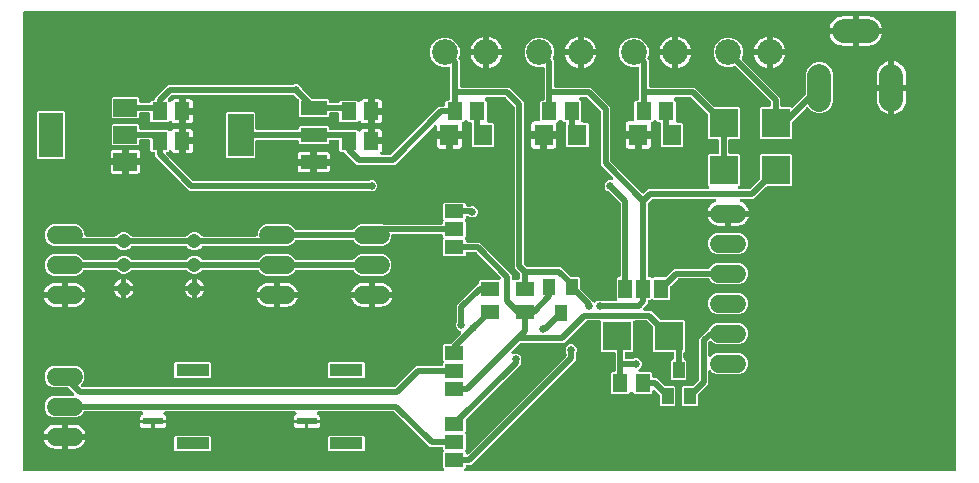
<source format=gbr>
G04 EAGLE Gerber RS-274X export*
G75*
%MOMM*%
%FSLAX34Y34*%
%LPD*%
%INTop Copper*%
%IPPOS*%
%AMOC8*
5,1,8,0,0,1.08239X$1,22.5*%
G01*
%ADD10R,1.000000X1.400000*%
%ADD11R,1.500000X1.300000*%
%ADD12C,2.000000*%
%ADD13C,1.524000*%
%ADD14R,2.235200X1.219200*%
%ADD15R,2.200000X3.600000*%
%ADD16R,1.300000X1.500000*%
%ADD17R,2.400000X2.400000*%
%ADD18C,1.500000*%
%ADD19C,1.200000*%
%ADD20R,1.700000X0.600000*%
%ADD21R,2.800000X1.000000*%
%ADD22R,1.600000X1.803000*%
%ADD23R,2.006600X1.498600*%
%ADD24R,2.006600X3.810000*%
%ADD25R,1.168400X1.600200*%
%ADD26R,1.600200X1.168400*%
%ADD27C,2.184400*%
%ADD28R,4.900000X4.900000*%
%ADD29C,0.500000*%
%ADD30C,0.654800*%

G36*
X360164Y5093D02*
X360164Y5093D01*
X360268Y5095D01*
X360335Y5113D01*
X360404Y5121D01*
X360502Y5156D01*
X360603Y5182D01*
X360664Y5215D01*
X360729Y5238D01*
X360816Y5295D01*
X360909Y5344D01*
X360961Y5389D01*
X361019Y5427D01*
X361091Y5502D01*
X361169Y5571D01*
X361210Y5627D01*
X361257Y5677D01*
X361310Y5767D01*
X361371Y5852D01*
X361397Y5916D01*
X361432Y5975D01*
X361463Y6075D01*
X361503Y6171D01*
X361514Y6240D01*
X361534Y6306D01*
X361542Y6410D01*
X361558Y6513D01*
X361553Y6582D01*
X361558Y6651D01*
X361541Y6753D01*
X361534Y6858D01*
X361513Y6924D01*
X361502Y6992D01*
X361462Y7088D01*
X361431Y7188D01*
X361396Y7247D01*
X361369Y7311D01*
X361308Y7396D01*
X361255Y7485D01*
X361187Y7564D01*
X361167Y7591D01*
X361150Y7606D01*
X361121Y7640D01*
X360474Y8286D01*
X360474Y21234D01*
X360561Y21320D01*
X360583Y21348D01*
X360609Y21371D01*
X360690Y21483D01*
X360775Y21591D01*
X360790Y21623D01*
X360811Y21652D01*
X360864Y21780D01*
X360922Y21904D01*
X360929Y21938D01*
X360943Y21971D01*
X360965Y22108D01*
X360993Y22242D01*
X360993Y22278D01*
X360998Y22313D01*
X360988Y22450D01*
X360985Y22588D01*
X360976Y22622D01*
X360974Y22658D01*
X360933Y22789D01*
X360898Y22922D01*
X360882Y22954D01*
X360871Y22988D01*
X360801Y23106D01*
X360737Y23228D01*
X360713Y23255D01*
X360695Y23285D01*
X360561Y23440D01*
X360474Y23526D01*
X360474Y24476D01*
X360470Y24511D01*
X360473Y24547D01*
X360450Y24683D01*
X360434Y24819D01*
X360422Y24853D01*
X360417Y24888D01*
X360364Y25015D01*
X360317Y25145D01*
X360298Y25174D01*
X360284Y25207D01*
X360203Y25319D01*
X360128Y25434D01*
X360102Y25459D01*
X360082Y25487D01*
X359978Y25578D01*
X359878Y25673D01*
X359847Y25691D01*
X359821Y25714D01*
X359698Y25778D01*
X359580Y25848D01*
X359546Y25858D01*
X359514Y25875D01*
X359381Y25909D01*
X359249Y25950D01*
X359214Y25952D01*
X359180Y25961D01*
X358975Y25975D01*
X349333Y25975D01*
X319772Y55536D01*
X319663Y55623D01*
X319557Y55714D01*
X319527Y55730D01*
X319501Y55751D01*
X319375Y55810D01*
X319251Y55875D01*
X319219Y55883D01*
X319188Y55898D01*
X319052Y55926D01*
X318917Y55961D01*
X318871Y55964D01*
X318850Y55969D01*
X318816Y55968D01*
X318712Y55975D01*
X255253Y55975D01*
X255114Y55959D01*
X254975Y55949D01*
X254943Y55939D01*
X254909Y55935D01*
X254778Y55888D01*
X254645Y55847D01*
X254616Y55829D01*
X254584Y55818D01*
X254467Y55742D01*
X254347Y55671D01*
X254313Y55641D01*
X254294Y55629D01*
X254271Y55605D01*
X254192Y55536D01*
X253985Y55329D01*
X253934Y55265D01*
X253876Y55208D01*
X253827Y55130D01*
X253770Y55058D01*
X253736Y54984D01*
X253692Y54915D01*
X253663Y54828D01*
X253623Y54745D01*
X253607Y54665D01*
X253580Y54588D01*
X253571Y54496D01*
X253552Y54406D01*
X253554Y54325D01*
X253546Y54244D01*
X253558Y54153D01*
X253560Y54061D01*
X253581Y53982D01*
X253591Y53901D01*
X253624Y53815D01*
X253647Y53726D01*
X253685Y53654D01*
X253714Y53578D01*
X253766Y53502D01*
X253809Y53420D01*
X253862Y53359D01*
X253908Y53292D01*
X253976Y53229D01*
X254036Y53160D01*
X254102Y53112D01*
X254162Y53057D01*
X254242Y53012D01*
X254317Y52958D01*
X254343Y52947D01*
X255060Y52533D01*
X255533Y52060D01*
X255868Y51481D01*
X256041Y50835D01*
X256041Y48999D01*
X245000Y48999D01*
X233959Y48999D01*
X233959Y50835D01*
X234132Y51481D01*
X234467Y52060D01*
X234940Y52533D01*
X235642Y52939D01*
X235662Y52946D01*
X235730Y52994D01*
X235803Y53032D01*
X235871Y53092D01*
X235946Y53143D01*
X236001Y53205D01*
X236064Y53259D01*
X236117Y53333D01*
X236177Y53400D01*
X236217Y53473D01*
X236265Y53540D01*
X236300Y53624D01*
X236344Y53703D01*
X236366Y53783D01*
X236397Y53860D01*
X236412Y53949D01*
X236436Y54036D01*
X236439Y54119D01*
X236453Y54201D01*
X236446Y54291D01*
X236450Y54382D01*
X236434Y54463D01*
X236428Y54546D01*
X236401Y54632D01*
X236384Y54721D01*
X236350Y54797D01*
X236326Y54876D01*
X236280Y54954D01*
X236242Y55037D01*
X236192Y55103D01*
X236150Y55174D01*
X236046Y55293D01*
X236032Y55311D01*
X236025Y55317D01*
X236015Y55329D01*
X235808Y55536D01*
X235698Y55623D01*
X235593Y55714D01*
X235563Y55730D01*
X235537Y55751D01*
X235411Y55810D01*
X235287Y55875D01*
X235254Y55883D01*
X235224Y55898D01*
X235087Y55926D01*
X234952Y55961D01*
X234907Y55964D01*
X234885Y55969D01*
X234852Y55968D01*
X234747Y55975D01*
X125253Y55975D01*
X125114Y55959D01*
X124975Y55949D01*
X124943Y55939D01*
X124909Y55935D01*
X124778Y55888D01*
X124645Y55847D01*
X124616Y55829D01*
X124584Y55818D01*
X124467Y55742D01*
X124347Y55671D01*
X124313Y55641D01*
X124294Y55629D01*
X124271Y55605D01*
X124193Y55536D01*
X123985Y55329D01*
X123934Y55265D01*
X123876Y55208D01*
X123827Y55130D01*
X123770Y55058D01*
X123736Y54984D01*
X123692Y54915D01*
X123663Y54828D01*
X123623Y54745D01*
X123607Y54665D01*
X123580Y54588D01*
X123571Y54497D01*
X123552Y54406D01*
X123554Y54325D01*
X123546Y54244D01*
X123558Y54153D01*
X123560Y54061D01*
X123581Y53982D01*
X123591Y53901D01*
X123624Y53815D01*
X123647Y53726D01*
X123685Y53654D01*
X123714Y53578D01*
X123766Y53502D01*
X123809Y53420D01*
X123862Y53359D01*
X123908Y53292D01*
X123975Y53229D01*
X124036Y53160D01*
X124102Y53112D01*
X124162Y53057D01*
X124242Y53012D01*
X124317Y52958D01*
X124342Y52947D01*
X125060Y52533D01*
X125533Y52060D01*
X125868Y51481D01*
X126041Y50835D01*
X126041Y48999D01*
X115000Y48999D01*
X103959Y48999D01*
X103959Y50835D01*
X104132Y51481D01*
X104467Y52060D01*
X104940Y52533D01*
X105644Y52940D01*
X105664Y52948D01*
X105731Y52994D01*
X105803Y53032D01*
X105873Y53093D01*
X105948Y53145D01*
X106002Y53206D01*
X106064Y53260D01*
X106118Y53334D01*
X106179Y53403D01*
X106218Y53474D01*
X106266Y53540D01*
X106301Y53625D01*
X106345Y53706D01*
X106366Y53785D01*
X106397Y53860D01*
X106412Y53951D01*
X106437Y54040D01*
X106440Y54121D01*
X106453Y54201D01*
X106446Y54293D01*
X106450Y54385D01*
X106434Y54465D01*
X106428Y54546D01*
X106401Y54634D01*
X106383Y54724D01*
X106350Y54799D01*
X106325Y54876D01*
X106279Y54955D01*
X106241Y55039D01*
X106191Y55104D01*
X106150Y55174D01*
X106043Y55296D01*
X106030Y55313D01*
X106024Y55318D01*
X106015Y55329D01*
X105807Y55536D01*
X105698Y55623D01*
X105593Y55714D01*
X105563Y55730D01*
X105536Y55751D01*
X105411Y55810D01*
X105287Y55875D01*
X105254Y55883D01*
X105223Y55898D01*
X105087Y55926D01*
X104952Y55961D01*
X104907Y55964D01*
X104885Y55969D01*
X104852Y55968D01*
X104747Y55975D01*
X56853Y55975D01*
X56766Y55965D01*
X56678Y55965D01*
X56595Y55945D01*
X56509Y55935D01*
X56427Y55906D01*
X56342Y55886D01*
X56265Y55847D01*
X56184Y55818D01*
X56111Y55770D01*
X56033Y55731D01*
X55967Y55676D01*
X55895Y55629D01*
X55834Y55566D01*
X55767Y55510D01*
X55715Y55441D01*
X55656Y55379D01*
X55612Y55303D01*
X55559Y55233D01*
X55495Y55105D01*
X55481Y55081D01*
X55477Y55069D01*
X55468Y55050D01*
X55373Y54820D01*
X52800Y52247D01*
X49439Y50855D01*
X30561Y50855D01*
X27200Y52247D01*
X24627Y54820D01*
X23235Y58181D01*
X23235Y61819D01*
X24627Y65180D01*
X27200Y67753D01*
X30561Y69145D01*
X46944Y69145D01*
X47047Y69157D01*
X47152Y69159D01*
X47219Y69177D01*
X47287Y69185D01*
X47385Y69220D01*
X47486Y69246D01*
X47548Y69279D01*
X47613Y69302D01*
X47700Y69359D01*
X47792Y69408D01*
X47844Y69453D01*
X47902Y69491D01*
X47974Y69566D01*
X48053Y69635D01*
X48093Y69691D01*
X48141Y69741D01*
X48194Y69831D01*
X48254Y69916D01*
X48281Y69980D01*
X48316Y70039D01*
X48347Y70139D01*
X48386Y70235D01*
X48398Y70304D01*
X48418Y70370D01*
X48425Y70474D01*
X48442Y70577D01*
X48437Y70646D01*
X48442Y70715D01*
X48425Y70817D01*
X48417Y70922D01*
X48397Y70988D01*
X48386Y71056D01*
X48346Y71152D01*
X48315Y71252D01*
X48279Y71311D01*
X48253Y71375D01*
X48192Y71459D01*
X48139Y71549D01*
X48070Y71628D01*
X48051Y71655D01*
X48034Y71670D01*
X48004Y71704D01*
X43892Y75816D01*
X43783Y75903D01*
X43677Y75994D01*
X43647Y76010D01*
X43621Y76031D01*
X43495Y76090D01*
X43371Y76155D01*
X43339Y76163D01*
X43308Y76178D01*
X43172Y76206D01*
X43037Y76241D01*
X42991Y76244D01*
X42970Y76249D01*
X42936Y76248D01*
X42832Y76255D01*
X30561Y76255D01*
X27200Y77647D01*
X24627Y80220D01*
X23235Y83581D01*
X23235Y87219D01*
X24627Y90580D01*
X27200Y93153D01*
X30561Y94545D01*
X49439Y94545D01*
X52800Y93153D01*
X55373Y90580D01*
X56765Y87219D01*
X56765Y83581D01*
X55373Y80220D01*
X54237Y79084D01*
X54172Y79002D01*
X54100Y78927D01*
X54065Y78867D01*
X54022Y78813D01*
X53978Y78719D01*
X53925Y78629D01*
X53905Y78563D01*
X53875Y78500D01*
X53854Y78398D01*
X53823Y78298D01*
X53818Y78229D01*
X53804Y78162D01*
X53806Y78058D01*
X53799Y77953D01*
X53810Y77885D01*
X53812Y77816D01*
X53838Y77715D01*
X53855Y77612D01*
X53882Y77548D01*
X53899Y77482D01*
X53948Y77389D01*
X53988Y77293D01*
X54028Y77237D01*
X54061Y77176D01*
X54129Y77097D01*
X54190Y77013D01*
X54242Y76967D01*
X54288Y76915D01*
X54372Y76854D01*
X54451Y76786D01*
X54513Y76754D01*
X54569Y76713D01*
X54665Y76674D01*
X54757Y76625D01*
X54824Y76608D01*
X54888Y76582D01*
X54991Y76565D01*
X55092Y76539D01*
X55196Y76532D01*
X55229Y76526D01*
X55252Y76528D01*
X55297Y76525D01*
X104747Y76525D01*
X104886Y76541D01*
X105025Y76551D01*
X105057Y76561D01*
X105091Y76565D01*
X105222Y76612D01*
X105355Y76653D01*
X105384Y76671D01*
X105416Y76682D01*
X105533Y76758D01*
X105653Y76829D01*
X105687Y76859D01*
X105706Y76871D01*
X105729Y76895D01*
X105808Y76964D01*
X105868Y77025D01*
X124132Y77025D01*
X124192Y76964D01*
X124302Y76877D01*
X124407Y76786D01*
X124437Y76770D01*
X124463Y76749D01*
X124589Y76690D01*
X124713Y76625D01*
X124746Y76617D01*
X124776Y76602D01*
X124913Y76574D01*
X125048Y76539D01*
X125093Y76536D01*
X125115Y76531D01*
X125148Y76532D01*
X125253Y76525D01*
X234747Y76525D01*
X234886Y76541D01*
X235025Y76551D01*
X235057Y76561D01*
X235091Y76565D01*
X235222Y76612D01*
X235355Y76653D01*
X235384Y76671D01*
X235416Y76682D01*
X235533Y76758D01*
X235653Y76829D01*
X235687Y76859D01*
X235706Y76871D01*
X235729Y76895D01*
X235808Y76964D01*
X235868Y77025D01*
X254132Y77025D01*
X254192Y76964D01*
X254301Y76878D01*
X254407Y76786D01*
X254437Y76770D01*
X254463Y76749D01*
X254589Y76690D01*
X254713Y76625D01*
X254746Y76617D01*
X254776Y76602D01*
X254913Y76574D01*
X255048Y76539D01*
X255093Y76536D01*
X255115Y76531D01*
X255148Y76532D01*
X255253Y76525D01*
X319212Y76525D01*
X319350Y76541D01*
X319489Y76551D01*
X319522Y76561D01*
X319555Y76565D01*
X319686Y76612D01*
X319820Y76653D01*
X319849Y76671D01*
X319881Y76682D01*
X319997Y76758D01*
X320117Y76829D01*
X320151Y76859D01*
X320170Y76871D01*
X320193Y76895D01*
X320272Y76964D01*
X337333Y94025D01*
X358975Y94025D01*
X359010Y94029D01*
X359046Y94026D01*
X359182Y94049D01*
X359318Y94065D01*
X359352Y94077D01*
X359387Y94082D01*
X359514Y94135D01*
X359644Y94182D01*
X359673Y94201D01*
X359706Y94215D01*
X359818Y94296D01*
X359933Y94371D01*
X359958Y94397D01*
X359986Y94417D01*
X360077Y94521D01*
X360172Y94621D01*
X360190Y94652D01*
X360213Y94678D01*
X360277Y94801D01*
X360347Y94919D01*
X360357Y94953D01*
X360374Y94985D01*
X360408Y95118D01*
X360449Y95250D01*
X360451Y95285D01*
X360460Y95319D01*
X360474Y95524D01*
X360474Y96474D01*
X360561Y96560D01*
X360583Y96588D01*
X360609Y96611D01*
X360690Y96723D01*
X360775Y96831D01*
X360790Y96863D01*
X360811Y96892D01*
X360864Y97020D01*
X360922Y97144D01*
X360929Y97178D01*
X360943Y97211D01*
X360965Y97348D01*
X360993Y97482D01*
X360993Y97518D01*
X360998Y97553D01*
X360988Y97690D01*
X360985Y97828D01*
X360976Y97862D01*
X360974Y97898D01*
X360933Y98029D01*
X360898Y98162D01*
X360882Y98194D01*
X360871Y98228D01*
X360801Y98346D01*
X360737Y98468D01*
X360713Y98495D01*
X360695Y98525D01*
X360561Y98680D01*
X360474Y98766D01*
X360474Y111714D01*
X361367Y112607D01*
X365794Y112607D01*
X365932Y112623D01*
X366071Y112633D01*
X366104Y112643D01*
X366137Y112647D01*
X366268Y112694D01*
X366402Y112735D01*
X366431Y112753D01*
X366463Y112764D01*
X366579Y112840D01*
X366699Y112911D01*
X366733Y112941D01*
X366752Y112953D01*
X366775Y112977D01*
X366854Y113046D01*
X375555Y121747D01*
X375651Y121868D01*
X375751Y121989D01*
X375759Y122004D01*
X375769Y122018D01*
X375836Y122159D01*
X375905Y122299D01*
X375909Y122315D01*
X375916Y122331D01*
X375949Y122484D01*
X375984Y122635D01*
X375984Y122652D01*
X375988Y122669D01*
X375984Y122825D01*
X375984Y122981D01*
X375980Y122998D01*
X375979Y123015D01*
X375940Y123166D01*
X375904Y123318D01*
X375897Y123333D01*
X375892Y123349D01*
X375820Y123487D01*
X375750Y123627D01*
X375739Y123640D01*
X375731Y123655D01*
X375629Y123772D01*
X375528Y123893D01*
X375515Y123903D01*
X375504Y123916D01*
X375377Y124006D01*
X375252Y124101D01*
X375233Y124110D01*
X375223Y124117D01*
X375197Y124128D01*
X375068Y124192D01*
X373282Y124932D01*
X371932Y126282D01*
X371201Y128045D01*
X371201Y129955D01*
X371861Y131548D01*
X371866Y131565D01*
X371875Y131582D01*
X371914Y131732D01*
X371956Y131880D01*
X371957Y131899D01*
X371961Y131917D01*
X371975Y132121D01*
X371975Y145667D01*
X389893Y163584D01*
X390015Y163635D01*
X390145Y163682D01*
X390174Y163701D01*
X390207Y163715D01*
X390319Y163796D01*
X390434Y163871D01*
X390459Y163897D01*
X390487Y163917D01*
X390578Y164021D01*
X390673Y164121D01*
X390691Y164152D01*
X390714Y164178D01*
X390778Y164301D01*
X390848Y164419D01*
X390858Y164453D01*
X390875Y164485D01*
X390909Y164618D01*
X390950Y164750D01*
X390952Y164785D01*
X390961Y164819D01*
X390975Y165024D01*
X390975Y166632D01*
X391868Y167525D01*
X408164Y167525D01*
X408267Y167537D01*
X408372Y167539D01*
X408439Y167557D01*
X408507Y167565D01*
X408605Y167600D01*
X408706Y167626D01*
X408767Y167659D01*
X408833Y167682D01*
X408920Y167739D01*
X409012Y167788D01*
X409064Y167833D01*
X409122Y167871D01*
X409194Y167946D01*
X409273Y168015D01*
X409313Y168071D01*
X409361Y168121D01*
X409414Y168211D01*
X409474Y168296D01*
X409501Y168360D01*
X409536Y168419D01*
X409567Y168519D01*
X409606Y168615D01*
X409618Y168684D01*
X409638Y168750D01*
X409645Y168854D01*
X409662Y168957D01*
X409657Y169026D01*
X409662Y169095D01*
X409645Y169197D01*
X409637Y169302D01*
X409617Y169368D01*
X409606Y169436D01*
X409566Y169532D01*
X409535Y169632D01*
X409499Y169691D01*
X409473Y169755D01*
X409412Y169840D01*
X409359Y169929D01*
X409290Y170008D01*
X409271Y170035D01*
X409254Y170050D01*
X409224Y170084D01*
X389012Y190296D01*
X388903Y190383D01*
X388797Y190474D01*
X388767Y190490D01*
X388741Y190511D01*
X388615Y190570D01*
X388491Y190635D01*
X388459Y190643D01*
X388428Y190658D01*
X388292Y190686D01*
X388157Y190721D01*
X388111Y190724D01*
X388090Y190729D01*
X388056Y190728D01*
X387952Y190735D01*
X381025Y190735D01*
X380990Y190731D01*
X380954Y190734D01*
X380818Y190711D01*
X380682Y190695D01*
X380648Y190683D01*
X380613Y190678D01*
X380486Y190625D01*
X380356Y190578D01*
X380327Y190559D01*
X380294Y190545D01*
X380182Y190464D01*
X380067Y190389D01*
X380042Y190363D01*
X380014Y190343D01*
X379923Y190239D01*
X379828Y190139D01*
X379810Y190108D01*
X379787Y190082D01*
X379723Y189959D01*
X379653Y189841D01*
X379643Y189807D01*
X379626Y189775D01*
X379592Y189642D01*
X379551Y189510D01*
X379549Y189475D01*
X379540Y189441D01*
X379526Y189236D01*
X379526Y188286D01*
X378633Y187393D01*
X361367Y187393D01*
X360474Y188286D01*
X360474Y201234D01*
X360561Y201320D01*
X360583Y201348D01*
X360609Y201371D01*
X360690Y201483D01*
X360775Y201591D01*
X360790Y201623D01*
X360811Y201652D01*
X360864Y201780D01*
X360922Y201904D01*
X360929Y201938D01*
X360943Y201971D01*
X360965Y202108D01*
X360993Y202242D01*
X360993Y202278D01*
X360998Y202313D01*
X360988Y202450D01*
X360985Y202588D01*
X360976Y202622D01*
X360974Y202658D01*
X360933Y202789D01*
X360898Y202922D01*
X360882Y202954D01*
X360871Y202988D01*
X360801Y203106D01*
X360737Y203228D01*
X360713Y203255D01*
X360695Y203285D01*
X360561Y203440D01*
X360474Y203526D01*
X360474Y204476D01*
X360470Y204511D01*
X360473Y204547D01*
X360450Y204683D01*
X360434Y204819D01*
X360422Y204853D01*
X360417Y204888D01*
X360364Y205015D01*
X360317Y205145D01*
X360298Y205174D01*
X360284Y205207D01*
X360203Y205319D01*
X360128Y205434D01*
X360102Y205459D01*
X360082Y205487D01*
X359978Y205578D01*
X359878Y205673D01*
X359847Y205691D01*
X359821Y205714D01*
X359698Y205778D01*
X359580Y205848D01*
X359546Y205858D01*
X359514Y205875D01*
X359381Y205909D01*
X359249Y205950D01*
X359214Y205952D01*
X359180Y205961D01*
X358975Y205975D01*
X318024Y205975D01*
X317989Y205971D01*
X317953Y205974D01*
X317817Y205951D01*
X317681Y205935D01*
X317647Y205923D01*
X317612Y205918D01*
X317485Y205865D01*
X317355Y205818D01*
X317326Y205799D01*
X317293Y205785D01*
X317181Y205704D01*
X317066Y205629D01*
X317041Y205603D01*
X317013Y205583D01*
X316922Y205479D01*
X316827Y205379D01*
X316809Y205348D01*
X316786Y205322D01*
X316722Y205199D01*
X316652Y205081D01*
X316642Y205047D01*
X316625Y205015D01*
X316591Y204882D01*
X316550Y204750D01*
X316548Y204715D01*
X316539Y204681D01*
X316525Y204476D01*
X316525Y203605D01*
X315151Y200288D01*
X312612Y197749D01*
X309295Y196375D01*
X290705Y196375D01*
X287388Y197749D01*
X284849Y200288D01*
X284782Y200450D01*
X284740Y200526D01*
X284706Y200607D01*
X284656Y200677D01*
X284614Y200752D01*
X284555Y200816D01*
X284504Y200887D01*
X284439Y200944D01*
X284381Y201007D01*
X284309Y201057D01*
X284243Y201114D01*
X284166Y201154D01*
X284096Y201203D01*
X284014Y201234D01*
X283937Y201275D01*
X283853Y201296D01*
X283773Y201327D01*
X283687Y201339D01*
X283602Y201361D01*
X283458Y201371D01*
X283431Y201375D01*
X283419Y201374D01*
X283397Y201375D01*
X236603Y201375D01*
X236516Y201365D01*
X236428Y201365D01*
X236345Y201345D01*
X236260Y201335D01*
X236177Y201306D01*
X236092Y201286D01*
X236015Y201247D01*
X235934Y201218D01*
X235861Y201170D01*
X235783Y201131D01*
X235717Y201076D01*
X235645Y201029D01*
X235584Y200966D01*
X235517Y200910D01*
X235465Y200841D01*
X235406Y200779D01*
X235362Y200703D01*
X235309Y200633D01*
X235245Y200505D01*
X235231Y200481D01*
X235228Y200469D01*
X235218Y200450D01*
X235151Y200288D01*
X232612Y197749D01*
X229295Y196375D01*
X217288Y196375D01*
X217150Y196359D01*
X217010Y196349D01*
X216978Y196339D01*
X216945Y196335D01*
X216813Y196288D01*
X216680Y196247D01*
X216651Y196229D01*
X216619Y196218D01*
X216503Y196142D01*
X216383Y196071D01*
X216348Y196041D01*
X216330Y196029D01*
X216307Y196005D01*
X216273Y195975D01*
X157238Y195975D01*
X157100Y195959D01*
X156960Y195949D01*
X156928Y195939D01*
X156894Y195935D01*
X156764Y195888D01*
X156630Y195847D01*
X156601Y195829D01*
X156569Y195818D01*
X156452Y195742D01*
X156332Y195671D01*
X156298Y195641D01*
X156280Y195629D01*
X156256Y195605D01*
X156178Y195536D01*
X154262Y193621D01*
X151497Y192475D01*
X148503Y192475D01*
X145738Y193621D01*
X143822Y195536D01*
X143713Y195623D01*
X143608Y195714D01*
X143578Y195730D01*
X143551Y195751D01*
X143425Y195810D01*
X143302Y195875D01*
X143269Y195883D01*
X143238Y195898D01*
X143102Y195926D01*
X142967Y195961D01*
X142922Y195964D01*
X142900Y195969D01*
X142866Y195968D01*
X142762Y195975D01*
X97238Y195975D01*
X97100Y195959D01*
X96960Y195949D01*
X96928Y195939D01*
X96894Y195935D01*
X96764Y195888D01*
X96630Y195847D01*
X96601Y195829D01*
X96569Y195818D01*
X96452Y195742D01*
X96332Y195671D01*
X96298Y195641D01*
X96280Y195629D01*
X96256Y195605D01*
X96178Y195536D01*
X94262Y193621D01*
X91497Y192475D01*
X88503Y192475D01*
X85738Y193621D01*
X83822Y195536D01*
X83713Y195623D01*
X83608Y195714D01*
X83578Y195730D01*
X83551Y195751D01*
X83425Y195810D01*
X83302Y195875D01*
X83269Y195883D01*
X83238Y195898D01*
X83102Y195926D01*
X82967Y195961D01*
X82922Y195964D01*
X82900Y195969D01*
X82866Y195968D01*
X82762Y195975D01*
X43699Y195975D01*
X43677Y195994D01*
X43647Y196010D01*
X43621Y196031D01*
X43495Y196090D01*
X43371Y196155D01*
X43339Y196163D01*
X43308Y196178D01*
X43172Y196206D01*
X43037Y196241D01*
X42991Y196244D01*
X42970Y196249D01*
X42936Y196248D01*
X42832Y196255D01*
X30561Y196255D01*
X27200Y197647D01*
X24627Y200220D01*
X23235Y203581D01*
X23235Y207219D01*
X24627Y210580D01*
X27200Y213153D01*
X30561Y214545D01*
X49439Y214545D01*
X52800Y213153D01*
X55373Y210580D01*
X56765Y207219D01*
X56765Y205524D01*
X56769Y205489D01*
X56766Y205453D01*
X56789Y205317D01*
X56805Y205181D01*
X56817Y205147D01*
X56822Y205112D01*
X56875Y204985D01*
X56922Y204855D01*
X56941Y204826D01*
X56955Y204793D01*
X57036Y204681D01*
X57111Y204566D01*
X57137Y204541D01*
X57157Y204513D01*
X57261Y204422D01*
X57361Y204327D01*
X57392Y204309D01*
X57418Y204286D01*
X57541Y204222D01*
X57659Y204152D01*
X57693Y204142D01*
X57725Y204125D01*
X57858Y204091D01*
X57990Y204050D01*
X58025Y204048D01*
X58059Y204039D01*
X58264Y204025D01*
X82762Y204025D01*
X82900Y204041D01*
X83040Y204051D01*
X83072Y204061D01*
X83106Y204065D01*
X83236Y204112D01*
X83370Y204153D01*
X83399Y204171D01*
X83431Y204182D01*
X83548Y204258D01*
X83668Y204329D01*
X83702Y204359D01*
X83720Y204371D01*
X83744Y204395D01*
X83822Y204464D01*
X85738Y206379D01*
X88503Y207525D01*
X91497Y207525D01*
X94262Y206379D01*
X96178Y204464D01*
X96287Y204377D01*
X96392Y204286D01*
X96422Y204270D01*
X96449Y204249D01*
X96575Y204190D01*
X96698Y204125D01*
X96731Y204117D01*
X96762Y204102D01*
X96898Y204074D01*
X97033Y204039D01*
X97078Y204036D01*
X97100Y204031D01*
X97134Y204032D01*
X97238Y204025D01*
X142762Y204025D01*
X142900Y204041D01*
X143040Y204051D01*
X143072Y204061D01*
X143106Y204065D01*
X143236Y204112D01*
X143370Y204153D01*
X143399Y204171D01*
X143431Y204182D01*
X143548Y204258D01*
X143668Y204329D01*
X143702Y204359D01*
X143720Y204371D01*
X143744Y204395D01*
X143822Y204464D01*
X145738Y206379D01*
X148503Y207525D01*
X151497Y207525D01*
X154262Y206379D01*
X156178Y204464D01*
X156287Y204377D01*
X156392Y204286D01*
X156422Y204270D01*
X156449Y204249D01*
X156575Y204190D01*
X156698Y204125D01*
X156731Y204117D01*
X156762Y204102D01*
X156898Y204074D01*
X157033Y204039D01*
X157078Y204036D01*
X157100Y204031D01*
X157134Y204032D01*
X157238Y204025D01*
X201976Y204025D01*
X202011Y204029D01*
X202047Y204026D01*
X202183Y204049D01*
X202319Y204065D01*
X202353Y204077D01*
X202388Y204082D01*
X202515Y204135D01*
X202645Y204182D01*
X202674Y204201D01*
X202707Y204215D01*
X202819Y204296D01*
X202934Y204371D01*
X202959Y204397D01*
X202987Y204417D01*
X203078Y204521D01*
X203173Y204621D01*
X203191Y204652D01*
X203214Y204678D01*
X203278Y204801D01*
X203348Y204919D01*
X203358Y204953D01*
X203375Y204985D01*
X203409Y205118D01*
X203450Y205250D01*
X203452Y205285D01*
X203461Y205319D01*
X203475Y205524D01*
X203475Y207195D01*
X204849Y210512D01*
X207388Y213051D01*
X210705Y214425D01*
X229295Y214425D01*
X232612Y213051D01*
X235151Y210512D01*
X235218Y210350D01*
X235260Y210274D01*
X235294Y210193D01*
X235344Y210123D01*
X235386Y210048D01*
X235445Y209984D01*
X235496Y209913D01*
X235561Y209856D01*
X235619Y209793D01*
X235691Y209743D01*
X235757Y209686D01*
X235834Y209646D01*
X235904Y209597D01*
X235986Y209566D01*
X236063Y209525D01*
X236147Y209504D01*
X236227Y209473D01*
X236313Y209461D01*
X236398Y209439D01*
X236542Y209429D01*
X236569Y209425D01*
X236581Y209426D01*
X236603Y209425D01*
X283397Y209425D01*
X283484Y209435D01*
X283572Y209435D01*
X283655Y209455D01*
X283740Y209465D01*
X283823Y209494D01*
X283908Y209514D01*
X283985Y209553D01*
X284066Y209582D01*
X284139Y209630D01*
X284217Y209669D01*
X284283Y209724D01*
X284355Y209771D01*
X284416Y209834D01*
X284483Y209890D01*
X284535Y209959D01*
X284594Y210021D01*
X284638Y210097D01*
X284691Y210167D01*
X284755Y210295D01*
X284769Y210319D01*
X284772Y210331D01*
X284782Y210350D01*
X284849Y210512D01*
X287388Y213051D01*
X290705Y214425D01*
X309295Y214425D01*
X309985Y214139D01*
X310003Y214134D01*
X310020Y214125D01*
X310170Y214086D01*
X310318Y214044D01*
X310336Y214043D01*
X310354Y214039D01*
X310559Y214025D01*
X358975Y214025D01*
X359010Y214029D01*
X359046Y214026D01*
X359182Y214049D01*
X359318Y214065D01*
X359352Y214077D01*
X359387Y214082D01*
X359514Y214135D01*
X359644Y214182D01*
X359673Y214201D01*
X359706Y214215D01*
X359818Y214296D01*
X359933Y214371D01*
X359958Y214397D01*
X359986Y214417D01*
X360077Y214521D01*
X360172Y214621D01*
X360190Y214652D01*
X360213Y214678D01*
X360277Y214801D01*
X360347Y214919D01*
X360357Y214953D01*
X360374Y214985D01*
X360408Y215118D01*
X360449Y215250D01*
X360451Y215285D01*
X360460Y215319D01*
X360474Y215524D01*
X360474Y216474D01*
X360561Y216560D01*
X360583Y216588D01*
X360609Y216611D01*
X360690Y216723D01*
X360775Y216831D01*
X360790Y216863D01*
X360811Y216892D01*
X360864Y217020D01*
X360922Y217144D01*
X360929Y217178D01*
X360943Y217211D01*
X360965Y217348D01*
X360993Y217482D01*
X360993Y217518D01*
X360998Y217553D01*
X360988Y217690D01*
X360985Y217828D01*
X360976Y217862D01*
X360974Y217898D01*
X360933Y218029D01*
X360898Y218162D01*
X360882Y218194D01*
X360871Y218228D01*
X360801Y218346D01*
X360737Y218468D01*
X360713Y218495D01*
X360695Y218525D01*
X360561Y218680D01*
X360474Y218766D01*
X360474Y231714D01*
X361367Y232607D01*
X378633Y232607D01*
X379526Y231714D01*
X379526Y230764D01*
X379530Y230729D01*
X379527Y230693D01*
X379550Y230557D01*
X379566Y230421D01*
X379578Y230387D01*
X379583Y230352D01*
X379636Y230225D01*
X379683Y230095D01*
X379702Y230066D01*
X379716Y230033D01*
X379797Y229921D01*
X379872Y229806D01*
X379898Y229781D01*
X379918Y229753D01*
X380022Y229662D01*
X380122Y229567D01*
X380153Y229549D01*
X380179Y229526D01*
X380302Y229462D01*
X380420Y229392D01*
X380454Y229382D01*
X380486Y229365D01*
X380619Y229331D01*
X380751Y229290D01*
X380786Y229288D01*
X380820Y229279D01*
X381025Y229265D01*
X382458Y229265D01*
X382477Y229267D01*
X382495Y229265D01*
X382648Y229287D01*
X382802Y229305D01*
X382819Y229311D01*
X382837Y229314D01*
X383032Y229379D01*
X384045Y229799D01*
X385955Y229799D01*
X387718Y229068D01*
X389068Y227718D01*
X389799Y225955D01*
X389799Y224045D01*
X389068Y222282D01*
X387718Y220932D01*
X385955Y220201D01*
X384045Y220201D01*
X382204Y220964D01*
X382193Y220970D01*
X382166Y220991D01*
X382040Y221050D01*
X381917Y221115D01*
X381884Y221123D01*
X381853Y221138D01*
X381717Y221166D01*
X381582Y221201D01*
X381537Y221204D01*
X381515Y221209D01*
X381481Y221208D01*
X381377Y221215D01*
X381025Y221215D01*
X380990Y221211D01*
X380954Y221214D01*
X380818Y221191D01*
X380682Y221175D01*
X380648Y221163D01*
X380613Y221158D01*
X380486Y221105D01*
X380356Y221058D01*
X380327Y221039D01*
X380294Y221025D01*
X380182Y220944D01*
X380067Y220869D01*
X380042Y220843D01*
X380014Y220823D01*
X379923Y220719D01*
X379828Y220619D01*
X379810Y220588D01*
X379787Y220562D01*
X379723Y220439D01*
X379653Y220321D01*
X379643Y220287D01*
X379626Y220255D01*
X379592Y220122D01*
X379551Y219990D01*
X379549Y219955D01*
X379540Y219921D01*
X379526Y219716D01*
X379526Y218766D01*
X379439Y218680D01*
X379417Y218652D01*
X379391Y218629D01*
X379310Y218517D01*
X379225Y218409D01*
X379210Y218377D01*
X379189Y218348D01*
X379137Y218221D01*
X379078Y218096D01*
X379071Y218061D01*
X379057Y218029D01*
X379035Y217892D01*
X379007Y217758D01*
X379007Y217722D01*
X379002Y217687D01*
X379012Y217550D01*
X379015Y217412D01*
X379024Y217378D01*
X379026Y217342D01*
X379067Y217211D01*
X379102Y217078D01*
X379118Y217046D01*
X379129Y217012D01*
X379199Y216893D01*
X379263Y216772D01*
X379287Y216745D01*
X379305Y216714D01*
X379439Y216560D01*
X379526Y216474D01*
X379526Y203526D01*
X379439Y203440D01*
X379417Y203412D01*
X379391Y203389D01*
X379310Y203277D01*
X379225Y203169D01*
X379210Y203137D01*
X379189Y203108D01*
X379137Y202981D01*
X379078Y202856D01*
X379071Y202821D01*
X379057Y202789D01*
X379035Y202652D01*
X379007Y202518D01*
X379007Y202482D01*
X379002Y202447D01*
X379012Y202310D01*
X379015Y202172D01*
X379024Y202138D01*
X379026Y202102D01*
X379067Y201971D01*
X379102Y201838D01*
X379118Y201806D01*
X379129Y201772D01*
X379199Y201653D01*
X379263Y201532D01*
X379287Y201505D01*
X379305Y201474D01*
X379439Y201320D01*
X379526Y201234D01*
X379526Y200284D01*
X379530Y200249D01*
X379527Y200213D01*
X379550Y200077D01*
X379566Y199941D01*
X379578Y199907D01*
X379583Y199872D01*
X379636Y199745D01*
X379683Y199615D01*
X379702Y199586D01*
X379716Y199553D01*
X379797Y199441D01*
X379872Y199326D01*
X379898Y199301D01*
X379918Y199273D01*
X380022Y199182D01*
X380122Y199087D01*
X380153Y199069D01*
X380179Y199046D01*
X380302Y198982D01*
X380420Y198912D01*
X380454Y198902D01*
X380486Y198885D01*
X380619Y198851D01*
X380751Y198810D01*
X380786Y198808D01*
X380820Y198799D01*
X381025Y198785D01*
X391907Y198785D01*
X419025Y171667D01*
X419025Y168301D01*
X419037Y168197D01*
X419039Y168093D01*
X419057Y168026D01*
X419065Y167957D01*
X419100Y167859D01*
X419126Y167758D01*
X419159Y167697D01*
X419182Y167632D01*
X419239Y167545D01*
X419288Y167452D01*
X419333Y167400D01*
X419371Y167342D01*
X419446Y167270D01*
X419515Y167192D01*
X419571Y167151D01*
X419621Y167104D01*
X419711Y167051D01*
X419796Y166990D01*
X419860Y166964D01*
X419919Y166929D01*
X420019Y166898D01*
X420115Y166858D01*
X420184Y166847D01*
X420250Y166827D01*
X420354Y166819D01*
X420457Y166803D01*
X420526Y166808D01*
X420595Y166803D01*
X420697Y166820D01*
X420802Y166827D01*
X420868Y166848D01*
X420936Y166859D01*
X421032Y166899D01*
X421132Y166930D01*
X421191Y166965D01*
X421255Y166992D01*
X421340Y167053D01*
X421429Y167106D01*
X421508Y167174D01*
X421535Y167194D01*
X421550Y167211D01*
X421584Y167240D01*
X421868Y167525D01*
X424476Y167525D01*
X424511Y167529D01*
X424547Y167526D01*
X424683Y167549D01*
X424819Y167565D01*
X424853Y167577D01*
X424888Y167582D01*
X425015Y167635D01*
X425145Y167682D01*
X425174Y167701D01*
X425207Y167715D01*
X425319Y167796D01*
X425434Y167871D01*
X425459Y167897D01*
X425487Y167917D01*
X425578Y168021D01*
X425673Y168121D01*
X425691Y168152D01*
X425714Y168178D01*
X425778Y168301D01*
X425848Y168419D01*
X425858Y168453D01*
X425875Y168485D01*
X425909Y168618D01*
X425950Y168750D01*
X425952Y168785D01*
X425961Y168819D01*
X425975Y169024D01*
X425975Y171712D01*
X425959Y171850D01*
X425949Y171989D01*
X425939Y172022D01*
X425935Y172055D01*
X425888Y172186D01*
X425847Y172320D01*
X425829Y172349D01*
X425818Y172381D01*
X425742Y172497D01*
X425671Y172617D01*
X425641Y172651D01*
X425629Y172670D01*
X425605Y172693D01*
X425536Y172772D01*
X420975Y177333D01*
X420975Y313712D01*
X420959Y313850D01*
X420949Y313989D01*
X420939Y314022D01*
X420935Y314055D01*
X420888Y314186D01*
X420847Y314320D01*
X420829Y314349D01*
X420818Y314381D01*
X420742Y314497D01*
X420671Y314617D01*
X420641Y314651D01*
X420629Y314670D01*
X420605Y314693D01*
X420536Y314772D01*
X413772Y321536D01*
X413663Y321623D01*
X413557Y321714D01*
X413527Y321730D01*
X413501Y321751D01*
X413375Y321810D01*
X413251Y321875D01*
X413219Y321883D01*
X413188Y321898D01*
X413052Y321926D01*
X412917Y321961D01*
X412871Y321964D01*
X412850Y321969D01*
X412816Y321968D01*
X412712Y321975D01*
X397301Y321975D01*
X397197Y321963D01*
X397093Y321961D01*
X397026Y321943D01*
X396957Y321935D01*
X396859Y321900D01*
X396758Y321874D01*
X396697Y321841D01*
X396632Y321818D01*
X396544Y321761D01*
X396452Y321712D01*
X396400Y321667D01*
X396342Y321629D01*
X396270Y321554D01*
X396192Y321485D01*
X396151Y321429D01*
X396104Y321379D01*
X396051Y321289D01*
X395990Y321204D01*
X395964Y321140D01*
X395929Y321081D01*
X395898Y320981D01*
X395858Y320885D01*
X395847Y320816D01*
X395827Y320750D01*
X395819Y320646D01*
X395803Y320543D01*
X395808Y320474D01*
X395803Y320405D01*
X395820Y320303D01*
X395827Y320198D01*
X395848Y320132D01*
X395859Y320064D01*
X395899Y319968D01*
X395930Y319868D01*
X395965Y319809D01*
X395992Y319745D01*
X396053Y319661D01*
X396106Y319571D01*
X396174Y319492D01*
X396194Y319465D01*
X396211Y319450D01*
X396240Y319416D01*
X397525Y318132D01*
X397525Y302039D01*
X397529Y302004D01*
X397526Y301968D01*
X397549Y301832D01*
X397565Y301696D01*
X397577Y301662D01*
X397582Y301627D01*
X397635Y301500D01*
X397682Y301370D01*
X397701Y301341D01*
X397715Y301308D01*
X397796Y301196D01*
X397871Y301081D01*
X397897Y301056D01*
X397917Y301028D01*
X398021Y300937D01*
X398121Y300842D01*
X398152Y300824D01*
X398178Y300801D01*
X398301Y300737D01*
X398419Y300667D01*
X398453Y300657D01*
X398485Y300640D01*
X398618Y300606D01*
X398750Y300565D01*
X398785Y300563D01*
X398819Y300554D01*
X399024Y300540D01*
X402852Y300540D01*
X403745Y299647D01*
X403745Y280353D01*
X402852Y279460D01*
X385588Y279460D01*
X384695Y280353D01*
X384695Y299476D01*
X384691Y299511D01*
X384694Y299547D01*
X384671Y299683D01*
X384655Y299819D01*
X384643Y299853D01*
X384638Y299888D01*
X384585Y300015D01*
X384538Y300145D01*
X384519Y300174D01*
X384505Y300207D01*
X384424Y300319D01*
X384349Y300434D01*
X384323Y300459D01*
X384303Y300487D01*
X384199Y300578D01*
X384099Y300673D01*
X384068Y300691D01*
X384042Y300714D01*
X383919Y300778D01*
X383801Y300848D01*
X383767Y300858D01*
X383735Y300875D01*
X383602Y300909D01*
X383470Y300950D01*
X383435Y300952D01*
X383401Y300961D01*
X383196Y300975D01*
X382368Y300975D01*
X381060Y302284D01*
X381032Y302306D01*
X381009Y302332D01*
X380897Y302413D01*
X380789Y302498D01*
X380757Y302513D01*
X380728Y302534D01*
X380601Y302587D01*
X380476Y302645D01*
X380441Y302652D01*
X380409Y302666D01*
X380272Y302688D01*
X380138Y302716D01*
X380102Y302716D01*
X380067Y302721D01*
X379930Y302711D01*
X379792Y302708D01*
X379758Y302699D01*
X379722Y302697D01*
X379591Y302656D01*
X379458Y302621D01*
X379426Y302605D01*
X379392Y302594D01*
X379274Y302524D01*
X379152Y302460D01*
X379125Y302436D01*
X379095Y302418D01*
X378940Y302284D01*
X377607Y300951D01*
X377477Y300935D01*
X377443Y300923D01*
X377408Y300918D01*
X377281Y300865D01*
X377151Y300818D01*
X377122Y300799D01*
X377089Y300785D01*
X376977Y300704D01*
X376862Y300629D01*
X376837Y300603D01*
X376809Y300583D01*
X376718Y300479D01*
X376623Y300379D01*
X376605Y300348D01*
X376582Y300322D01*
X376518Y300199D01*
X376448Y300081D01*
X376438Y300047D01*
X376421Y300015D01*
X376387Y299882D01*
X376346Y299750D01*
X376344Y299715D01*
X376335Y299681D01*
X376321Y299476D01*
X376321Y292999D01*
X367280Y292999D01*
X367245Y292995D01*
X367210Y292998D01*
X367073Y292975D01*
X366937Y292959D01*
X366903Y292947D01*
X366868Y292942D01*
X366741Y292889D01*
X366611Y292842D01*
X366582Y292822D01*
X366549Y292809D01*
X366437Y292728D01*
X366322Y292653D01*
X366297Y292627D01*
X366269Y292607D01*
X366178Y292502D01*
X366083Y292403D01*
X366065Y292372D01*
X366042Y292345D01*
X365978Y292223D01*
X365908Y292105D01*
X365898Y292071D01*
X365881Y292039D01*
X365847Y291906D01*
X365806Y291774D01*
X365804Y291739D01*
X365795Y291705D01*
X365781Y291500D01*
X365781Y289999D01*
X365779Y289999D01*
X365779Y291500D01*
X365775Y291535D01*
X365777Y291570D01*
X365755Y291707D01*
X365739Y291843D01*
X365727Y291877D01*
X365721Y291912D01*
X365669Y292039D01*
X365622Y292169D01*
X365602Y292198D01*
X365589Y292231D01*
X365508Y292343D01*
X365433Y292458D01*
X365407Y292483D01*
X365387Y292511D01*
X365282Y292602D01*
X365183Y292697D01*
X365152Y292715D01*
X365125Y292738D01*
X365003Y292802D01*
X364885Y292872D01*
X364851Y292882D01*
X364819Y292899D01*
X364686Y292933D01*
X364554Y292974D01*
X364519Y292976D01*
X364485Y292985D01*
X364280Y292999D01*
X355239Y292999D01*
X355239Y296928D01*
X355227Y297031D01*
X355225Y297136D01*
X355207Y297203D01*
X355199Y297271D01*
X355164Y297369D01*
X355138Y297470D01*
X355105Y297532D01*
X355082Y297597D01*
X355025Y297684D01*
X354976Y297776D01*
X354931Y297828D01*
X354893Y297886D01*
X354818Y297958D01*
X354749Y298037D01*
X354693Y298077D01*
X354643Y298125D01*
X354553Y298178D01*
X354468Y298238D01*
X354404Y298265D01*
X354345Y298300D01*
X354245Y298331D01*
X354149Y298370D01*
X354080Y298382D01*
X354014Y298402D01*
X353910Y298409D01*
X353807Y298426D01*
X353738Y298421D01*
X353669Y298426D01*
X353567Y298409D01*
X353462Y298401D01*
X353396Y298381D01*
X353328Y298370D01*
X353232Y298330D01*
X353132Y298299D01*
X353073Y298263D01*
X353009Y298237D01*
X352924Y298176D01*
X352835Y298123D01*
X352756Y298054D01*
X352729Y298035D01*
X352714Y298018D01*
X352680Y297988D01*
X319667Y264975D01*
X287333Y264975D01*
X276772Y275536D01*
X276663Y275623D01*
X276557Y275714D01*
X276527Y275730D01*
X276501Y275751D01*
X276375Y275810D01*
X276251Y275875D01*
X276219Y275883D01*
X276188Y275898D01*
X276052Y275926D01*
X275917Y275961D01*
X275871Y275964D01*
X275850Y275969D01*
X275816Y275968D01*
X275712Y275975D01*
X273368Y275975D01*
X272475Y276868D01*
X272475Y284476D01*
X272471Y284511D01*
X272474Y284547D01*
X272451Y284683D01*
X272435Y284819D01*
X272423Y284853D01*
X272418Y284888D01*
X272365Y285015D01*
X272318Y285145D01*
X272299Y285174D01*
X272285Y285207D01*
X272204Y285319D01*
X272129Y285434D01*
X272103Y285459D01*
X272083Y285487D01*
X271979Y285578D01*
X271879Y285673D01*
X271848Y285691D01*
X271822Y285714D01*
X271699Y285778D01*
X271581Y285848D01*
X271547Y285858D01*
X271515Y285875D01*
X271382Y285909D01*
X271250Y285950D01*
X271215Y285952D01*
X271181Y285961D01*
X270976Y285975D01*
X265188Y285975D01*
X265153Y285971D01*
X265117Y285974D01*
X264981Y285951D01*
X264845Y285935D01*
X264811Y285923D01*
X264776Y285918D01*
X264649Y285865D01*
X264519Y285818D01*
X264490Y285799D01*
X264457Y285785D01*
X264345Y285704D01*
X264230Y285629D01*
X264205Y285603D01*
X264177Y285583D01*
X264086Y285479D01*
X263991Y285379D01*
X263973Y285348D01*
X263950Y285322D01*
X263886Y285199D01*
X263816Y285081D01*
X263806Y285047D01*
X263789Y285015D01*
X263755Y284882D01*
X263714Y284750D01*
X263712Y284715D01*
X263703Y284681D01*
X263689Y284476D01*
X263689Y283272D01*
X262796Y282379D01*
X239180Y282379D01*
X238287Y283272D01*
X238287Y284476D01*
X238283Y284511D01*
X238286Y284547D01*
X238263Y284683D01*
X238247Y284819D01*
X238235Y284853D01*
X238230Y284888D01*
X238177Y285015D01*
X238130Y285145D01*
X238111Y285174D01*
X238097Y285207D01*
X238016Y285319D01*
X237941Y285434D01*
X237915Y285459D01*
X237895Y285487D01*
X237791Y285578D01*
X237691Y285673D01*
X237660Y285691D01*
X237634Y285714D01*
X237511Y285778D01*
X237393Y285848D01*
X237359Y285858D01*
X237327Y285875D01*
X237194Y285909D01*
X237062Y285950D01*
X237027Y285952D01*
X236993Y285961D01*
X236788Y285975D01*
X203034Y285975D01*
X202999Y285971D01*
X202963Y285974D01*
X202827Y285951D01*
X202691Y285935D01*
X202657Y285923D01*
X202622Y285918D01*
X202495Y285865D01*
X202365Y285818D01*
X202336Y285799D01*
X202303Y285785D01*
X202191Y285704D01*
X202076Y285629D01*
X202051Y285603D01*
X202023Y285583D01*
X201932Y285479D01*
X201837Y285379D01*
X201819Y285348D01*
X201796Y285322D01*
X201732Y285199D01*
X201662Y285081D01*
X201652Y285047D01*
X201635Y285015D01*
X201601Y284882D01*
X201560Y284750D01*
X201558Y284715D01*
X201549Y284681D01*
X201535Y284476D01*
X201535Y271368D01*
X200642Y270475D01*
X177378Y270475D01*
X176485Y271368D01*
X176485Y308632D01*
X177378Y309525D01*
X200642Y309525D01*
X201535Y308632D01*
X201535Y295524D01*
X201539Y295489D01*
X201536Y295453D01*
X201559Y295317D01*
X201575Y295181D01*
X201587Y295147D01*
X201592Y295112D01*
X201645Y294985D01*
X201692Y294855D01*
X201711Y294826D01*
X201725Y294793D01*
X201806Y294681D01*
X201881Y294566D01*
X201907Y294541D01*
X201927Y294513D01*
X202032Y294422D01*
X202131Y294327D01*
X202162Y294309D01*
X202188Y294286D01*
X202311Y294222D01*
X202429Y294152D01*
X202463Y294142D01*
X202495Y294125D01*
X202628Y294091D01*
X202760Y294050D01*
X202795Y294048D01*
X202829Y294039D01*
X203034Y294025D01*
X236788Y294025D01*
X236823Y294029D01*
X236859Y294026D01*
X236995Y294049D01*
X237131Y294065D01*
X237165Y294077D01*
X237200Y294082D01*
X237327Y294135D01*
X237457Y294182D01*
X237486Y294201D01*
X237519Y294215D01*
X237631Y294296D01*
X237746Y294371D01*
X237771Y294397D01*
X237799Y294417D01*
X237890Y294521D01*
X237985Y294621D01*
X238003Y294652D01*
X238026Y294678D01*
X238090Y294801D01*
X238160Y294919D01*
X238170Y294953D01*
X238187Y294985D01*
X238221Y295118D01*
X238262Y295250D01*
X238264Y295285D01*
X238273Y295319D01*
X238287Y295524D01*
X238287Y296728D01*
X239180Y297621D01*
X262796Y297621D01*
X263689Y296728D01*
X263689Y295524D01*
X263693Y295489D01*
X263690Y295453D01*
X263713Y295317D01*
X263729Y295181D01*
X263741Y295147D01*
X263746Y295112D01*
X263799Y294985D01*
X263846Y294855D01*
X263865Y294826D01*
X263879Y294793D01*
X263960Y294681D01*
X264035Y294566D01*
X264061Y294541D01*
X264081Y294513D01*
X264186Y294422D01*
X264285Y294327D01*
X264316Y294309D01*
X264342Y294286D01*
X264465Y294222D01*
X264583Y294152D01*
X264617Y294142D01*
X264649Y294125D01*
X264782Y294091D01*
X264914Y294050D01*
X264949Y294048D01*
X264983Y294039D01*
X265188Y294025D01*
X287632Y294025D01*
X288352Y293305D01*
X288397Y293268D01*
X288437Y293226D01*
X288533Y293161D01*
X288623Y293090D01*
X288676Y293065D01*
X288724Y293033D01*
X288832Y292992D01*
X288936Y292943D01*
X288993Y292931D01*
X289048Y292910D01*
X289161Y292896D01*
X289274Y292872D01*
X289332Y292873D01*
X289390Y292866D01*
X289505Y292877D01*
X289620Y292880D01*
X289676Y292895D01*
X289734Y292901D01*
X289843Y292938D01*
X289954Y292967D01*
X290006Y292995D01*
X290061Y293014D01*
X290158Y293075D01*
X290260Y293129D01*
X290304Y293167D01*
X290353Y293198D01*
X290434Y293280D01*
X290521Y293356D01*
X290555Y293403D01*
X290596Y293445D01*
X290710Y293615D01*
X290967Y294060D01*
X291440Y294533D01*
X292019Y294868D01*
X292665Y295041D01*
X296501Y295041D01*
X296501Y286500D01*
X296505Y286465D01*
X296502Y286430D01*
X296525Y286293D01*
X296541Y286157D01*
X296553Y286123D01*
X296558Y286088D01*
X296611Y285961D01*
X296658Y285831D01*
X296678Y285802D01*
X296691Y285769D01*
X296772Y285657D01*
X296847Y285542D01*
X296873Y285517D01*
X296893Y285489D01*
X296998Y285398D01*
X297097Y285303D01*
X297128Y285285D01*
X297154Y285262D01*
X297277Y285198D01*
X297395Y285128D01*
X297429Y285118D01*
X297461Y285101D01*
X297594Y285067D01*
X297726Y285026D01*
X297761Y285024D01*
X297795Y285015D01*
X298000Y285001D01*
X299501Y285001D01*
X299501Y283500D01*
X299505Y283465D01*
X299503Y283429D01*
X299525Y283293D01*
X299541Y283157D01*
X299553Y283123D01*
X299559Y283088D01*
X299611Y282961D01*
X299658Y282831D01*
X299678Y282802D01*
X299691Y282769D01*
X299772Y282657D01*
X299847Y282542D01*
X299873Y282517D01*
X299893Y282489D01*
X299998Y282398D01*
X300097Y282303D01*
X300128Y282285D01*
X300155Y282262D01*
X300277Y282198D01*
X300395Y282128D01*
X300429Y282118D01*
X300461Y282101D01*
X300594Y282067D01*
X300726Y282026D01*
X300761Y282024D01*
X300795Y282015D01*
X301000Y282001D01*
X308541Y282001D01*
X308541Y277165D01*
X308368Y276519D01*
X308033Y275940D01*
X307677Y275584D01*
X307613Y275502D01*
X307540Y275427D01*
X307505Y275367D01*
X307463Y275313D01*
X307418Y275219D01*
X307365Y275129D01*
X307345Y275063D01*
X307316Y275000D01*
X307294Y274898D01*
X307263Y274798D01*
X307259Y274729D01*
X307244Y274662D01*
X307247Y274558D01*
X307240Y274453D01*
X307251Y274385D01*
X307253Y274316D01*
X307279Y274215D01*
X307296Y274112D01*
X307322Y274049D01*
X307340Y273982D01*
X307388Y273889D01*
X307428Y273793D01*
X307469Y273737D01*
X307501Y273676D01*
X307570Y273597D01*
X307631Y273513D01*
X307683Y273467D01*
X307728Y273415D01*
X307813Y273354D01*
X307892Y273286D01*
X307953Y273254D01*
X308009Y273213D01*
X308105Y273174D01*
X308198Y273125D01*
X308265Y273108D01*
X308329Y273082D01*
X308432Y273065D01*
X308533Y273039D01*
X308637Y273032D01*
X308670Y273026D01*
X308692Y273028D01*
X308737Y273025D01*
X315712Y273025D01*
X315850Y273041D01*
X315989Y273051D01*
X316022Y273061D01*
X316055Y273065D01*
X316186Y273112D01*
X316320Y273153D01*
X316349Y273171D01*
X316381Y273182D01*
X316497Y273258D01*
X316617Y273329D01*
X316651Y273359D01*
X316670Y273371D01*
X316693Y273395D01*
X316772Y273464D01*
X357333Y314025D01*
X360976Y314025D01*
X361011Y314029D01*
X361047Y314026D01*
X361183Y314049D01*
X361319Y314065D01*
X361353Y314077D01*
X361388Y314082D01*
X361515Y314135D01*
X361645Y314182D01*
X361674Y314201D01*
X361707Y314215D01*
X361819Y314296D01*
X361934Y314371D01*
X361959Y314397D01*
X361987Y314417D01*
X362078Y314521D01*
X362173Y314621D01*
X362191Y314652D01*
X362214Y314678D01*
X362278Y314801D01*
X362348Y314919D01*
X362358Y314953D01*
X362375Y314985D01*
X362409Y315118D01*
X362450Y315250D01*
X362452Y315285D01*
X362461Y315319D01*
X362475Y315524D01*
X362475Y318132D01*
X363368Y319025D01*
X364976Y319025D01*
X365011Y319029D01*
X365047Y319026D01*
X365183Y319049D01*
X365319Y319065D01*
X365353Y319077D01*
X365388Y319082D01*
X365515Y319135D01*
X365645Y319182D01*
X365674Y319201D01*
X365707Y319215D01*
X365819Y319296D01*
X365934Y319371D01*
X365959Y319397D01*
X365987Y319417D01*
X366078Y319521D01*
X366173Y319621D01*
X366191Y319652D01*
X366214Y319678D01*
X366278Y319801D01*
X366348Y319919D01*
X366358Y319953D01*
X366375Y319985D01*
X366409Y320118D01*
X366450Y320250D01*
X366452Y320285D01*
X366461Y320319D01*
X366475Y320524D01*
X366475Y346138D01*
X366457Y346293D01*
X366443Y346448D01*
X366437Y346464D01*
X366435Y346481D01*
X366382Y346628D01*
X366333Y346776D01*
X366324Y346790D01*
X366318Y346806D01*
X366232Y346937D01*
X366150Y347070D01*
X366138Y347082D01*
X366129Y347096D01*
X366016Y347204D01*
X365905Y347314D01*
X365891Y347323D01*
X365879Y347335D01*
X365744Y347414D01*
X365611Y347496D01*
X365595Y347501D01*
X365581Y347510D01*
X365432Y347556D01*
X365283Y347605D01*
X365266Y347607D01*
X365250Y347612D01*
X365094Y347622D01*
X364939Y347636D01*
X364922Y347634D01*
X364905Y347635D01*
X364751Y347610D01*
X364597Y347588D01*
X364576Y347581D01*
X364564Y347579D01*
X364539Y347569D01*
X364493Y347553D01*
X359524Y347553D01*
X354949Y349448D01*
X351448Y352949D01*
X349553Y357524D01*
X349553Y362476D01*
X351448Y367051D01*
X354949Y370552D01*
X359524Y372447D01*
X364476Y372447D01*
X369051Y370552D01*
X372552Y367051D01*
X374447Y362476D01*
X374447Y357524D01*
X373577Y355424D01*
X373553Y355340D01*
X373519Y355259D01*
X373506Y355174D01*
X373482Y355091D01*
X373478Y355004D01*
X373464Y354918D01*
X373470Y354832D01*
X373466Y354746D01*
X373482Y354660D01*
X373489Y354573D01*
X373514Y354491D01*
X373530Y354406D01*
X373565Y354326D01*
X373591Y354243D01*
X373635Y354168D01*
X373670Y354090D01*
X373722Y354020D01*
X373767Y353945D01*
X373861Y353836D01*
X373878Y353814D01*
X373887Y353807D01*
X373902Y353790D01*
X374525Y353167D01*
X374525Y331524D01*
X374529Y331489D01*
X374526Y331453D01*
X374549Y331317D01*
X374565Y331181D01*
X374577Y331147D01*
X374582Y331112D01*
X374635Y330985D01*
X374682Y330855D01*
X374701Y330826D01*
X374715Y330793D01*
X374796Y330681D01*
X374871Y330566D01*
X374897Y330541D01*
X374917Y330513D01*
X375021Y330422D01*
X375121Y330327D01*
X375152Y330309D01*
X375178Y330286D01*
X375301Y330222D01*
X375419Y330152D01*
X375453Y330142D01*
X375485Y330125D01*
X375618Y330091D01*
X375750Y330050D01*
X375785Y330048D01*
X375819Y330039D01*
X376024Y330025D01*
X416667Y330025D01*
X426228Y320464D01*
X429025Y317667D01*
X429025Y181288D01*
X429041Y181150D01*
X429051Y181011D01*
X429061Y180978D01*
X429065Y180945D01*
X429112Y180814D01*
X429153Y180680D01*
X429171Y180651D01*
X429182Y180619D01*
X429258Y180503D01*
X429329Y180383D01*
X429359Y180349D01*
X429371Y180330D01*
X429395Y180307D01*
X429464Y180228D01*
X431228Y178464D01*
X431337Y178377D01*
X431443Y178286D01*
X431473Y178270D01*
X431499Y178249D01*
X431625Y178190D01*
X431749Y178125D01*
X431781Y178117D01*
X431812Y178102D01*
X431948Y178074D01*
X432083Y178039D01*
X432129Y178036D01*
X432150Y178031D01*
X432184Y178032D01*
X432288Y178025D01*
X460667Y178025D01*
X468728Y169964D01*
X468837Y169877D01*
X468943Y169786D01*
X468973Y169770D01*
X468999Y169749D01*
X469125Y169690D01*
X469249Y169625D01*
X469281Y169617D01*
X469312Y169602D01*
X469448Y169574D01*
X469583Y169539D01*
X469629Y169536D01*
X469650Y169531D01*
X469684Y169532D01*
X469788Y169525D01*
X475132Y169525D01*
X476025Y168632D01*
X476025Y160788D01*
X476041Y160650D01*
X476051Y160511D01*
X476061Y160478D01*
X476065Y160445D01*
X476112Y160314D01*
X476153Y160180D01*
X476171Y160151D01*
X476182Y160119D01*
X476258Y160003D01*
X476329Y159883D01*
X476359Y159849D01*
X476371Y159830D01*
X476395Y159807D01*
X476464Y159728D01*
X485228Y150964D01*
X487643Y148549D01*
X487670Y148527D01*
X487694Y148500D01*
X487806Y148420D01*
X487914Y148335D01*
X487946Y148320D01*
X487975Y148299D01*
X488102Y148246D01*
X488227Y148188D01*
X488261Y148180D01*
X488294Y148167D01*
X488430Y148145D01*
X488565Y148116D01*
X488600Y148117D01*
X488635Y148112D01*
X488773Y148121D01*
X488911Y148125D01*
X488945Y148134D01*
X488980Y148136D01*
X489112Y148177D01*
X489245Y148212D01*
X489277Y148228D01*
X489310Y148239D01*
X489429Y148309D01*
X489551Y148373D01*
X489578Y148396D01*
X489608Y148414D01*
X489763Y148549D01*
X490282Y149068D01*
X492045Y149799D01*
X493955Y149799D01*
X495548Y149139D01*
X495565Y149134D01*
X495582Y149125D01*
X495732Y149086D01*
X495880Y149044D01*
X495899Y149043D01*
X495917Y149039D01*
X496121Y149025D01*
X506116Y149025D01*
X506220Y149037D01*
X506324Y149039D01*
X506391Y149057D01*
X506460Y149065D01*
X506558Y149100D01*
X506659Y149126D01*
X506720Y149159D01*
X506785Y149182D01*
X506872Y149239D01*
X506965Y149288D01*
X507017Y149333D01*
X507075Y149371D01*
X507147Y149446D01*
X507225Y149515D01*
X507266Y149571D01*
X507313Y149621D01*
X507366Y149711D01*
X507427Y149796D01*
X507453Y149860D01*
X507488Y149919D01*
X507519Y150019D01*
X507559Y150115D01*
X507570Y150184D01*
X507590Y150250D01*
X507598Y150354D01*
X507614Y150457D01*
X507609Y150526D01*
X507614Y150595D01*
X507597Y150698D01*
X507590Y150802D01*
X507569Y150868D01*
X507558Y150936D01*
X507518Y151032D01*
X507487Y151132D01*
X507452Y151191D01*
X507425Y151255D01*
X507393Y151300D01*
X507393Y168633D01*
X508286Y169526D01*
X509236Y169526D01*
X509271Y169530D01*
X509307Y169527D01*
X509443Y169550D01*
X509579Y169566D01*
X509613Y169578D01*
X509648Y169583D01*
X509775Y169636D01*
X509905Y169683D01*
X509934Y169702D01*
X509967Y169716D01*
X510079Y169797D01*
X510194Y169872D01*
X510219Y169898D01*
X510247Y169918D01*
X510338Y170022D01*
X510433Y170122D01*
X510451Y170153D01*
X510474Y170179D01*
X510538Y170302D01*
X510608Y170420D01*
X510618Y170454D01*
X510635Y170486D01*
X510669Y170619D01*
X510710Y170751D01*
X510712Y170786D01*
X510721Y170820D01*
X510735Y171025D01*
X510735Y231952D01*
X510719Y232090D01*
X510709Y232229D01*
X510699Y232262D01*
X510695Y232295D01*
X510648Y232426D01*
X510607Y232560D01*
X510589Y232589D01*
X510578Y232621D01*
X510502Y232737D01*
X510431Y232857D01*
X510401Y232891D01*
X510389Y232910D01*
X510365Y232933D01*
X510296Y233012D01*
X501361Y241947D01*
X501347Y241959D01*
X501335Y241973D01*
X501211Y242066D01*
X501090Y242162D01*
X501073Y242169D01*
X501059Y242181D01*
X500875Y242272D01*
X499282Y242932D01*
X497932Y244282D01*
X497201Y246045D01*
X497201Y247955D01*
X497932Y249718D01*
X499282Y251068D01*
X501045Y251799D01*
X502890Y251799D01*
X502993Y251811D01*
X503098Y251813D01*
X503165Y251831D01*
X503233Y251839D01*
X503331Y251874D01*
X503432Y251900D01*
X503493Y251933D01*
X503559Y251956D01*
X503646Y252013D01*
X503738Y252062D01*
X503790Y252107D01*
X503848Y252145D01*
X503920Y252220D01*
X503999Y252289D01*
X504039Y252345D01*
X504087Y252395D01*
X504140Y252485D01*
X504200Y252570D01*
X504227Y252634D01*
X504262Y252693D01*
X504293Y252793D01*
X504332Y252889D01*
X504344Y252958D01*
X504364Y253024D01*
X504371Y253128D01*
X504388Y253231D01*
X504383Y253300D01*
X504388Y253369D01*
X504371Y253471D01*
X504363Y253576D01*
X504343Y253642D01*
X504332Y253710D01*
X504292Y253806D01*
X504261Y253906D01*
X504225Y253965D01*
X504199Y254029D01*
X504138Y254114D01*
X504085Y254203D01*
X504016Y254282D01*
X503997Y254309D01*
X503980Y254324D01*
X503950Y254358D01*
X493975Y264333D01*
X493975Y309712D01*
X493959Y309850D01*
X493949Y309989D01*
X493939Y310022D01*
X493935Y310055D01*
X493888Y310186D01*
X493847Y310320D01*
X493829Y310349D01*
X493818Y310381D01*
X493742Y310497D01*
X493671Y310617D01*
X493641Y310651D01*
X493629Y310670D01*
X493605Y310693D01*
X493536Y310772D01*
X482772Y321536D01*
X482663Y321623D01*
X482557Y321714D01*
X482527Y321730D01*
X482501Y321751D01*
X482375Y321810D01*
X482251Y321875D01*
X482219Y321883D01*
X482188Y321898D01*
X482052Y321926D01*
X481917Y321961D01*
X481871Y321964D01*
X481850Y321969D01*
X481816Y321968D01*
X481712Y321975D01*
X477301Y321975D01*
X477197Y321963D01*
X477093Y321961D01*
X477026Y321943D01*
X476957Y321935D01*
X476859Y321900D01*
X476758Y321874D01*
X476697Y321841D01*
X476632Y321818D01*
X476544Y321761D01*
X476452Y321712D01*
X476400Y321667D01*
X476342Y321629D01*
X476270Y321554D01*
X476192Y321485D01*
X476151Y321429D01*
X476104Y321379D01*
X476051Y321289D01*
X475990Y321204D01*
X475964Y321140D01*
X475929Y321081D01*
X475898Y320981D01*
X475858Y320885D01*
X475847Y320816D01*
X475827Y320750D01*
X475819Y320646D01*
X475803Y320543D01*
X475808Y320474D01*
X475803Y320405D01*
X475820Y320303D01*
X475827Y320198D01*
X475848Y320132D01*
X475859Y320064D01*
X475899Y319968D01*
X475930Y319868D01*
X475965Y319809D01*
X475992Y319745D01*
X476053Y319661D01*
X476106Y319571D01*
X476174Y319492D01*
X476194Y319465D01*
X476211Y319450D01*
X476240Y319416D01*
X477525Y318132D01*
X477525Y302039D01*
X477529Y302004D01*
X477526Y301968D01*
X477549Y301832D01*
X477565Y301696D01*
X477577Y301662D01*
X477582Y301627D01*
X477635Y301500D01*
X477682Y301370D01*
X477701Y301341D01*
X477715Y301308D01*
X477796Y301196D01*
X477871Y301081D01*
X477897Y301056D01*
X477917Y301028D01*
X478021Y300937D01*
X478121Y300842D01*
X478152Y300824D01*
X478178Y300801D01*
X478301Y300737D01*
X478419Y300667D01*
X478453Y300657D01*
X478485Y300640D01*
X478618Y300606D01*
X478750Y300565D01*
X478785Y300563D01*
X478819Y300554D01*
X479024Y300540D01*
X482852Y300540D01*
X483745Y299647D01*
X483745Y280353D01*
X482852Y279460D01*
X465588Y279460D01*
X464695Y280353D01*
X464695Y299476D01*
X464691Y299511D01*
X464694Y299547D01*
X464671Y299683D01*
X464655Y299819D01*
X464643Y299853D01*
X464638Y299888D01*
X464585Y300015D01*
X464538Y300145D01*
X464519Y300174D01*
X464505Y300207D01*
X464424Y300319D01*
X464349Y300434D01*
X464323Y300459D01*
X464303Y300487D01*
X464199Y300578D01*
X464099Y300673D01*
X464068Y300691D01*
X464042Y300714D01*
X463919Y300778D01*
X463801Y300848D01*
X463767Y300858D01*
X463735Y300875D01*
X463602Y300909D01*
X463470Y300950D01*
X463435Y300952D01*
X463401Y300961D01*
X463196Y300975D01*
X462368Y300975D01*
X461060Y302284D01*
X461032Y302306D01*
X461009Y302332D01*
X460897Y302413D01*
X460789Y302498D01*
X460757Y302513D01*
X460728Y302534D01*
X460601Y302587D01*
X460476Y302645D01*
X460441Y302652D01*
X460409Y302666D01*
X460272Y302688D01*
X460138Y302716D01*
X460102Y302716D01*
X460067Y302721D01*
X459930Y302711D01*
X459792Y302708D01*
X459758Y302699D01*
X459722Y302697D01*
X459591Y302656D01*
X459458Y302621D01*
X459426Y302605D01*
X459392Y302594D01*
X459274Y302524D01*
X459152Y302460D01*
X459125Y302436D01*
X459095Y302418D01*
X458940Y302284D01*
X457607Y300951D01*
X457477Y300935D01*
X457443Y300923D01*
X457408Y300918D01*
X457281Y300865D01*
X457151Y300818D01*
X457122Y300799D01*
X457089Y300785D01*
X456977Y300704D01*
X456862Y300629D01*
X456837Y300603D01*
X456809Y300583D01*
X456718Y300479D01*
X456623Y300379D01*
X456605Y300348D01*
X456582Y300322D01*
X456518Y300199D01*
X456448Y300081D01*
X456438Y300047D01*
X456421Y300015D01*
X456387Y299882D01*
X456346Y299750D01*
X456344Y299715D01*
X456335Y299681D01*
X456321Y299476D01*
X456321Y292999D01*
X447280Y292999D01*
X447245Y292995D01*
X447210Y292998D01*
X447073Y292975D01*
X446937Y292959D01*
X446903Y292947D01*
X446868Y292942D01*
X446741Y292889D01*
X446611Y292842D01*
X446582Y292822D01*
X446549Y292809D01*
X446437Y292728D01*
X446322Y292653D01*
X446297Y292627D01*
X446269Y292607D01*
X446178Y292502D01*
X446083Y292403D01*
X446065Y292372D01*
X446042Y292345D01*
X445978Y292223D01*
X445908Y292105D01*
X445898Y292071D01*
X445881Y292039D01*
X445847Y291906D01*
X445806Y291774D01*
X445804Y291739D01*
X445795Y291705D01*
X445781Y291500D01*
X445781Y289999D01*
X445779Y289999D01*
X445779Y291500D01*
X445775Y291535D01*
X445777Y291570D01*
X445755Y291707D01*
X445739Y291843D01*
X445727Y291877D01*
X445721Y291912D01*
X445669Y292039D01*
X445622Y292169D01*
X445602Y292198D01*
X445589Y292231D01*
X445508Y292343D01*
X445433Y292458D01*
X445407Y292483D01*
X445387Y292511D01*
X445282Y292602D01*
X445183Y292697D01*
X445152Y292715D01*
X445125Y292738D01*
X445003Y292802D01*
X444885Y292872D01*
X444851Y292882D01*
X444819Y292899D01*
X444686Y292933D01*
X444554Y292974D01*
X444519Y292976D01*
X444485Y292985D01*
X444280Y292999D01*
X435239Y292999D01*
X435239Y299350D01*
X435412Y299996D01*
X435747Y300575D01*
X436220Y301048D01*
X436799Y301383D01*
X437445Y301556D01*
X440976Y301556D01*
X441011Y301560D01*
X441047Y301557D01*
X441183Y301580D01*
X441319Y301596D01*
X441353Y301608D01*
X441388Y301613D01*
X441515Y301666D01*
X441645Y301713D01*
X441674Y301732D01*
X441707Y301746D01*
X441819Y301827D01*
X441934Y301902D01*
X441959Y301928D01*
X441987Y301948D01*
X442078Y302052D01*
X442173Y302152D01*
X442191Y302183D01*
X442214Y302209D01*
X442278Y302332D01*
X442348Y302450D01*
X442358Y302484D01*
X442375Y302516D01*
X442409Y302649D01*
X442450Y302781D01*
X442452Y302816D01*
X442461Y302850D01*
X442475Y303055D01*
X442475Y318132D01*
X443368Y319025D01*
X444976Y319025D01*
X445011Y319029D01*
X445047Y319026D01*
X445183Y319049D01*
X445319Y319065D01*
X445353Y319077D01*
X445388Y319082D01*
X445515Y319135D01*
X445645Y319182D01*
X445674Y319201D01*
X445707Y319215D01*
X445819Y319296D01*
X445934Y319371D01*
X445959Y319397D01*
X445987Y319417D01*
X446078Y319521D01*
X446173Y319621D01*
X446191Y319652D01*
X446214Y319678D01*
X446278Y319801D01*
X446348Y319919D01*
X446358Y319953D01*
X446375Y319985D01*
X446409Y320118D01*
X446450Y320250D01*
X446452Y320285D01*
X446461Y320319D01*
X446475Y320524D01*
X446475Y346138D01*
X446457Y346293D01*
X446443Y346448D01*
X446437Y346464D01*
X446435Y346481D01*
X446382Y346628D01*
X446333Y346776D01*
X446324Y346790D01*
X446318Y346806D01*
X446232Y346937D01*
X446150Y347070D01*
X446138Y347082D01*
X446129Y347096D01*
X446016Y347204D01*
X445905Y347314D01*
X445891Y347323D01*
X445879Y347335D01*
X445744Y347414D01*
X445611Y347496D01*
X445595Y347501D01*
X445581Y347510D01*
X445432Y347556D01*
X445283Y347605D01*
X445266Y347607D01*
X445250Y347612D01*
X445094Y347622D01*
X444939Y347636D01*
X444922Y347634D01*
X444905Y347635D01*
X444751Y347610D01*
X444597Y347588D01*
X444576Y347581D01*
X444564Y347579D01*
X444539Y347569D01*
X444493Y347553D01*
X439524Y347553D01*
X434949Y349448D01*
X431448Y352949D01*
X429553Y357524D01*
X429553Y362476D01*
X431448Y367051D01*
X434949Y370552D01*
X439524Y372447D01*
X444476Y372447D01*
X449051Y370552D01*
X452552Y367051D01*
X454447Y362476D01*
X454447Y357524D01*
X453577Y355424D01*
X453553Y355340D01*
X453519Y355259D01*
X453506Y355174D01*
X453482Y355091D01*
X453478Y355004D01*
X453464Y354917D01*
X453470Y354832D01*
X453466Y354746D01*
X453482Y354660D01*
X453489Y354573D01*
X453514Y354491D01*
X453530Y354406D01*
X453565Y354326D01*
X453591Y354242D01*
X453635Y354169D01*
X453670Y354090D01*
X453723Y354020D01*
X453767Y353945D01*
X453862Y353836D01*
X453878Y353814D01*
X453887Y353807D01*
X453902Y353790D01*
X454525Y353167D01*
X454525Y331524D01*
X454529Y331489D01*
X454526Y331453D01*
X454549Y331317D01*
X454565Y331181D01*
X454577Y331147D01*
X454582Y331112D01*
X454635Y330985D01*
X454682Y330855D01*
X454701Y330826D01*
X454715Y330793D01*
X454796Y330681D01*
X454871Y330566D01*
X454897Y330541D01*
X454917Y330513D01*
X455021Y330422D01*
X455121Y330327D01*
X455152Y330309D01*
X455178Y330286D01*
X455301Y330222D01*
X455419Y330152D01*
X455453Y330142D01*
X455485Y330125D01*
X455618Y330091D01*
X455750Y330050D01*
X455785Y330048D01*
X455819Y330039D01*
X456024Y330025D01*
X485667Y330025D01*
X502025Y313667D01*
X502025Y268288D01*
X502041Y268150D01*
X502051Y268011D01*
X502061Y267978D01*
X502065Y267945D01*
X502112Y267814D01*
X502153Y267680D01*
X502171Y267651D01*
X502182Y267619D01*
X502258Y267503D01*
X502329Y267383D01*
X502359Y267349D01*
X502371Y267330D01*
X502395Y267307D01*
X502464Y267228D01*
X528940Y240752D01*
X528968Y240730D01*
X528991Y240703D01*
X529103Y240623D01*
X529211Y240537D01*
X529243Y240522D01*
X529272Y240502D01*
X529399Y240449D01*
X529524Y240390D01*
X529559Y240383D01*
X529591Y240370D01*
X529728Y240348D01*
X529862Y240319D01*
X529898Y240320D01*
X529933Y240314D01*
X530070Y240324D01*
X530208Y240327D01*
X530242Y240336D01*
X530278Y240339D01*
X530409Y240380D01*
X530542Y240414D01*
X530574Y240431D01*
X530608Y240441D01*
X530727Y240512D01*
X530848Y240576D01*
X530875Y240599D01*
X530905Y240617D01*
X531060Y240752D01*
X531536Y241228D01*
X534333Y244025D01*
X584199Y244025D01*
X584303Y244037D01*
X584407Y244039D01*
X584474Y244057D01*
X584543Y244065D01*
X584641Y244100D01*
X584742Y244126D01*
X584803Y244159D01*
X584868Y244182D01*
X584955Y244239D01*
X585048Y244288D01*
X585100Y244333D01*
X585158Y244371D01*
X585230Y244446D01*
X585308Y244515D01*
X585349Y244571D01*
X585396Y244621D01*
X585449Y244711D01*
X585510Y244796D01*
X585536Y244860D01*
X585571Y244919D01*
X585602Y245019D01*
X585642Y245115D01*
X585653Y245184D01*
X585673Y245250D01*
X585681Y245354D01*
X585697Y245457D01*
X585692Y245526D01*
X585697Y245595D01*
X585680Y245697D01*
X585673Y245802D01*
X585652Y245868D01*
X585641Y245936D01*
X585601Y246032D01*
X585570Y246132D01*
X585535Y246191D01*
X585508Y246255D01*
X585447Y246339D01*
X585394Y246429D01*
X585326Y246508D01*
X585306Y246535D01*
X585289Y246550D01*
X585260Y246584D01*
X584475Y247368D01*
X584475Y272632D01*
X585368Y273525D01*
X592476Y273525D01*
X592511Y273529D01*
X592547Y273526D01*
X592683Y273549D01*
X592819Y273565D01*
X592853Y273577D01*
X592888Y273582D01*
X593015Y273635D01*
X593145Y273682D01*
X593174Y273701D01*
X593207Y273715D01*
X593319Y273796D01*
X593434Y273871D01*
X593459Y273897D01*
X593487Y273917D01*
X593578Y274021D01*
X593673Y274121D01*
X593691Y274152D01*
X593714Y274178D01*
X593778Y274301D01*
X593848Y274419D01*
X593858Y274453D01*
X593875Y274485D01*
X593909Y274618D01*
X593950Y274750D01*
X593952Y274785D01*
X593961Y274819D01*
X593975Y275024D01*
X593975Y284976D01*
X593971Y285011D01*
X593974Y285047D01*
X593951Y285183D01*
X593935Y285319D01*
X593923Y285353D01*
X593918Y285388D01*
X593865Y285515D01*
X593818Y285645D01*
X593799Y285674D01*
X593785Y285707D01*
X593704Y285819D01*
X593629Y285934D01*
X593603Y285959D01*
X593583Y285987D01*
X593479Y286078D01*
X593379Y286173D01*
X593348Y286191D01*
X593322Y286214D01*
X593199Y286278D01*
X593081Y286348D01*
X593047Y286358D01*
X593015Y286375D01*
X592882Y286409D01*
X592750Y286450D01*
X592715Y286452D01*
X592681Y286461D01*
X592476Y286475D01*
X585368Y286475D01*
X584475Y287368D01*
X584475Y307212D01*
X584459Y307350D01*
X584449Y307489D01*
X584439Y307522D01*
X584435Y307555D01*
X584388Y307686D01*
X584347Y307820D01*
X584329Y307849D01*
X584318Y307881D01*
X584242Y307997D01*
X584171Y308117D01*
X584141Y308151D01*
X584129Y308170D01*
X584105Y308193D01*
X584036Y308272D01*
X570772Y321536D01*
X570663Y321623D01*
X570557Y321714D01*
X570527Y321730D01*
X570501Y321751D01*
X570375Y321810D01*
X570251Y321875D01*
X570219Y321883D01*
X570188Y321898D01*
X570052Y321926D01*
X569917Y321961D01*
X569871Y321964D01*
X569850Y321969D01*
X569816Y321968D01*
X569712Y321975D01*
X557301Y321975D01*
X557197Y321963D01*
X557093Y321961D01*
X557026Y321943D01*
X556957Y321935D01*
X556859Y321900D01*
X556758Y321874D01*
X556697Y321841D01*
X556632Y321818D01*
X556544Y321761D01*
X556452Y321712D01*
X556400Y321667D01*
X556342Y321629D01*
X556270Y321554D01*
X556192Y321485D01*
X556151Y321429D01*
X556104Y321379D01*
X556051Y321289D01*
X555990Y321204D01*
X555964Y321140D01*
X555929Y321081D01*
X555898Y320981D01*
X555858Y320885D01*
X555847Y320816D01*
X555827Y320750D01*
X555819Y320646D01*
X555803Y320543D01*
X555808Y320474D01*
X555803Y320405D01*
X555820Y320303D01*
X555827Y320198D01*
X555848Y320132D01*
X555859Y320064D01*
X555899Y319968D01*
X555930Y319868D01*
X555965Y319809D01*
X555992Y319745D01*
X556053Y319661D01*
X556106Y319571D01*
X556174Y319492D01*
X556194Y319465D01*
X556211Y319450D01*
X556240Y319416D01*
X557525Y318132D01*
X557525Y302039D01*
X557529Y302004D01*
X557526Y301968D01*
X557549Y301832D01*
X557565Y301696D01*
X557577Y301662D01*
X557582Y301627D01*
X557635Y301500D01*
X557682Y301370D01*
X557701Y301341D01*
X557715Y301308D01*
X557796Y301196D01*
X557871Y301081D01*
X557897Y301056D01*
X557917Y301028D01*
X558021Y300937D01*
X558121Y300842D01*
X558152Y300824D01*
X558178Y300801D01*
X558301Y300737D01*
X558419Y300667D01*
X558453Y300657D01*
X558485Y300640D01*
X558618Y300606D01*
X558750Y300565D01*
X558785Y300563D01*
X558819Y300554D01*
X559024Y300540D01*
X562852Y300540D01*
X563745Y299647D01*
X563745Y280353D01*
X562852Y279460D01*
X545588Y279460D01*
X544695Y280353D01*
X544695Y299476D01*
X544691Y299511D01*
X544694Y299547D01*
X544671Y299683D01*
X544655Y299819D01*
X544643Y299853D01*
X544638Y299888D01*
X544585Y300015D01*
X544538Y300145D01*
X544519Y300174D01*
X544505Y300207D01*
X544424Y300319D01*
X544349Y300434D01*
X544323Y300459D01*
X544303Y300487D01*
X544199Y300578D01*
X544099Y300673D01*
X544068Y300691D01*
X544042Y300714D01*
X543919Y300778D01*
X543801Y300848D01*
X543767Y300858D01*
X543735Y300875D01*
X543602Y300909D01*
X543470Y300950D01*
X543435Y300952D01*
X543401Y300961D01*
X543196Y300975D01*
X542368Y300975D01*
X541060Y302284D01*
X541032Y302306D01*
X541009Y302332D01*
X540897Y302413D01*
X540789Y302498D01*
X540757Y302513D01*
X540728Y302534D01*
X540601Y302587D01*
X540476Y302645D01*
X540441Y302652D01*
X540409Y302666D01*
X540272Y302688D01*
X540138Y302716D01*
X540102Y302716D01*
X540067Y302721D01*
X539930Y302711D01*
X539792Y302708D01*
X539758Y302699D01*
X539722Y302697D01*
X539591Y302656D01*
X539458Y302621D01*
X539426Y302605D01*
X539392Y302594D01*
X539274Y302524D01*
X539152Y302460D01*
X539125Y302436D01*
X539095Y302418D01*
X538940Y302284D01*
X537607Y300951D01*
X537477Y300935D01*
X537443Y300923D01*
X537408Y300918D01*
X537281Y300865D01*
X537151Y300818D01*
X537122Y300799D01*
X537089Y300785D01*
X536977Y300704D01*
X536862Y300629D01*
X536837Y300603D01*
X536809Y300583D01*
X536718Y300479D01*
X536623Y300379D01*
X536605Y300348D01*
X536582Y300322D01*
X536518Y300199D01*
X536448Y300081D01*
X536438Y300047D01*
X536421Y300015D01*
X536387Y299882D01*
X536346Y299750D01*
X536344Y299715D01*
X536335Y299681D01*
X536321Y299476D01*
X536321Y292999D01*
X527280Y292999D01*
X527245Y292995D01*
X527210Y292998D01*
X527073Y292975D01*
X526937Y292959D01*
X526903Y292947D01*
X526868Y292942D01*
X526741Y292889D01*
X526611Y292842D01*
X526582Y292822D01*
X526549Y292809D01*
X526437Y292728D01*
X526322Y292653D01*
X526297Y292627D01*
X526269Y292607D01*
X526178Y292502D01*
X526083Y292403D01*
X526065Y292372D01*
X526042Y292345D01*
X525978Y292223D01*
X525908Y292105D01*
X525898Y292071D01*
X525881Y292039D01*
X525847Y291906D01*
X525806Y291774D01*
X525804Y291739D01*
X525795Y291705D01*
X525781Y291500D01*
X525781Y289999D01*
X525779Y289999D01*
X525779Y291500D01*
X525775Y291535D01*
X525777Y291570D01*
X525755Y291707D01*
X525739Y291843D01*
X525727Y291877D01*
X525721Y291912D01*
X525669Y292039D01*
X525622Y292169D01*
X525602Y292198D01*
X525589Y292231D01*
X525508Y292343D01*
X525433Y292458D01*
X525407Y292483D01*
X525387Y292511D01*
X525282Y292602D01*
X525183Y292697D01*
X525152Y292715D01*
X525125Y292738D01*
X525003Y292802D01*
X524885Y292872D01*
X524851Y292882D01*
X524819Y292899D01*
X524686Y292933D01*
X524554Y292974D01*
X524519Y292976D01*
X524485Y292985D01*
X524280Y292999D01*
X515239Y292999D01*
X515239Y299350D01*
X515412Y299996D01*
X515747Y300575D01*
X516220Y301048D01*
X516799Y301383D01*
X517445Y301556D01*
X520976Y301556D01*
X521011Y301560D01*
X521047Y301557D01*
X521183Y301580D01*
X521319Y301596D01*
X521353Y301608D01*
X521388Y301613D01*
X521515Y301666D01*
X521645Y301713D01*
X521674Y301732D01*
X521707Y301746D01*
X521819Y301827D01*
X521934Y301902D01*
X521959Y301928D01*
X521987Y301948D01*
X522078Y302052D01*
X522173Y302152D01*
X522191Y302183D01*
X522214Y302209D01*
X522278Y302332D01*
X522348Y302450D01*
X522358Y302484D01*
X522375Y302516D01*
X522409Y302649D01*
X522450Y302781D01*
X522452Y302816D01*
X522461Y302850D01*
X522475Y303055D01*
X522475Y318132D01*
X523368Y319025D01*
X524976Y319025D01*
X525011Y319029D01*
X525047Y319026D01*
X525183Y319049D01*
X525319Y319065D01*
X525353Y319077D01*
X525388Y319082D01*
X525515Y319135D01*
X525645Y319182D01*
X525674Y319201D01*
X525707Y319215D01*
X525819Y319296D01*
X525934Y319371D01*
X525959Y319397D01*
X525987Y319417D01*
X526078Y319521D01*
X526173Y319621D01*
X526191Y319652D01*
X526214Y319678D01*
X526278Y319801D01*
X526348Y319919D01*
X526358Y319953D01*
X526375Y319985D01*
X526409Y320118D01*
X526450Y320250D01*
X526452Y320285D01*
X526461Y320319D01*
X526475Y320524D01*
X526475Y346138D01*
X526457Y346293D01*
X526443Y346448D01*
X526437Y346464D01*
X526435Y346481D01*
X526382Y346628D01*
X526333Y346776D01*
X526324Y346790D01*
X526318Y346806D01*
X526233Y346937D01*
X526150Y347070D01*
X526138Y347082D01*
X526129Y347096D01*
X526016Y347204D01*
X525906Y347314D01*
X525891Y347323D01*
X525879Y347335D01*
X525744Y347413D01*
X525611Y347496D01*
X525595Y347501D01*
X525581Y347510D01*
X525432Y347555D01*
X525283Y347605D01*
X525267Y347607D01*
X525250Y347612D01*
X525094Y347622D01*
X524939Y347636D01*
X524922Y347634D01*
X524905Y347635D01*
X524751Y347610D01*
X524597Y347588D01*
X524576Y347581D01*
X524564Y347579D01*
X524539Y347569D01*
X524493Y347553D01*
X519524Y347553D01*
X514949Y349448D01*
X511448Y352949D01*
X509553Y357524D01*
X509553Y362476D01*
X511448Y367051D01*
X514949Y370552D01*
X519524Y372447D01*
X524476Y372447D01*
X529051Y370552D01*
X532552Y367051D01*
X534447Y362476D01*
X534447Y357524D01*
X533577Y355424D01*
X533553Y355340D01*
X533519Y355259D01*
X533506Y355174D01*
X533482Y355091D01*
X533478Y355004D01*
X533464Y354917D01*
X533470Y354832D01*
X533466Y354746D01*
X533482Y354660D01*
X533489Y354573D01*
X533514Y354491D01*
X533530Y354406D01*
X533565Y354326D01*
X533591Y354242D01*
X533635Y354169D01*
X533670Y354090D01*
X533723Y354020D01*
X533767Y353945D01*
X533862Y353836D01*
X533878Y353814D01*
X533887Y353807D01*
X533902Y353790D01*
X534525Y353167D01*
X534525Y331524D01*
X534529Y331489D01*
X534526Y331453D01*
X534549Y331317D01*
X534565Y331181D01*
X534577Y331147D01*
X534582Y331112D01*
X534635Y330985D01*
X534682Y330855D01*
X534701Y330826D01*
X534715Y330793D01*
X534796Y330681D01*
X534871Y330566D01*
X534897Y330541D01*
X534917Y330513D01*
X535021Y330422D01*
X535121Y330327D01*
X535152Y330309D01*
X535178Y330286D01*
X535301Y330222D01*
X535419Y330152D01*
X535453Y330142D01*
X535485Y330125D01*
X535618Y330091D01*
X535750Y330050D01*
X535785Y330048D01*
X535819Y330039D01*
X536024Y330025D01*
X573667Y330025D01*
X589728Y313964D01*
X589837Y313877D01*
X589943Y313786D01*
X589973Y313770D01*
X589999Y313749D01*
X590125Y313690D01*
X590249Y313625D01*
X590281Y313617D01*
X590312Y313602D01*
X590448Y313574D01*
X590583Y313539D01*
X590629Y313536D01*
X590650Y313531D01*
X590684Y313532D01*
X590788Y313525D01*
X610632Y313525D01*
X611525Y312632D01*
X611525Y287368D01*
X610632Y286475D01*
X603524Y286475D01*
X603489Y286471D01*
X603453Y286474D01*
X603317Y286451D01*
X603181Y286435D01*
X603147Y286423D01*
X603112Y286418D01*
X602985Y286365D01*
X602855Y286318D01*
X602826Y286299D01*
X602793Y286285D01*
X602681Y286204D01*
X602566Y286129D01*
X602541Y286103D01*
X602513Y286083D01*
X602422Y285979D01*
X602327Y285879D01*
X602309Y285848D01*
X602286Y285822D01*
X602222Y285699D01*
X602152Y285581D01*
X602142Y285547D01*
X602125Y285515D01*
X602091Y285382D01*
X602050Y285250D01*
X602048Y285215D01*
X602039Y285181D01*
X602025Y284976D01*
X602025Y275024D01*
X602029Y274989D01*
X602026Y274953D01*
X602049Y274817D01*
X602065Y274681D01*
X602077Y274647D01*
X602082Y274612D01*
X602135Y274485D01*
X602182Y274355D01*
X602201Y274326D01*
X602215Y274293D01*
X602296Y274181D01*
X602371Y274066D01*
X602397Y274041D01*
X602417Y274013D01*
X602521Y273922D01*
X602621Y273827D01*
X602652Y273809D01*
X602678Y273786D01*
X602801Y273722D01*
X602919Y273652D01*
X602953Y273642D01*
X602985Y273625D01*
X603118Y273591D01*
X603250Y273550D01*
X603285Y273548D01*
X603319Y273539D01*
X603524Y273525D01*
X610632Y273525D01*
X611525Y272632D01*
X611525Y247368D01*
X610740Y246584D01*
X610676Y246502D01*
X610604Y246427D01*
X610569Y246367D01*
X610526Y246313D01*
X610481Y246219D01*
X610429Y246129D01*
X610408Y246063D01*
X610379Y246000D01*
X610357Y245898D01*
X610327Y245798D01*
X610322Y245729D01*
X610308Y245662D01*
X610310Y245558D01*
X610303Y245453D01*
X610314Y245385D01*
X610316Y245316D01*
X610342Y245215D01*
X610359Y245112D01*
X610385Y245048D01*
X610403Y244982D01*
X610452Y244889D01*
X610492Y244793D01*
X610532Y244737D01*
X610564Y244676D01*
X610633Y244597D01*
X610694Y244513D01*
X610746Y244467D01*
X610791Y244415D01*
X610876Y244354D01*
X610955Y244286D01*
X611016Y244254D01*
X611072Y244213D01*
X611168Y244174D01*
X611261Y244125D01*
X611328Y244108D01*
X611392Y244082D01*
X611495Y244065D01*
X611596Y244039D01*
X611700Y244032D01*
X611733Y244026D01*
X611756Y244028D01*
X611801Y244025D01*
X619712Y244025D01*
X619850Y244041D01*
X619989Y244051D01*
X620022Y244061D01*
X620055Y244065D01*
X620186Y244112D01*
X620320Y244153D01*
X620349Y244171D01*
X620381Y244182D01*
X620497Y244258D01*
X620617Y244329D01*
X620651Y244359D01*
X620670Y244371D01*
X620693Y244395D01*
X620772Y244464D01*
X628036Y251728D01*
X628123Y251837D01*
X628214Y251943D01*
X628230Y251973D01*
X628251Y251999D01*
X628310Y252125D01*
X628375Y252249D01*
X628383Y252281D01*
X628398Y252312D01*
X628426Y252448D01*
X628461Y252583D01*
X628464Y252629D01*
X628469Y252650D01*
X628468Y252684D01*
X628475Y252788D01*
X628475Y272632D01*
X629368Y273525D01*
X654632Y273525D01*
X655525Y272632D01*
X655525Y247368D01*
X654632Y246475D01*
X634788Y246475D01*
X634650Y246459D01*
X634511Y246449D01*
X634478Y246439D01*
X634445Y246435D01*
X634314Y246388D01*
X634180Y246347D01*
X634151Y246329D01*
X634119Y246318D01*
X634003Y246242D01*
X633883Y246171D01*
X633849Y246141D01*
X633830Y246129D01*
X633816Y246115D01*
X633815Y246114D01*
X633802Y246101D01*
X633728Y246036D01*
X626464Y238772D01*
X623667Y235975D01*
X613472Y235975D01*
X613362Y235962D01*
X613250Y235959D01*
X613190Y235943D01*
X613128Y235935D01*
X613024Y235898D01*
X612917Y235869D01*
X612862Y235839D01*
X612803Y235818D01*
X612710Y235757D01*
X612612Y235705D01*
X612566Y235663D01*
X612514Y235629D01*
X612437Y235549D01*
X612354Y235475D01*
X612318Y235424D01*
X612275Y235379D01*
X612219Y235283D01*
X612155Y235192D01*
X612131Y235135D01*
X612100Y235081D01*
X612067Y234975D01*
X612026Y234872D01*
X612016Y234810D01*
X611998Y234750D01*
X611990Y234640D01*
X611973Y234530D01*
X611978Y234468D01*
X611974Y234405D01*
X611992Y234296D01*
X612001Y234185D01*
X612020Y234126D01*
X612030Y234064D01*
X612073Y233962D01*
X612107Y233856D01*
X612139Y233803D01*
X612163Y233745D01*
X612228Y233655D01*
X612285Y233560D01*
X612329Y233515D01*
X612365Y233465D01*
X612449Y233392D01*
X612526Y233312D01*
X612579Y233279D01*
X612626Y233238D01*
X612724Y233186D01*
X612818Y233127D01*
X612903Y233093D01*
X612932Y233077D01*
X612955Y233071D01*
X612963Y233067D01*
X612972Y233065D01*
X613009Y233050D01*
X613420Y232916D01*
X614845Y232190D01*
X616139Y231250D01*
X617270Y230119D01*
X618210Y228825D01*
X618936Y227400D01*
X619379Y226039D01*
X602940Y226039D01*
X602905Y226035D01*
X602870Y226038D01*
X602734Y226015D01*
X602597Y225999D01*
X602563Y225987D01*
X602528Y225982D01*
X602401Y225929D01*
X602272Y225882D01*
X602242Y225863D01*
X602209Y225849D01*
X602097Y225768D01*
X601982Y225693D01*
X601958Y225667D01*
X601929Y225647D01*
X601898Y225611D01*
X601862Y225642D01*
X601763Y225737D01*
X601732Y225755D01*
X601705Y225778D01*
X601583Y225842D01*
X601465Y225912D01*
X601431Y225922D01*
X601399Y225939D01*
X601266Y225973D01*
X601134Y226014D01*
X601099Y226016D01*
X601064Y226025D01*
X600860Y226039D01*
X584421Y226039D01*
X584864Y227400D01*
X585590Y228825D01*
X586530Y230119D01*
X587661Y231250D01*
X588955Y232190D01*
X590380Y232916D01*
X590791Y233050D01*
X590893Y233096D01*
X590997Y233134D01*
X591049Y233168D01*
X591106Y233194D01*
X591193Y233262D01*
X591286Y233323D01*
X591330Y233368D01*
X591379Y233406D01*
X591448Y233493D01*
X591525Y233573D01*
X591557Y233627D01*
X591596Y233675D01*
X591644Y233775D01*
X591700Y233871D01*
X591719Y233931D01*
X591746Y233987D01*
X591769Y234095D01*
X591802Y234202D01*
X591806Y234264D01*
X591820Y234325D01*
X591818Y234436D01*
X591826Y234547D01*
X591816Y234608D01*
X591815Y234670D01*
X591788Y234778D01*
X591770Y234888D01*
X591746Y234945D01*
X591731Y235006D01*
X591680Y235105D01*
X591637Y235207D01*
X591601Y235258D01*
X591572Y235313D01*
X591500Y235397D01*
X591435Y235487D01*
X591388Y235528D01*
X591347Y235576D01*
X591258Y235641D01*
X591174Y235714D01*
X591119Y235743D01*
X591068Y235780D01*
X590966Y235823D01*
X590868Y235875D01*
X590807Y235890D01*
X590750Y235915D01*
X590640Y235933D01*
X590533Y235961D01*
X590442Y235967D01*
X590409Y235973D01*
X590383Y235971D01*
X590328Y235975D01*
X538288Y235975D01*
X538150Y235959D01*
X538011Y235949D01*
X537978Y235939D01*
X537945Y235935D01*
X537814Y235888D01*
X537680Y235847D01*
X537651Y235829D01*
X537619Y235818D01*
X537503Y235742D01*
X537383Y235671D01*
X537349Y235641D01*
X537330Y235629D01*
X537321Y235620D01*
X537320Y235619D01*
X537304Y235602D01*
X537228Y235536D01*
X534464Y232772D01*
X534377Y232663D01*
X534286Y232557D01*
X534270Y232527D01*
X534249Y232501D01*
X534190Y232375D01*
X534125Y232251D01*
X534117Y232219D01*
X534102Y232188D01*
X534074Y232052D01*
X534039Y231917D01*
X534036Y231871D01*
X534031Y231850D01*
X534032Y231816D01*
X534025Y231712D01*
X534025Y171025D01*
X534029Y170990D01*
X534026Y170954D01*
X534049Y170818D01*
X534065Y170682D01*
X534077Y170648D01*
X534082Y170613D01*
X534135Y170486D01*
X534182Y170356D01*
X534201Y170327D01*
X534215Y170294D01*
X534296Y170182D01*
X534371Y170067D01*
X534397Y170042D01*
X534417Y170014D01*
X534521Y169923D01*
X534621Y169828D01*
X534652Y169810D01*
X534678Y169787D01*
X534801Y169723D01*
X534919Y169653D01*
X534953Y169643D01*
X534985Y169626D01*
X535118Y169592D01*
X535250Y169551D01*
X535285Y169549D01*
X535319Y169540D01*
X535524Y169526D01*
X536474Y169526D01*
X536560Y169439D01*
X536588Y169417D01*
X536611Y169391D01*
X536723Y169310D01*
X536831Y169225D01*
X536863Y169210D01*
X536892Y169189D01*
X537020Y169136D01*
X537144Y169078D01*
X537178Y169071D01*
X537211Y169057D01*
X537348Y169035D01*
X537482Y169007D01*
X537518Y169007D01*
X537553Y169002D01*
X537690Y169012D01*
X537828Y169015D01*
X537862Y169024D01*
X537898Y169026D01*
X538029Y169067D01*
X538162Y169102D01*
X538194Y169118D01*
X538228Y169129D01*
X538346Y169199D01*
X538468Y169263D01*
X538495Y169287D01*
X538525Y169305D01*
X538680Y169439D01*
X538766Y169526D01*
X548453Y169526D01*
X548591Y169542D01*
X548730Y169552D01*
X548763Y169562D01*
X548796Y169566D01*
X548927Y169613D01*
X549061Y169654D01*
X549090Y169672D01*
X549122Y169683D01*
X549238Y169759D01*
X549358Y169830D01*
X549392Y169860D01*
X549411Y169872D01*
X549434Y169896D01*
X549513Y169965D01*
X556273Y176725D01*
X585047Y176725D01*
X585134Y176735D01*
X585222Y176735D01*
X585305Y176755D01*
X585391Y176765D01*
X585473Y176794D01*
X585558Y176814D01*
X585635Y176853D01*
X585716Y176882D01*
X585789Y176930D01*
X585867Y176969D01*
X585933Y177024D01*
X586005Y177071D01*
X586066Y177134D01*
X586133Y177190D01*
X586185Y177259D01*
X586244Y177321D01*
X586288Y177397D01*
X586341Y177467D01*
X586405Y177595D01*
X586419Y177619D01*
X586423Y177631D01*
X586432Y177650D01*
X586527Y177880D01*
X589100Y180453D01*
X592461Y181845D01*
X611339Y181845D01*
X614700Y180453D01*
X617273Y177880D01*
X618665Y174519D01*
X618665Y170881D01*
X617273Y167520D01*
X614700Y164947D01*
X611339Y163555D01*
X592461Y163555D01*
X589100Y164947D01*
X586527Y167520D01*
X586432Y167750D01*
X586390Y167826D01*
X586356Y167907D01*
X586306Y167977D01*
X586264Y168052D01*
X586205Y168116D01*
X586154Y168187D01*
X586089Y168244D01*
X586031Y168307D01*
X585959Y168357D01*
X585893Y168414D01*
X585816Y168454D01*
X585746Y168503D01*
X585664Y168534D01*
X585587Y168575D01*
X585503Y168596D01*
X585423Y168627D01*
X585337Y168639D01*
X585252Y168661D01*
X585108Y168671D01*
X585081Y168675D01*
X585069Y168674D01*
X585047Y168675D01*
X560228Y168675D01*
X560090Y168659D01*
X559951Y168649D01*
X559918Y168639D01*
X559885Y168635D01*
X559754Y168588D01*
X559620Y168547D01*
X559591Y168529D01*
X559559Y168518D01*
X559443Y168442D01*
X559323Y168371D01*
X559289Y168341D01*
X559270Y168329D01*
X559247Y168305D01*
X559168Y168236D01*
X553046Y162114D01*
X552959Y162005D01*
X552868Y161899D01*
X552852Y161869D01*
X552831Y161843D01*
X552772Y161717D01*
X552707Y161593D01*
X552699Y161561D01*
X552684Y161530D01*
X552656Y161394D01*
X552621Y161259D01*
X552618Y161213D01*
X552613Y161192D01*
X552614Y161158D01*
X552607Y161054D01*
X552607Y151367D01*
X551714Y150474D01*
X538766Y150474D01*
X538680Y150561D01*
X538652Y150583D01*
X538629Y150609D01*
X538517Y150690D01*
X538409Y150775D01*
X538377Y150790D01*
X538348Y150811D01*
X538221Y150863D01*
X538096Y150922D01*
X538061Y150929D01*
X538029Y150943D01*
X537892Y150965D01*
X537758Y150993D01*
X537722Y150993D01*
X537687Y150998D01*
X537550Y150988D01*
X537412Y150985D01*
X537378Y150976D01*
X537342Y150974D01*
X537211Y150933D01*
X537078Y150898D01*
X537046Y150882D01*
X537012Y150871D01*
X536893Y150801D01*
X536772Y150737D01*
X536745Y150713D01*
X536714Y150695D01*
X536560Y150561D01*
X536474Y150474D01*
X535524Y150474D01*
X535489Y150470D01*
X535453Y150473D01*
X535317Y150450D01*
X535181Y150434D01*
X535147Y150422D01*
X535112Y150417D01*
X534985Y150364D01*
X534855Y150317D01*
X534826Y150298D01*
X534793Y150284D01*
X534681Y150203D01*
X534566Y150128D01*
X534541Y150102D01*
X534513Y150082D01*
X534422Y149977D01*
X534327Y149878D01*
X534309Y149847D01*
X534286Y149821D01*
X534222Y149698D01*
X534152Y149580D01*
X534142Y149546D01*
X534125Y149514D01*
X534091Y149381D01*
X534050Y149249D01*
X534048Y149214D01*
X534039Y149180D01*
X534025Y148975D01*
X534025Y147333D01*
X530464Y143772D01*
X530276Y143584D01*
X530211Y143502D01*
X530139Y143427D01*
X530104Y143367D01*
X530061Y143313D01*
X530017Y143219D01*
X529964Y143129D01*
X529944Y143063D01*
X529914Y143000D01*
X529893Y142898D01*
X529862Y142798D01*
X529857Y142729D01*
X529843Y142662D01*
X529846Y142558D01*
X529838Y142453D01*
X529850Y142385D01*
X529851Y142316D01*
X529878Y142215D01*
X529894Y142112D01*
X529921Y142049D01*
X529938Y141982D01*
X529987Y141889D01*
X530027Y141793D01*
X530067Y141737D01*
X530100Y141676D01*
X530168Y141597D01*
X530229Y141513D01*
X530281Y141467D01*
X530327Y141415D01*
X530412Y141354D01*
X530490Y141286D01*
X530552Y141254D01*
X530608Y141214D01*
X530704Y141174D01*
X530797Y141125D01*
X530864Y141108D01*
X530927Y141082D01*
X531030Y141065D01*
X531131Y141039D01*
X531235Y141032D01*
X531269Y141026D01*
X531291Y141028D01*
X531336Y141025D01*
X536667Y141025D01*
X543728Y133964D01*
X543837Y133877D01*
X543943Y133786D01*
X543973Y133770D01*
X543999Y133749D01*
X544125Y133690D01*
X544249Y133625D01*
X544281Y133617D01*
X544312Y133602D01*
X544448Y133574D01*
X544583Y133539D01*
X544629Y133536D01*
X544650Y133531D01*
X544684Y133532D01*
X544788Y133525D01*
X564632Y133525D01*
X565525Y132632D01*
X565525Y107368D01*
X564464Y106308D01*
X564377Y106198D01*
X564286Y106093D01*
X564270Y106063D01*
X564249Y106037D01*
X564190Y105911D01*
X564125Y105787D01*
X564117Y105754D01*
X564102Y105724D01*
X564074Y105587D01*
X564039Y105452D01*
X564036Y105407D01*
X564031Y105385D01*
X564032Y105352D01*
X564025Y105247D01*
X564025Y101024D01*
X564028Y100992D01*
X564026Y100962D01*
X564027Y100960D01*
X564026Y100953D01*
X564049Y100817D01*
X564065Y100681D01*
X564077Y100647D01*
X564082Y100612D01*
X564135Y100485D01*
X564182Y100355D01*
X564201Y100326D01*
X564215Y100293D01*
X564296Y100181D01*
X564371Y100066D01*
X564397Y100041D01*
X564417Y100013D01*
X564521Y99922D01*
X564621Y99827D01*
X564652Y99809D01*
X564678Y99786D01*
X564801Y99722D01*
X564919Y99652D01*
X564953Y99642D01*
X564985Y99625D01*
X565118Y99591D01*
X565250Y99550D01*
X565285Y99548D01*
X565319Y99539D01*
X565524Y99525D01*
X565632Y99525D01*
X566525Y98632D01*
X566525Y83368D01*
X565632Y82475D01*
X554368Y82475D01*
X553475Y83368D01*
X553475Y98632D01*
X554368Y99525D01*
X554476Y99525D01*
X554511Y99529D01*
X554547Y99526D01*
X554683Y99549D01*
X554819Y99565D01*
X554853Y99577D01*
X554888Y99582D01*
X555015Y99635D01*
X555145Y99682D01*
X555174Y99701D01*
X555207Y99715D01*
X555319Y99796D01*
X555434Y99871D01*
X555459Y99897D01*
X555487Y99917D01*
X555578Y100021D01*
X555673Y100121D01*
X555691Y100152D01*
X555714Y100178D01*
X555778Y100301D01*
X555848Y100419D01*
X555858Y100453D01*
X555875Y100485D01*
X555909Y100618D01*
X555950Y100750D01*
X555952Y100785D01*
X555961Y100819D01*
X555975Y101024D01*
X555975Y104976D01*
X555971Y105011D01*
X555974Y105047D01*
X555951Y105183D01*
X555935Y105319D01*
X555923Y105353D01*
X555918Y105388D01*
X555865Y105515D01*
X555818Y105645D01*
X555799Y105674D01*
X555785Y105707D01*
X555704Y105819D01*
X555629Y105934D01*
X555603Y105959D01*
X555583Y105987D01*
X555479Y106078D01*
X555379Y106173D01*
X555348Y106191D01*
X555322Y106214D01*
X555199Y106278D01*
X555081Y106348D01*
X555047Y106358D01*
X555015Y106375D01*
X554882Y106409D01*
X554750Y106450D01*
X554715Y106452D01*
X554681Y106461D01*
X554476Y106475D01*
X539368Y106475D01*
X538475Y107368D01*
X538475Y127212D01*
X538459Y127350D01*
X538449Y127489D01*
X538439Y127522D01*
X538435Y127555D01*
X538388Y127686D01*
X538347Y127820D01*
X538329Y127849D01*
X538318Y127881D01*
X538242Y127997D01*
X538171Y128117D01*
X538141Y128151D01*
X538129Y128170D01*
X538105Y128193D01*
X538036Y128272D01*
X533772Y132536D01*
X533663Y132623D01*
X533557Y132714D01*
X533527Y132730D01*
X533501Y132751D01*
X533375Y132810D01*
X533251Y132875D01*
X533219Y132883D01*
X533188Y132898D01*
X533052Y132926D01*
X532917Y132961D01*
X532871Y132964D01*
X532850Y132969D01*
X532816Y132968D01*
X532712Y132975D01*
X523024Y132975D01*
X522989Y132971D01*
X522953Y132974D01*
X522817Y132951D01*
X522681Y132935D01*
X522647Y132923D01*
X522612Y132918D01*
X522485Y132865D01*
X522355Y132818D01*
X522326Y132799D01*
X522293Y132785D01*
X522181Y132704D01*
X522066Y132629D01*
X522041Y132603D01*
X522013Y132583D01*
X521922Y132479D01*
X521827Y132379D01*
X521809Y132348D01*
X521786Y132322D01*
X521722Y132199D01*
X521652Y132081D01*
X521642Y132047D01*
X521625Y132015D01*
X521591Y131882D01*
X521550Y131750D01*
X521548Y131715D01*
X521539Y131681D01*
X521525Y131476D01*
X521525Y107368D01*
X520632Y106475D01*
X516024Y106475D01*
X515989Y106471D01*
X515953Y106474D01*
X515817Y106451D01*
X515681Y106435D01*
X515647Y106423D01*
X515612Y106418D01*
X515485Y106365D01*
X515355Y106318D01*
X515326Y106299D01*
X515293Y106285D01*
X515181Y106204D01*
X515066Y106129D01*
X515041Y106103D01*
X515013Y106083D01*
X514922Y105979D01*
X514827Y105879D01*
X514809Y105848D01*
X514786Y105822D01*
X514722Y105699D01*
X514652Y105581D01*
X514642Y105547D01*
X514625Y105515D01*
X514591Y105382D01*
X514550Y105250D01*
X514548Y105215D01*
X514539Y105181D01*
X514525Y104976D01*
X514525Y101524D01*
X514529Y101489D01*
X514526Y101453D01*
X514549Y101317D01*
X514565Y101181D01*
X514577Y101147D01*
X514582Y101112D01*
X514635Y100985D01*
X514682Y100855D01*
X514701Y100826D01*
X514715Y100793D01*
X514796Y100681D01*
X514871Y100566D01*
X514897Y100541D01*
X514917Y100513D01*
X515021Y100422D01*
X515121Y100327D01*
X515152Y100309D01*
X515178Y100286D01*
X515301Y100222D01*
X515419Y100152D01*
X515453Y100142D01*
X515485Y100125D01*
X515618Y100091D01*
X515750Y100050D01*
X515785Y100048D01*
X515819Y100039D01*
X516024Y100025D01*
X520879Y100025D01*
X520897Y100027D01*
X520916Y100025D01*
X521068Y100047D01*
X521222Y100065D01*
X521240Y100071D01*
X521258Y100074D01*
X521452Y100139D01*
X523045Y100799D01*
X524955Y100799D01*
X526718Y100068D01*
X528068Y98718D01*
X528799Y96955D01*
X528799Y95045D01*
X528068Y93282D01*
X526718Y91932D01*
X526663Y91909D01*
X526627Y91889D01*
X526602Y91880D01*
X526596Y91876D01*
X526568Y91866D01*
X526467Y91800D01*
X526361Y91741D01*
X526323Y91706D01*
X526279Y91677D01*
X526195Y91590D01*
X526106Y91508D01*
X526076Y91465D01*
X526040Y91427D01*
X525979Y91323D01*
X525911Y91223D01*
X525892Y91174D01*
X525865Y91129D01*
X525830Y91013D01*
X525786Y90900D01*
X525779Y90848D01*
X525763Y90798D01*
X525755Y90678D01*
X525738Y90558D01*
X525743Y90506D01*
X525740Y90453D01*
X525759Y90334D01*
X525770Y90213D01*
X525787Y90164D01*
X525796Y90112D01*
X525842Y90000D01*
X525881Y89886D01*
X525908Y89841D01*
X525928Y89793D01*
X525999Y89695D01*
X526063Y89592D01*
X526100Y89555D01*
X526130Y89513D01*
X526222Y89433D01*
X526308Y89348D01*
X526352Y89320D01*
X526392Y89286D01*
X526499Y89230D01*
X526602Y89166D01*
X526651Y89149D01*
X526698Y89125D01*
X526815Y89095D01*
X526930Y89057D01*
X526982Y89052D01*
X527032Y89039D01*
X527237Y89025D01*
X536632Y89025D01*
X537525Y88132D01*
X537525Y85524D01*
X537529Y85489D01*
X537526Y85453D01*
X537549Y85317D01*
X537565Y85181D01*
X537577Y85147D01*
X537582Y85112D01*
X537635Y84985D01*
X537682Y84855D01*
X537701Y84826D01*
X537715Y84793D01*
X537796Y84681D01*
X537871Y84566D01*
X537897Y84541D01*
X537917Y84513D01*
X538021Y84422D01*
X538121Y84327D01*
X538152Y84309D01*
X538178Y84286D01*
X538301Y84222D01*
X538419Y84152D01*
X538453Y84142D01*
X538485Y84125D01*
X538618Y84091D01*
X538750Y84050D01*
X538785Y84048D01*
X538819Y84039D01*
X539024Y84025D01*
X541167Y84025D01*
X547228Y77964D01*
X547337Y77877D01*
X547443Y77786D01*
X547473Y77770D01*
X547499Y77749D01*
X547625Y77690D01*
X547749Y77625D01*
X547781Y77617D01*
X547812Y77602D01*
X547948Y77574D01*
X548083Y77539D01*
X548129Y77536D01*
X548150Y77531D01*
X548184Y77532D01*
X548288Y77525D01*
X556132Y77525D01*
X557025Y76632D01*
X557025Y61368D01*
X556132Y60475D01*
X544868Y60475D01*
X543975Y61368D01*
X543975Y69212D01*
X543959Y69350D01*
X543949Y69489D01*
X543939Y69522D01*
X543935Y69555D01*
X543888Y69686D01*
X543847Y69820D01*
X543829Y69849D01*
X543818Y69881D01*
X543742Y69997D01*
X543671Y70117D01*
X543641Y70151D01*
X543629Y70170D01*
X543605Y70193D01*
X543536Y70272D01*
X540084Y73724D01*
X540002Y73789D01*
X539927Y73861D01*
X539867Y73896D01*
X539813Y73939D01*
X539719Y73983D01*
X539629Y74036D01*
X539563Y74056D01*
X539500Y74086D01*
X539398Y74107D01*
X539298Y74138D01*
X539229Y74143D01*
X539162Y74157D01*
X539058Y74154D01*
X538953Y74162D01*
X538885Y74150D01*
X538816Y74149D01*
X538715Y74122D01*
X538612Y74106D01*
X538548Y74079D01*
X538482Y74062D01*
X538389Y74013D01*
X538293Y73973D01*
X538237Y73933D01*
X538176Y73900D01*
X538097Y73832D01*
X538013Y73771D01*
X537967Y73718D01*
X537915Y73673D01*
X537854Y73588D01*
X537786Y73510D01*
X537754Y73448D01*
X537713Y73392D01*
X537674Y73296D01*
X537625Y73203D01*
X537608Y73136D01*
X537582Y73073D01*
X537565Y72970D01*
X537539Y72869D01*
X537532Y72765D01*
X537526Y72731D01*
X537528Y72709D01*
X537525Y72664D01*
X537525Y71868D01*
X536632Y70975D01*
X522368Y70975D01*
X521060Y72284D01*
X521032Y72306D01*
X521009Y72332D01*
X520897Y72413D01*
X520789Y72498D01*
X520757Y72513D01*
X520728Y72534D01*
X520601Y72587D01*
X520476Y72645D01*
X520441Y72652D01*
X520409Y72666D01*
X520272Y72688D01*
X520138Y72716D01*
X520102Y72716D01*
X520067Y72721D01*
X519930Y72711D01*
X519792Y72708D01*
X519758Y72699D01*
X519722Y72697D01*
X519591Y72656D01*
X519458Y72621D01*
X519426Y72605D01*
X519392Y72594D01*
X519274Y72524D01*
X519152Y72460D01*
X519125Y72436D01*
X519095Y72418D01*
X518940Y72284D01*
X517632Y70975D01*
X503368Y70975D01*
X502475Y71868D01*
X502475Y88132D01*
X503368Y89025D01*
X504976Y89025D01*
X505011Y89029D01*
X505047Y89026D01*
X505183Y89049D01*
X505319Y89065D01*
X505353Y89077D01*
X505388Y89082D01*
X505515Y89135D01*
X505645Y89182D01*
X505674Y89201D01*
X505707Y89215D01*
X505819Y89296D01*
X505934Y89371D01*
X505959Y89397D01*
X505987Y89417D01*
X506078Y89521D01*
X506173Y89621D01*
X506191Y89652D01*
X506214Y89678D01*
X506278Y89801D01*
X506348Y89919D01*
X506358Y89953D01*
X506375Y89985D01*
X506409Y90118D01*
X506450Y90250D01*
X506452Y90285D01*
X506461Y90319D01*
X506475Y90524D01*
X506475Y104976D01*
X506471Y105011D01*
X506474Y105047D01*
X506451Y105183D01*
X506435Y105319D01*
X506423Y105353D01*
X506418Y105388D01*
X506365Y105515D01*
X506318Y105645D01*
X506299Y105674D01*
X506285Y105707D01*
X506204Y105819D01*
X506129Y105934D01*
X506103Y105959D01*
X506083Y105987D01*
X505979Y106078D01*
X505879Y106173D01*
X505848Y106191D01*
X505822Y106214D01*
X505699Y106278D01*
X505581Y106348D01*
X505547Y106358D01*
X505515Y106375D01*
X505382Y106409D01*
X505250Y106450D01*
X505215Y106452D01*
X505181Y106461D01*
X504976Y106475D01*
X495368Y106475D01*
X494475Y107368D01*
X494475Y131476D01*
X494471Y131511D01*
X494474Y131547D01*
X494451Y131683D01*
X494435Y131819D01*
X494423Y131853D01*
X494418Y131888D01*
X494365Y132015D01*
X494318Y132145D01*
X494299Y132174D01*
X494285Y132207D01*
X494204Y132319D01*
X494129Y132434D01*
X494103Y132459D01*
X494083Y132487D01*
X493979Y132578D01*
X493879Y132673D01*
X493848Y132691D01*
X493822Y132714D01*
X493699Y132778D01*
X493581Y132848D01*
X493547Y132858D01*
X493515Y132875D01*
X493382Y132909D01*
X493250Y132950D01*
X493215Y132952D01*
X493181Y132961D01*
X492976Y132975D01*
X482288Y132975D01*
X482150Y132959D01*
X482011Y132949D01*
X481978Y132939D01*
X481945Y132935D01*
X481814Y132888D01*
X481680Y132847D01*
X481651Y132829D01*
X481619Y132818D01*
X481503Y132742D01*
X481383Y132671D01*
X481349Y132641D01*
X481330Y132629D01*
X481307Y132605D01*
X481228Y132536D01*
X462667Y113975D01*
X426288Y113975D01*
X426150Y113959D01*
X426011Y113949D01*
X425978Y113939D01*
X425945Y113935D01*
X425814Y113888D01*
X425680Y113847D01*
X425651Y113829D01*
X425619Y113818D01*
X425503Y113742D01*
X425383Y113671D01*
X425349Y113641D01*
X425330Y113629D01*
X425307Y113605D01*
X425228Y113536D01*
X418599Y106908D01*
X418567Y106867D01*
X418528Y106831D01*
X418460Y106731D01*
X418385Y106636D01*
X418362Y106589D01*
X418333Y106546D01*
X418289Y106433D01*
X418238Y106323D01*
X418227Y106272D01*
X418208Y106223D01*
X418192Y106104D01*
X418167Y105985D01*
X418168Y105933D01*
X418161Y105881D01*
X418172Y105761D01*
X418175Y105640D01*
X418188Y105589D01*
X418193Y105537D01*
X418231Y105422D01*
X418262Y105305D01*
X418286Y105259D01*
X418303Y105209D01*
X418367Y105106D01*
X418423Y104999D01*
X418458Y104960D01*
X418485Y104915D01*
X418571Y104830D01*
X418650Y104739D01*
X418693Y104708D01*
X418730Y104671D01*
X418833Y104608D01*
X418931Y104537D01*
X418980Y104517D01*
X419024Y104489D01*
X419139Y104451D01*
X419251Y104405D01*
X419303Y104397D01*
X419352Y104380D01*
X419472Y104369D01*
X419592Y104350D01*
X419644Y104353D01*
X419696Y104349D01*
X419816Y104365D01*
X419937Y104374D01*
X419987Y104390D01*
X420039Y104397D01*
X420233Y104462D01*
X421046Y104799D01*
X422955Y104799D01*
X424718Y104068D01*
X426068Y102718D01*
X426799Y100955D01*
X426799Y99045D01*
X426139Y97452D01*
X426134Y97435D01*
X426125Y97418D01*
X426086Y97268D01*
X426044Y97120D01*
X426043Y97101D01*
X426039Y97083D01*
X426025Y96879D01*
X426025Y95573D01*
X379965Y49513D01*
X379878Y49404D01*
X379787Y49298D01*
X379771Y49268D01*
X379750Y49242D01*
X379691Y49116D01*
X379626Y48992D01*
X379618Y48960D01*
X379603Y48929D01*
X379575Y48793D01*
X379540Y48658D01*
X379537Y48612D01*
X379532Y48591D01*
X379533Y48557D01*
X379526Y48453D01*
X379526Y38766D01*
X379439Y38680D01*
X379417Y38652D01*
X379391Y38629D01*
X379310Y38517D01*
X379225Y38409D01*
X379210Y38377D01*
X379189Y38348D01*
X379137Y38221D01*
X379078Y38096D01*
X379071Y38061D01*
X379057Y38029D01*
X379035Y37892D01*
X379007Y37758D01*
X379007Y37722D01*
X379002Y37687D01*
X379012Y37550D01*
X379015Y37412D01*
X379024Y37378D01*
X379026Y37342D01*
X379067Y37211D01*
X379102Y37078D01*
X379118Y37046D01*
X379129Y37012D01*
X379199Y36893D01*
X379263Y36772D01*
X379287Y36745D01*
X379305Y36714D01*
X379439Y36560D01*
X379526Y36474D01*
X379526Y23526D01*
X379439Y23440D01*
X379417Y23412D01*
X379391Y23389D01*
X379310Y23277D01*
X379225Y23169D01*
X379210Y23137D01*
X379189Y23108D01*
X379137Y22981D01*
X379078Y22856D01*
X379071Y22821D01*
X379057Y22789D01*
X379035Y22652D01*
X379007Y22518D01*
X379007Y22482D01*
X379002Y22447D01*
X379012Y22310D01*
X379015Y22172D01*
X379024Y22138D01*
X379026Y22102D01*
X379067Y21971D01*
X379102Y21838D01*
X379118Y21806D01*
X379129Y21772D01*
X379199Y21653D01*
X379263Y21532D01*
X379287Y21505D01*
X379305Y21474D01*
X379439Y21320D01*
X379526Y21234D01*
X379526Y20837D01*
X379538Y20734D01*
X379540Y20629D01*
X379558Y20562D01*
X379566Y20494D01*
X379601Y20396D01*
X379627Y20295D01*
X379660Y20234D01*
X379683Y20168D01*
X379740Y20081D01*
X379789Y19989D01*
X379834Y19937D01*
X379872Y19879D01*
X379947Y19807D01*
X380016Y19728D01*
X380072Y19688D01*
X380122Y19640D01*
X380212Y19587D01*
X380297Y19527D01*
X380361Y19500D01*
X380420Y19465D01*
X380520Y19434D01*
X380616Y19395D01*
X380685Y19383D01*
X380751Y19363D01*
X380855Y19356D01*
X380958Y19339D01*
X381027Y19344D01*
X381096Y19339D01*
X381198Y19356D01*
X381303Y19364D01*
X381369Y19384D01*
X381437Y19395D01*
X381533Y19435D01*
X381633Y19466D01*
X381692Y19502D01*
X381756Y19528D01*
X381841Y19589D01*
X381930Y19642D01*
X382009Y19711D01*
X382036Y19730D01*
X382051Y19747D01*
X382085Y19777D01*
X464536Y102228D01*
X464623Y102337D01*
X464714Y102443D01*
X464730Y102473D01*
X464751Y102499D01*
X464810Y102625D01*
X464875Y102749D01*
X464883Y102781D01*
X464898Y102812D01*
X464926Y102948D01*
X464961Y103083D01*
X464964Y103129D01*
X464969Y103150D01*
X464968Y103184D01*
X464975Y103288D01*
X464975Y104879D01*
X464973Y104897D01*
X464975Y104916D01*
X464953Y105068D01*
X464935Y105222D01*
X464929Y105240D01*
X464926Y105258D01*
X464861Y105452D01*
X464201Y107045D01*
X464201Y108955D01*
X464932Y110718D01*
X466282Y112068D01*
X468045Y112799D01*
X469955Y112799D01*
X471718Y112068D01*
X473068Y110718D01*
X473799Y108955D01*
X473799Y107045D01*
X473139Y105452D01*
X473134Y105435D01*
X473125Y105418D01*
X473086Y105268D01*
X473044Y105120D01*
X473043Y105101D01*
X473039Y105083D01*
X473025Y104879D01*
X473025Y99333D01*
X384427Y10735D01*
X381025Y10735D01*
X380990Y10731D01*
X380954Y10734D01*
X380818Y10711D01*
X380682Y10695D01*
X380648Y10683D01*
X380613Y10678D01*
X380486Y10625D01*
X380356Y10578D01*
X380327Y10559D01*
X380294Y10545D01*
X380182Y10464D01*
X380067Y10389D01*
X380042Y10363D01*
X380014Y10343D01*
X379923Y10239D01*
X379828Y10139D01*
X379810Y10108D01*
X379787Y10082D01*
X379723Y9959D01*
X379653Y9841D01*
X379643Y9807D01*
X379626Y9775D01*
X379592Y9642D01*
X379551Y9510D01*
X379549Y9475D01*
X379540Y9441D01*
X379526Y9236D01*
X379526Y8286D01*
X378879Y7640D01*
X378815Y7558D01*
X378743Y7483D01*
X378708Y7423D01*
X378665Y7369D01*
X378620Y7275D01*
X378568Y7185D01*
X378547Y7119D01*
X378518Y7056D01*
X378496Y6954D01*
X378466Y6854D01*
X378461Y6785D01*
X378447Y6718D01*
X378449Y6614D01*
X378442Y6509D01*
X378453Y6441D01*
X378455Y6372D01*
X378481Y6271D01*
X378498Y6168D01*
X378524Y6105D01*
X378542Y6038D01*
X378591Y5945D01*
X378631Y5849D01*
X378671Y5793D01*
X378703Y5732D01*
X378772Y5653D01*
X378833Y5569D01*
X378885Y5523D01*
X378930Y5471D01*
X379015Y5410D01*
X379094Y5342D01*
X379155Y5310D01*
X379211Y5269D01*
X379307Y5230D01*
X379400Y5181D01*
X379467Y5164D01*
X379531Y5138D01*
X379634Y5121D01*
X379735Y5095D01*
X379839Y5088D01*
X379872Y5082D01*
X379895Y5084D01*
X379940Y5081D01*
X793420Y5081D01*
X793455Y5085D01*
X793491Y5082D01*
X793627Y5105D01*
X793763Y5121D01*
X793797Y5133D01*
X793832Y5138D01*
X793959Y5191D01*
X794089Y5238D01*
X794118Y5257D01*
X794151Y5271D01*
X794263Y5352D01*
X794378Y5427D01*
X794403Y5453D01*
X794431Y5473D01*
X794522Y5577D01*
X794617Y5677D01*
X794635Y5708D01*
X794658Y5734D01*
X794722Y5857D01*
X794792Y5975D01*
X794802Y6009D01*
X794819Y6041D01*
X794853Y6174D01*
X794894Y6306D01*
X794896Y6341D01*
X794905Y6375D01*
X794919Y6580D01*
X794919Y393420D01*
X794917Y393443D01*
X794918Y393457D01*
X794916Y393467D01*
X794918Y393491D01*
X794895Y393627D01*
X794879Y393763D01*
X794867Y393797D01*
X794862Y393832D01*
X794809Y393959D01*
X794762Y394089D01*
X794743Y394118D01*
X794729Y394151D01*
X794648Y394263D01*
X794573Y394378D01*
X794547Y394403D01*
X794527Y394431D01*
X794423Y394522D01*
X794323Y394617D01*
X794292Y394635D01*
X794266Y394658D01*
X794143Y394722D01*
X794025Y394792D01*
X793991Y394802D01*
X793959Y394819D01*
X793826Y394853D01*
X793694Y394894D01*
X793659Y394896D01*
X793625Y394905D01*
X793420Y394919D01*
X6580Y394919D01*
X6545Y394915D01*
X6509Y394918D01*
X6373Y394895D01*
X6237Y394879D01*
X6203Y394867D01*
X6168Y394862D01*
X6041Y394809D01*
X5911Y394762D01*
X5882Y394743D01*
X5849Y394729D01*
X5737Y394648D01*
X5622Y394573D01*
X5597Y394547D01*
X5569Y394527D01*
X5478Y394423D01*
X5383Y394323D01*
X5365Y394292D01*
X5342Y394266D01*
X5278Y394143D01*
X5208Y394025D01*
X5198Y393991D01*
X5181Y393959D01*
X5147Y393826D01*
X5106Y393694D01*
X5104Y393659D01*
X5095Y393625D01*
X5081Y393420D01*
X5081Y6580D01*
X5085Y6545D01*
X5082Y6509D01*
X5105Y6373D01*
X5121Y6237D01*
X5133Y6203D01*
X5138Y6168D01*
X5191Y6041D01*
X5238Y5911D01*
X5257Y5882D01*
X5271Y5849D01*
X5352Y5737D01*
X5427Y5622D01*
X5453Y5597D01*
X5473Y5569D01*
X5577Y5478D01*
X5677Y5383D01*
X5708Y5365D01*
X5734Y5342D01*
X5857Y5278D01*
X5975Y5208D01*
X6009Y5198D01*
X6041Y5181D01*
X6174Y5147D01*
X6306Y5106D01*
X6341Y5104D01*
X6375Y5095D01*
X6580Y5081D01*
X360060Y5081D01*
X360164Y5093D01*
G37*
%LPC*%
G36*
X30561Y170855D02*
X30561Y170855D01*
X27200Y172247D01*
X24627Y174820D01*
X23235Y178181D01*
X23235Y181819D01*
X24627Y185180D01*
X27200Y187753D01*
X30561Y189145D01*
X49439Y189145D01*
X52800Y187753D01*
X55373Y185180D01*
X55468Y184950D01*
X55510Y184874D01*
X55544Y184793D01*
X55594Y184723D01*
X55636Y184648D01*
X55695Y184584D01*
X55746Y184513D01*
X55811Y184456D01*
X55869Y184393D01*
X55941Y184343D01*
X56007Y184286D01*
X56084Y184246D01*
X56154Y184197D01*
X56236Y184166D01*
X56313Y184125D01*
X56397Y184104D01*
X56477Y184073D01*
X56563Y184061D01*
X56648Y184039D01*
X56792Y184029D01*
X56819Y184025D01*
X56831Y184026D01*
X56853Y184025D01*
X82762Y184025D01*
X82900Y184041D01*
X83040Y184051D01*
X83072Y184061D01*
X83106Y184065D01*
X83236Y184112D01*
X83370Y184153D01*
X83399Y184171D01*
X83431Y184182D01*
X83548Y184258D01*
X83668Y184329D01*
X83702Y184359D01*
X83720Y184371D01*
X83744Y184395D01*
X83822Y184464D01*
X85738Y186379D01*
X88503Y187525D01*
X91497Y187525D01*
X94262Y186379D01*
X96178Y184464D01*
X96287Y184377D01*
X96392Y184286D01*
X96422Y184270D01*
X96449Y184249D01*
X96575Y184190D01*
X96698Y184125D01*
X96731Y184117D01*
X96762Y184102D01*
X96898Y184074D01*
X97033Y184039D01*
X97078Y184036D01*
X97100Y184031D01*
X97134Y184032D01*
X97238Y184025D01*
X142762Y184025D01*
X142900Y184041D01*
X143040Y184051D01*
X143072Y184061D01*
X143106Y184065D01*
X143236Y184112D01*
X143370Y184153D01*
X143399Y184171D01*
X143431Y184182D01*
X143548Y184258D01*
X143668Y184329D01*
X143702Y184359D01*
X143720Y184371D01*
X143744Y184395D01*
X143822Y184464D01*
X145738Y186379D01*
X148503Y187525D01*
X151497Y187525D01*
X154262Y186379D01*
X156178Y184464D01*
X156287Y184377D01*
X156392Y184286D01*
X156422Y184270D01*
X156449Y184249D01*
X156575Y184190D01*
X156698Y184125D01*
X156731Y184117D01*
X156762Y184102D01*
X156898Y184074D01*
X157033Y184039D01*
X157078Y184036D01*
X157100Y184031D01*
X157134Y184032D01*
X157238Y184025D01*
X203397Y184025D01*
X203484Y184035D01*
X203572Y184035D01*
X203655Y184055D01*
X203740Y184065D01*
X203823Y184094D01*
X203908Y184114D01*
X203985Y184153D01*
X204066Y184182D01*
X204139Y184230D01*
X204217Y184269D01*
X204283Y184324D01*
X204355Y184371D01*
X204416Y184434D01*
X204483Y184490D01*
X204535Y184559D01*
X204594Y184621D01*
X204638Y184697D01*
X204691Y184767D01*
X204755Y184895D01*
X204769Y184919D01*
X204772Y184931D01*
X204782Y184950D01*
X204849Y185112D01*
X207388Y187651D01*
X210705Y189025D01*
X229295Y189025D01*
X232612Y187651D01*
X235151Y185112D01*
X235218Y184950D01*
X235260Y184874D01*
X235294Y184793D01*
X235344Y184723D01*
X235386Y184648D01*
X235445Y184584D01*
X235496Y184513D01*
X235561Y184456D01*
X235619Y184393D01*
X235691Y184343D01*
X235757Y184286D01*
X235834Y184246D01*
X235904Y184197D01*
X235986Y184166D01*
X236063Y184125D01*
X236147Y184104D01*
X236227Y184073D01*
X236313Y184061D01*
X236398Y184039D01*
X236542Y184029D01*
X236569Y184025D01*
X236581Y184026D01*
X236603Y184025D01*
X283397Y184025D01*
X283484Y184035D01*
X283572Y184035D01*
X283655Y184055D01*
X283740Y184065D01*
X283823Y184094D01*
X283908Y184114D01*
X283985Y184153D01*
X284066Y184182D01*
X284139Y184230D01*
X284217Y184269D01*
X284283Y184324D01*
X284355Y184371D01*
X284416Y184434D01*
X284483Y184490D01*
X284535Y184559D01*
X284594Y184621D01*
X284638Y184697D01*
X284691Y184767D01*
X284755Y184895D01*
X284769Y184919D01*
X284772Y184931D01*
X284782Y184950D01*
X284849Y185112D01*
X287388Y187651D01*
X290705Y189025D01*
X309295Y189025D01*
X312612Y187651D01*
X315151Y185112D01*
X316525Y181795D01*
X316525Y178205D01*
X315151Y174888D01*
X312612Y172349D01*
X309295Y170975D01*
X290705Y170975D01*
X287388Y172349D01*
X284849Y174888D01*
X284782Y175050D01*
X284740Y175126D01*
X284706Y175207D01*
X284656Y175277D01*
X284614Y175352D01*
X284555Y175416D01*
X284504Y175487D01*
X284439Y175544D01*
X284381Y175607D01*
X284309Y175657D01*
X284243Y175714D01*
X284166Y175754D01*
X284096Y175803D01*
X284014Y175834D01*
X283937Y175875D01*
X283853Y175896D01*
X283773Y175927D01*
X283687Y175939D01*
X283602Y175961D01*
X283458Y175971D01*
X283431Y175975D01*
X283419Y175974D01*
X283397Y175975D01*
X236603Y175975D01*
X236516Y175965D01*
X236428Y175965D01*
X236345Y175945D01*
X236260Y175935D01*
X236177Y175906D01*
X236092Y175886D01*
X236015Y175847D01*
X235934Y175818D01*
X235861Y175770D01*
X235783Y175731D01*
X235717Y175676D01*
X235645Y175629D01*
X235584Y175566D01*
X235517Y175510D01*
X235465Y175441D01*
X235406Y175379D01*
X235362Y175303D01*
X235309Y175233D01*
X235245Y175105D01*
X235231Y175081D01*
X235228Y175069D01*
X235218Y175050D01*
X235151Y174888D01*
X232612Y172349D01*
X229295Y170975D01*
X210705Y170975D01*
X207388Y172349D01*
X204849Y174888D01*
X204782Y175050D01*
X204740Y175126D01*
X204706Y175207D01*
X204656Y175277D01*
X204614Y175352D01*
X204555Y175416D01*
X204504Y175487D01*
X204439Y175544D01*
X204381Y175607D01*
X204309Y175657D01*
X204243Y175714D01*
X204166Y175754D01*
X204096Y175803D01*
X204014Y175834D01*
X203937Y175875D01*
X203853Y175896D01*
X203773Y175927D01*
X203687Y175939D01*
X203602Y175961D01*
X203458Y175971D01*
X203431Y175975D01*
X203419Y175974D01*
X203397Y175975D01*
X157238Y175975D01*
X157100Y175959D01*
X156960Y175949D01*
X156928Y175939D01*
X156894Y175935D01*
X156764Y175888D01*
X156630Y175847D01*
X156601Y175829D01*
X156569Y175818D01*
X156452Y175742D01*
X156332Y175671D01*
X156298Y175641D01*
X156280Y175629D01*
X156256Y175605D01*
X156178Y175536D01*
X154262Y173621D01*
X151497Y172475D01*
X148503Y172475D01*
X145738Y173621D01*
X143822Y175536D01*
X143713Y175623D01*
X143608Y175714D01*
X143578Y175730D01*
X143551Y175751D01*
X143425Y175810D01*
X143302Y175875D01*
X143269Y175883D01*
X143238Y175898D01*
X143102Y175926D01*
X142967Y175961D01*
X142922Y175964D01*
X142900Y175969D01*
X142866Y175968D01*
X142762Y175975D01*
X97238Y175975D01*
X97100Y175959D01*
X96960Y175949D01*
X96928Y175939D01*
X96894Y175935D01*
X96764Y175888D01*
X96630Y175847D01*
X96601Y175829D01*
X96569Y175818D01*
X96452Y175742D01*
X96332Y175671D01*
X96298Y175641D01*
X96280Y175629D01*
X96256Y175605D01*
X96178Y175536D01*
X94262Y173621D01*
X91497Y172475D01*
X88503Y172475D01*
X85738Y173621D01*
X83822Y175536D01*
X83713Y175623D01*
X83608Y175714D01*
X83578Y175730D01*
X83551Y175751D01*
X83425Y175810D01*
X83302Y175875D01*
X83269Y175883D01*
X83238Y175898D01*
X83102Y175926D01*
X82967Y175961D01*
X82922Y175964D01*
X82900Y175969D01*
X82866Y175968D01*
X82762Y175975D01*
X56853Y175975D01*
X56766Y175965D01*
X56678Y175965D01*
X56595Y175945D01*
X56509Y175935D01*
X56427Y175906D01*
X56342Y175886D01*
X56265Y175847D01*
X56184Y175818D01*
X56111Y175770D01*
X56033Y175731D01*
X55967Y175676D01*
X55895Y175629D01*
X55834Y175566D01*
X55767Y175510D01*
X55715Y175441D01*
X55656Y175379D01*
X55612Y175303D01*
X55559Y175233D01*
X55495Y175105D01*
X55481Y175081D01*
X55477Y175069D01*
X55468Y175050D01*
X55373Y174820D01*
X52800Y172247D01*
X49439Y170855D01*
X30561Y170855D01*
G37*
%LPD*%
%LPC*%
G36*
X292665Y299959D02*
X292665Y299959D01*
X292019Y300132D01*
X291440Y300467D01*
X290967Y300940D01*
X290710Y301385D01*
X290675Y301432D01*
X290648Y301483D01*
X290572Y301570D01*
X290504Y301662D01*
X290459Y301700D01*
X290421Y301744D01*
X290327Y301811D01*
X290240Y301885D01*
X290187Y301912D01*
X290140Y301946D01*
X290034Y301990D01*
X289931Y302042D01*
X289874Y302055D01*
X289820Y302078D01*
X289707Y302096D01*
X289595Y302123D01*
X289537Y302124D01*
X289479Y302133D01*
X289364Y302125D01*
X289249Y302126D01*
X289193Y302113D01*
X289134Y302109D01*
X289024Y302074D01*
X288912Y302049D01*
X288860Y302023D01*
X288804Y302006D01*
X288705Y301947D01*
X288602Y301897D01*
X288557Y301860D01*
X288506Y301830D01*
X288352Y301695D01*
X287632Y300975D01*
X273368Y300975D01*
X272475Y301868D01*
X272475Y307590D01*
X272471Y307625D01*
X272474Y307661D01*
X272451Y307796D01*
X272435Y307933D01*
X272423Y307967D01*
X272418Y308002D01*
X272365Y308129D01*
X272318Y308259D01*
X272299Y308288D01*
X272285Y308321D01*
X272204Y308433D01*
X272129Y308548D01*
X272103Y308573D01*
X272083Y308601D01*
X271979Y308692D01*
X271879Y308787D01*
X271848Y308805D01*
X271822Y308828D01*
X271699Y308892D01*
X271581Y308962D01*
X271547Y308972D01*
X271515Y308989D01*
X271382Y309023D01*
X271250Y309064D01*
X271215Y309066D01*
X271181Y309075D01*
X270976Y309089D01*
X265188Y309089D01*
X265153Y309085D01*
X265117Y309088D01*
X264981Y309065D01*
X264845Y309049D01*
X264811Y309037D01*
X264776Y309032D01*
X264649Y308979D01*
X264519Y308932D01*
X264490Y308913D01*
X264457Y308899D01*
X264345Y308818D01*
X264230Y308743D01*
X264205Y308717D01*
X264177Y308697D01*
X264086Y308593D01*
X263991Y308493D01*
X263973Y308462D01*
X263950Y308436D01*
X263886Y308313D01*
X263816Y308195D01*
X263806Y308161D01*
X263789Y308129D01*
X263755Y307996D01*
X263714Y307864D01*
X263712Y307829D01*
X263703Y307795D01*
X263689Y307590D01*
X263689Y306386D01*
X262796Y305493D01*
X239180Y305493D01*
X238287Y306386D01*
X238287Y319502D01*
X238271Y319640D01*
X238261Y319779D01*
X238251Y319812D01*
X238247Y319845D01*
X238200Y319976D01*
X238159Y320110D01*
X238141Y320139D01*
X238130Y320171D01*
X238054Y320287D01*
X237983Y320407D01*
X237953Y320441D01*
X237941Y320460D01*
X237917Y320483D01*
X237848Y320562D01*
X235463Y322947D01*
X235449Y322959D01*
X235437Y322973D01*
X235313Y323066D01*
X235192Y323162D01*
X235175Y323169D01*
X235161Y323181D01*
X234977Y323272D01*
X233554Y323861D01*
X233537Y323866D01*
X233520Y323875D01*
X233370Y323914D01*
X233222Y323956D01*
X233203Y323957D01*
X233185Y323961D01*
X232981Y323975D01*
X131288Y323975D01*
X131150Y323959D01*
X131011Y323949D01*
X130978Y323939D01*
X130945Y323935D01*
X130814Y323888D01*
X130680Y323847D01*
X130651Y323829D01*
X130619Y323818D01*
X130503Y323742D01*
X130383Y323671D01*
X130349Y323641D01*
X130330Y323629D01*
X130307Y323605D01*
X130228Y323536D01*
X127734Y321042D01*
X127712Y321015D01*
X127685Y320991D01*
X127605Y320879D01*
X127520Y320771D01*
X127504Y320739D01*
X127484Y320710D01*
X127431Y320583D01*
X127373Y320458D01*
X127365Y320424D01*
X127352Y320391D01*
X127330Y320255D01*
X127301Y320120D01*
X127302Y320085D01*
X127297Y320050D01*
X127306Y319912D01*
X127310Y319774D01*
X127318Y319740D01*
X127321Y319705D01*
X127362Y319573D01*
X127397Y319440D01*
X127413Y319408D01*
X127424Y319375D01*
X127494Y319256D01*
X127558Y319134D01*
X127581Y319107D01*
X127599Y319077D01*
X127734Y318922D01*
X128352Y318305D01*
X128397Y318268D01*
X128437Y318226D01*
X128532Y318161D01*
X128623Y318090D01*
X128676Y318065D01*
X128724Y318033D01*
X128832Y317992D01*
X128936Y317943D01*
X128993Y317931D01*
X129047Y317911D01*
X129162Y317896D01*
X129274Y317872D01*
X129332Y317873D01*
X129390Y317866D01*
X129505Y317877D01*
X129620Y317880D01*
X129676Y317895D01*
X129734Y317901D01*
X129843Y317938D01*
X129954Y317967D01*
X130006Y317995D01*
X130061Y318014D01*
X130158Y318075D01*
X130260Y318129D01*
X130304Y318167D01*
X130353Y318198D01*
X130434Y318280D01*
X130521Y318356D01*
X130555Y318403D01*
X130596Y318445D01*
X130710Y318615D01*
X130967Y319060D01*
X131440Y319533D01*
X132019Y319868D01*
X132665Y320041D01*
X136501Y320041D01*
X136501Y311500D01*
X136505Y311465D01*
X136502Y311430D01*
X136525Y311293D01*
X136541Y311157D01*
X136553Y311123D01*
X136558Y311088D01*
X136611Y310961D01*
X136658Y310831D01*
X136678Y310802D01*
X136691Y310769D01*
X136772Y310657D01*
X136847Y310542D01*
X136873Y310517D01*
X136893Y310489D01*
X136998Y310398D01*
X137097Y310303D01*
X137128Y310285D01*
X137154Y310262D01*
X137277Y310198D01*
X137395Y310128D01*
X137429Y310118D01*
X137461Y310101D01*
X137594Y310067D01*
X137726Y310026D01*
X137761Y310024D01*
X137795Y310015D01*
X138000Y310001D01*
X139501Y310001D01*
X139501Y309999D01*
X138000Y309999D01*
X137965Y309995D01*
X137929Y309997D01*
X137793Y309975D01*
X137657Y309959D01*
X137623Y309947D01*
X137588Y309941D01*
X137461Y309889D01*
X137331Y309842D01*
X137302Y309822D01*
X137269Y309809D01*
X137157Y309728D01*
X137042Y309653D01*
X137017Y309627D01*
X136989Y309607D01*
X136898Y309502D01*
X136803Y309403D01*
X136785Y309372D01*
X136762Y309345D01*
X136698Y309223D01*
X136628Y309105D01*
X136618Y309071D01*
X136601Y309039D01*
X136567Y308906D01*
X136526Y308774D01*
X136524Y308739D01*
X136515Y308705D01*
X136501Y308500D01*
X136501Y299959D01*
X132665Y299959D01*
X132019Y300132D01*
X131440Y300467D01*
X130967Y300940D01*
X130710Y301385D01*
X130675Y301432D01*
X130648Y301483D01*
X130573Y301570D01*
X130504Y301662D01*
X130459Y301700D01*
X130421Y301744D01*
X130327Y301811D01*
X130240Y301885D01*
X130187Y301912D01*
X130140Y301946D01*
X130033Y301990D01*
X129931Y302042D01*
X129875Y302055D01*
X129820Y302078D01*
X129707Y302096D01*
X129595Y302123D01*
X129537Y302124D01*
X129479Y302133D01*
X129364Y302125D01*
X129249Y302126D01*
X129193Y302113D01*
X129134Y302108D01*
X129024Y302074D01*
X128912Y302049D01*
X128860Y302023D01*
X128804Y302006D01*
X128705Y301947D01*
X128602Y301897D01*
X128557Y301860D01*
X128506Y301830D01*
X128352Y301695D01*
X127632Y300975D01*
X113368Y300975D01*
X112475Y301868D01*
X112475Y307590D01*
X112471Y307625D01*
X112474Y307661D01*
X112451Y307796D01*
X112435Y307933D01*
X112423Y307967D01*
X112418Y308002D01*
X112365Y308129D01*
X112318Y308259D01*
X112299Y308288D01*
X112285Y308321D01*
X112204Y308433D01*
X112129Y308548D01*
X112103Y308573D01*
X112083Y308601D01*
X111979Y308692D01*
X111879Y308787D01*
X111848Y308805D01*
X111822Y308828D01*
X111699Y308892D01*
X111581Y308962D01*
X111547Y308972D01*
X111515Y308989D01*
X111382Y309023D01*
X111250Y309064D01*
X111215Y309066D01*
X111181Y309075D01*
X110976Y309089D01*
X104553Y309089D01*
X104518Y309085D01*
X104482Y309088D01*
X104346Y309065D01*
X104210Y309049D01*
X104176Y309037D01*
X104141Y309032D01*
X104014Y308979D01*
X103884Y308932D01*
X103855Y308913D01*
X103822Y308899D01*
X103710Y308818D01*
X103595Y308743D01*
X103570Y308717D01*
X103542Y308697D01*
X103451Y308593D01*
X103356Y308493D01*
X103338Y308462D01*
X103315Y308436D01*
X103251Y308313D01*
X103181Y308195D01*
X103171Y308161D01*
X103154Y308129D01*
X103120Y307996D01*
X103079Y307864D01*
X103077Y307829D01*
X103068Y307795D01*
X103054Y307590D01*
X103054Y304989D01*
X102161Y304096D01*
X80831Y304096D01*
X79938Y304989D01*
X79938Y321239D01*
X80831Y322132D01*
X102161Y322132D01*
X103054Y321239D01*
X103054Y318638D01*
X103058Y318603D01*
X103055Y318567D01*
X103078Y318431D01*
X103094Y318295D01*
X103106Y318261D01*
X103111Y318226D01*
X103164Y318099D01*
X103211Y317969D01*
X103230Y317940D01*
X103244Y317907D01*
X103325Y317795D01*
X103400Y317680D01*
X103426Y317655D01*
X103446Y317627D01*
X103550Y317536D01*
X103650Y317441D01*
X103681Y317423D01*
X103707Y317400D01*
X103830Y317336D01*
X103948Y317266D01*
X103982Y317256D01*
X104014Y317239D01*
X104147Y317205D01*
X104279Y317164D01*
X104314Y317162D01*
X104348Y317153D01*
X104553Y317139D01*
X110976Y317139D01*
X111011Y317143D01*
X111047Y317140D01*
X111183Y317163D01*
X111319Y317179D01*
X111353Y317191D01*
X111388Y317196D01*
X111515Y317249D01*
X111645Y317296D01*
X111674Y317315D01*
X111707Y317329D01*
X111819Y317410D01*
X111934Y317485D01*
X111959Y317511D01*
X111987Y317531D01*
X112078Y317635D01*
X112173Y317735D01*
X112191Y317766D01*
X112214Y317792D01*
X112278Y317915D01*
X112307Y317963D01*
X113368Y319025D01*
X114976Y319025D01*
X115011Y319029D01*
X115047Y319026D01*
X115183Y319049D01*
X115319Y319065D01*
X115353Y319077D01*
X115388Y319082D01*
X115515Y319135D01*
X115645Y319182D01*
X115674Y319201D01*
X115707Y319215D01*
X115819Y319296D01*
X115934Y319371D01*
X115959Y319397D01*
X115987Y319417D01*
X116078Y319521D01*
X116173Y319621D01*
X116191Y319652D01*
X116214Y319678D01*
X116278Y319801D01*
X116348Y319919D01*
X116358Y319953D01*
X116375Y319985D01*
X116409Y320118D01*
X116450Y320250D01*
X116452Y320285D01*
X116461Y320319D01*
X116475Y320524D01*
X116475Y321167D01*
X127333Y332025D01*
X232981Y332025D01*
X232999Y332027D01*
X233018Y332025D01*
X233170Y332047D01*
X233324Y332065D01*
X233342Y332071D01*
X233360Y332074D01*
X233554Y332139D01*
X235147Y332799D01*
X237057Y332799D01*
X238820Y332068D01*
X240170Y330718D01*
X240830Y329125D01*
X240839Y329109D01*
X240845Y329091D01*
X240923Y328958D01*
X240998Y328823D01*
X241011Y328809D01*
X241020Y328793D01*
X241155Y328639D01*
X248620Y321174D01*
X248729Y321087D01*
X248835Y320996D01*
X248865Y320980D01*
X248891Y320959D01*
X249017Y320900D01*
X249141Y320835D01*
X249173Y320827D01*
X249204Y320812D01*
X249340Y320784D01*
X249475Y320749D01*
X249521Y320746D01*
X249542Y320741D01*
X249576Y320742D01*
X249680Y320735D01*
X262796Y320735D01*
X263689Y319842D01*
X263689Y318638D01*
X263693Y318603D01*
X263690Y318567D01*
X263713Y318431D01*
X263729Y318295D01*
X263741Y318261D01*
X263746Y318226D01*
X263799Y318099D01*
X263846Y317969D01*
X263865Y317940D01*
X263879Y317907D01*
X263960Y317795D01*
X264035Y317680D01*
X264061Y317655D01*
X264081Y317627D01*
X264185Y317536D01*
X264285Y317441D01*
X264316Y317423D01*
X264342Y317400D01*
X264465Y317336D01*
X264583Y317266D01*
X264617Y317256D01*
X264649Y317239D01*
X264782Y317205D01*
X264914Y317164D01*
X264949Y317162D01*
X264983Y317153D01*
X265188Y317139D01*
X270976Y317139D01*
X271011Y317143D01*
X271047Y317140D01*
X271183Y317163D01*
X271319Y317179D01*
X271353Y317191D01*
X271388Y317196D01*
X271515Y317249D01*
X271645Y317296D01*
X271674Y317315D01*
X271707Y317329D01*
X271819Y317410D01*
X271934Y317485D01*
X271959Y317511D01*
X271987Y317531D01*
X272078Y317635D01*
X272173Y317735D01*
X272191Y317766D01*
X272214Y317792D01*
X272278Y317915D01*
X272307Y317963D01*
X273368Y319025D01*
X287632Y319025D01*
X288352Y318305D01*
X288397Y318268D01*
X288437Y318226D01*
X288533Y318161D01*
X288623Y318090D01*
X288676Y318065D01*
X288724Y318033D01*
X288832Y317992D01*
X288936Y317943D01*
X288993Y317931D01*
X289048Y317910D01*
X289161Y317896D01*
X289274Y317872D01*
X289332Y317873D01*
X289390Y317866D01*
X289505Y317877D01*
X289620Y317880D01*
X289676Y317895D01*
X289734Y317901D01*
X289843Y317938D01*
X289954Y317967D01*
X290006Y317995D01*
X290061Y318014D01*
X290158Y318075D01*
X290260Y318129D01*
X290304Y318167D01*
X290353Y318198D01*
X290434Y318280D01*
X290521Y318356D01*
X290555Y318403D01*
X290596Y318445D01*
X290710Y318615D01*
X290967Y319060D01*
X291440Y319533D01*
X292019Y319868D01*
X292665Y320041D01*
X296501Y320041D01*
X296501Y311500D01*
X296505Y311465D01*
X296502Y311430D01*
X296525Y311293D01*
X296541Y311157D01*
X296553Y311123D01*
X296558Y311088D01*
X296611Y310961D01*
X296658Y310831D01*
X296678Y310802D01*
X296691Y310769D01*
X296772Y310657D01*
X296847Y310542D01*
X296873Y310517D01*
X296893Y310489D01*
X296998Y310398D01*
X297097Y310303D01*
X297128Y310285D01*
X297154Y310262D01*
X297277Y310198D01*
X297395Y310128D01*
X297429Y310118D01*
X297461Y310101D01*
X297594Y310067D01*
X297726Y310026D01*
X297761Y310024D01*
X297795Y310015D01*
X298000Y310001D01*
X299501Y310001D01*
X299501Y309999D01*
X298000Y309999D01*
X297965Y309995D01*
X297929Y309997D01*
X297793Y309975D01*
X297657Y309959D01*
X297623Y309947D01*
X297588Y309941D01*
X297461Y309889D01*
X297331Y309842D01*
X297302Y309822D01*
X297269Y309809D01*
X297157Y309728D01*
X297042Y309653D01*
X297017Y309627D01*
X296989Y309607D01*
X296898Y309502D01*
X296803Y309403D01*
X296785Y309372D01*
X296762Y309345D01*
X296698Y309223D01*
X296628Y309105D01*
X296618Y309071D01*
X296601Y309039D01*
X296567Y308906D01*
X296526Y308774D01*
X296524Y308739D01*
X296515Y308705D01*
X296501Y308500D01*
X296501Y299959D01*
X292665Y299959D01*
G37*
%LPD*%
%LPC*%
G36*
X629368Y286475D02*
X629368Y286475D01*
X628475Y287368D01*
X628475Y312632D01*
X629368Y313525D01*
X636476Y313525D01*
X636511Y313529D01*
X636547Y313526D01*
X636683Y313549D01*
X636819Y313565D01*
X636853Y313577D01*
X636888Y313582D01*
X637015Y313635D01*
X637145Y313682D01*
X637174Y313701D01*
X637207Y313715D01*
X637319Y313796D01*
X637434Y313871D01*
X637459Y313897D01*
X637487Y313917D01*
X637578Y314021D01*
X637673Y314121D01*
X637691Y314152D01*
X637714Y314178D01*
X637778Y314301D01*
X637848Y314419D01*
X637858Y314453D01*
X637875Y314485D01*
X637909Y314618D01*
X637950Y314750D01*
X637952Y314785D01*
X637961Y314819D01*
X637975Y315024D01*
X637975Y317712D01*
X637959Y317850D01*
X637949Y317989D01*
X637939Y318022D01*
X637935Y318055D01*
X637888Y318186D01*
X637847Y318320D01*
X637829Y318349D01*
X637818Y318381D01*
X637742Y318497D01*
X637671Y318617D01*
X637641Y318651D01*
X637629Y318670D01*
X637605Y318693D01*
X637536Y318772D01*
X608210Y348098D01*
X608141Y348153D01*
X608079Y348214D01*
X608006Y348260D01*
X607939Y348313D01*
X607860Y348350D01*
X607785Y348396D01*
X607704Y348423D01*
X607626Y348460D01*
X607540Y348478D01*
X607457Y348506D01*
X607372Y348513D01*
X607288Y348531D01*
X607200Y348529D01*
X607113Y348537D01*
X607028Y348525D01*
X606942Y348523D01*
X606857Y348501D01*
X606771Y348489D01*
X606634Y348443D01*
X606607Y348436D01*
X606597Y348430D01*
X606576Y348423D01*
X604476Y347553D01*
X599524Y347553D01*
X594949Y349448D01*
X591448Y352949D01*
X589553Y357524D01*
X589553Y362476D01*
X591448Y367051D01*
X594949Y370552D01*
X599524Y372447D01*
X604476Y372447D01*
X609051Y370552D01*
X612552Y367051D01*
X614447Y362476D01*
X614447Y357524D01*
X613577Y355424D01*
X613553Y355340D01*
X613519Y355259D01*
X613506Y355174D01*
X613482Y355091D01*
X613478Y355004D01*
X613464Y354918D01*
X613470Y354832D01*
X613466Y354746D01*
X613482Y354660D01*
X613489Y354573D01*
X613514Y354491D01*
X613530Y354406D01*
X613565Y354326D01*
X613591Y354243D01*
X613635Y354168D01*
X613670Y354090D01*
X613722Y354020D01*
X613767Y353945D01*
X613861Y353836D01*
X613878Y353814D01*
X613887Y353807D01*
X613902Y353790D01*
X646025Y321667D01*
X646025Y315024D01*
X646029Y314989D01*
X646026Y314953D01*
X646049Y314817D01*
X646065Y314681D01*
X646077Y314647D01*
X646082Y314612D01*
X646135Y314485D01*
X646182Y314355D01*
X646201Y314326D01*
X646215Y314293D01*
X646296Y314181D01*
X646371Y314066D01*
X646397Y314041D01*
X646417Y314013D01*
X646521Y313922D01*
X646621Y313827D01*
X646652Y313809D01*
X646678Y313786D01*
X646801Y313722D01*
X646919Y313652D01*
X646953Y313642D01*
X646985Y313625D01*
X647118Y313591D01*
X647250Y313550D01*
X647285Y313548D01*
X647319Y313539D01*
X647524Y313525D01*
X654632Y313525D01*
X654672Y313484D01*
X654700Y313462D01*
X654723Y313435D01*
X654835Y313355D01*
X654943Y313270D01*
X654975Y313255D01*
X655004Y313234D01*
X655132Y313181D01*
X655256Y313123D01*
X655291Y313115D01*
X655324Y313102D01*
X655460Y313080D01*
X655594Y313051D01*
X655630Y313052D01*
X655665Y313047D01*
X655802Y313056D01*
X655940Y313060D01*
X655974Y313068D01*
X656010Y313071D01*
X656141Y313112D01*
X656275Y313147D01*
X656306Y313163D01*
X656340Y313174D01*
X656459Y313244D01*
X656580Y313308D01*
X656607Y313331D01*
X656638Y313349D01*
X656792Y313484D01*
X667036Y323728D01*
X667123Y323837D01*
X667214Y323943D01*
X667230Y323973D01*
X667251Y323999D01*
X667310Y324125D01*
X667375Y324249D01*
X667383Y324281D01*
X667398Y324312D01*
X667426Y324448D01*
X667461Y324583D01*
X667464Y324629D01*
X667469Y324650D01*
X667468Y324684D01*
X667475Y324788D01*
X667475Y342292D01*
X669230Y346528D01*
X672472Y349770D01*
X676708Y351525D01*
X681292Y351525D01*
X685528Y349770D01*
X688770Y346528D01*
X690525Y342292D01*
X690525Y317708D01*
X688770Y313472D01*
X685528Y310230D01*
X681292Y308475D01*
X676708Y308475D01*
X672472Y310230D01*
X669757Y312945D01*
X669729Y312967D01*
X669706Y312993D01*
X669594Y313074D01*
X669486Y313159D01*
X669454Y313174D01*
X669425Y313195D01*
X669297Y313248D01*
X669173Y313306D01*
X669138Y313314D01*
X669105Y313327D01*
X668969Y313349D01*
X668834Y313378D01*
X668799Y313377D01*
X668764Y313382D01*
X668627Y313373D01*
X668489Y313369D01*
X668455Y313360D01*
X668419Y313358D01*
X668287Y313317D01*
X668154Y313282D01*
X668123Y313266D01*
X668089Y313255D01*
X667970Y313185D01*
X667848Y313121D01*
X667822Y313098D01*
X667791Y313080D01*
X667637Y312945D01*
X655964Y301272D01*
X655877Y301163D01*
X655786Y301057D01*
X655770Y301027D01*
X655749Y301001D01*
X655690Y300875D01*
X655625Y300751D01*
X655617Y300719D01*
X655602Y300688D01*
X655574Y300552D01*
X655539Y300417D01*
X655536Y300371D01*
X655531Y300350D01*
X655532Y300316D01*
X655525Y300212D01*
X655525Y287368D01*
X654632Y286475D01*
X629368Y286475D01*
G37*
%LPD*%
%LPC*%
G36*
X299045Y242201D02*
X299045Y242201D01*
X297452Y242861D01*
X297435Y242866D01*
X297418Y242875D01*
X297268Y242914D01*
X297120Y242956D01*
X297101Y242957D01*
X297083Y242961D01*
X296879Y242975D01*
X145333Y242975D01*
X116475Y271833D01*
X116475Y274476D01*
X116471Y274511D01*
X116474Y274547D01*
X116451Y274683D01*
X116435Y274819D01*
X116423Y274853D01*
X116418Y274888D01*
X116365Y275015D01*
X116318Y275145D01*
X116299Y275174D01*
X116285Y275207D01*
X116204Y275319D01*
X116129Y275434D01*
X116103Y275459D01*
X116083Y275487D01*
X115979Y275578D01*
X115879Y275673D01*
X115848Y275691D01*
X115822Y275714D01*
X115699Y275778D01*
X115581Y275848D01*
X115547Y275858D01*
X115515Y275875D01*
X115382Y275909D01*
X115250Y275950D01*
X115215Y275952D01*
X115181Y275961D01*
X114976Y275975D01*
X113368Y275975D01*
X112475Y276868D01*
X112475Y284730D01*
X112471Y284765D01*
X112474Y284801D01*
X112451Y284937D01*
X112435Y285073D01*
X112423Y285107D01*
X112418Y285142D01*
X112365Y285269D01*
X112318Y285399D01*
X112299Y285428D01*
X112285Y285461D01*
X112204Y285573D01*
X112129Y285688D01*
X112103Y285713D01*
X112083Y285741D01*
X111979Y285832D01*
X111879Y285927D01*
X111848Y285945D01*
X111822Y285968D01*
X111699Y286032D01*
X111581Y286102D01*
X111547Y286112D01*
X111515Y286129D01*
X111382Y286163D01*
X111250Y286204D01*
X111215Y286206D01*
X111181Y286215D01*
X110976Y286229D01*
X104553Y286229D01*
X104518Y286225D01*
X104482Y286228D01*
X104346Y286205D01*
X104210Y286189D01*
X104176Y286177D01*
X104141Y286172D01*
X104014Y286119D01*
X103884Y286072D01*
X103855Y286053D01*
X103822Y286039D01*
X103710Y285958D01*
X103595Y285883D01*
X103570Y285857D01*
X103542Y285837D01*
X103451Y285733D01*
X103356Y285633D01*
X103338Y285602D01*
X103315Y285576D01*
X103251Y285453D01*
X103181Y285335D01*
X103171Y285301D01*
X103154Y285269D01*
X103120Y285136D01*
X103079Y285004D01*
X103077Y284969D01*
X103068Y284935D01*
X103054Y284730D01*
X103054Y282129D01*
X102161Y281236D01*
X80831Y281236D01*
X79938Y282129D01*
X79938Y298379D01*
X80831Y299272D01*
X102161Y299272D01*
X103054Y298379D01*
X103054Y295778D01*
X103058Y295743D01*
X103055Y295707D01*
X103078Y295571D01*
X103094Y295435D01*
X103106Y295401D01*
X103111Y295366D01*
X103164Y295239D01*
X103211Y295109D01*
X103230Y295080D01*
X103244Y295047D01*
X103325Y294935D01*
X103400Y294820D01*
X103426Y294795D01*
X103446Y294767D01*
X103550Y294676D01*
X103650Y294581D01*
X103681Y294563D01*
X103707Y294540D01*
X103830Y294476D01*
X103948Y294406D01*
X103982Y294396D01*
X104014Y294379D01*
X104147Y294345D01*
X104279Y294304D01*
X104314Y294302D01*
X104348Y294293D01*
X104553Y294279D01*
X116956Y294279D01*
X116972Y294270D01*
X116999Y294249D01*
X117125Y294190D01*
X117249Y294125D01*
X117281Y294117D01*
X117312Y294102D01*
X117448Y294074D01*
X117583Y294039D01*
X117628Y294036D01*
X117650Y294031D01*
X117684Y294032D01*
X117788Y294025D01*
X127632Y294025D01*
X128352Y293305D01*
X128397Y293268D01*
X128437Y293226D01*
X128533Y293161D01*
X128623Y293090D01*
X128676Y293065D01*
X128724Y293033D01*
X128832Y292992D01*
X128936Y292943D01*
X128993Y292931D01*
X129048Y292910D01*
X129161Y292896D01*
X129274Y292872D01*
X129332Y292873D01*
X129390Y292866D01*
X129505Y292877D01*
X129620Y292880D01*
X129676Y292895D01*
X129734Y292901D01*
X129843Y292938D01*
X129954Y292967D01*
X130006Y292995D01*
X130061Y293014D01*
X130158Y293075D01*
X130260Y293129D01*
X130304Y293167D01*
X130353Y293198D01*
X130434Y293280D01*
X130521Y293356D01*
X130555Y293403D01*
X130596Y293445D01*
X130710Y293615D01*
X130967Y294060D01*
X131440Y294533D01*
X132019Y294868D01*
X132665Y295041D01*
X136501Y295041D01*
X136501Y286500D01*
X136505Y286465D01*
X136502Y286430D01*
X136525Y286293D01*
X136541Y286157D01*
X136553Y286123D01*
X136558Y286088D01*
X136611Y285961D01*
X136658Y285831D01*
X136678Y285802D01*
X136691Y285769D01*
X136772Y285657D01*
X136847Y285542D01*
X136873Y285517D01*
X136893Y285489D01*
X136998Y285398D01*
X137097Y285303D01*
X137128Y285285D01*
X137154Y285262D01*
X137277Y285198D01*
X137395Y285128D01*
X137429Y285118D01*
X137461Y285101D01*
X137594Y285067D01*
X137726Y285026D01*
X137761Y285024D01*
X137795Y285015D01*
X138000Y285001D01*
X139501Y285001D01*
X139501Y284999D01*
X138000Y284999D01*
X137965Y284995D01*
X137929Y284997D01*
X137793Y284975D01*
X137657Y284959D01*
X137623Y284947D01*
X137588Y284941D01*
X137461Y284889D01*
X137331Y284842D01*
X137302Y284822D01*
X137269Y284809D01*
X137157Y284728D01*
X137042Y284653D01*
X137017Y284627D01*
X136989Y284607D01*
X136898Y284502D01*
X136803Y284403D01*
X136785Y284372D01*
X136762Y284345D01*
X136698Y284223D01*
X136628Y284105D01*
X136618Y284071D01*
X136601Y284039D01*
X136567Y283906D01*
X136526Y283774D01*
X136524Y283739D01*
X136515Y283705D01*
X136501Y283500D01*
X136501Y274959D01*
X132665Y274959D01*
X132019Y275132D01*
X131440Y275467D01*
X130967Y275940D01*
X130710Y276385D01*
X130675Y276432D01*
X130648Y276483D01*
X130573Y276570D01*
X130504Y276662D01*
X130459Y276700D01*
X130421Y276744D01*
X130327Y276811D01*
X130240Y276885D01*
X130187Y276912D01*
X130140Y276946D01*
X130033Y276990D01*
X129931Y277042D01*
X129875Y277055D01*
X129820Y277078D01*
X129707Y277096D01*
X129595Y277123D01*
X129537Y277124D01*
X129479Y277133D01*
X129364Y277125D01*
X129249Y277126D01*
X129193Y277113D01*
X129134Y277108D01*
X129024Y277074D01*
X128912Y277049D01*
X128860Y277023D01*
X128804Y277006D01*
X128705Y276947D01*
X128602Y276897D01*
X128557Y276860D01*
X128506Y276830D01*
X128352Y276695D01*
X127632Y275975D01*
X127336Y275975D01*
X127233Y275963D01*
X127128Y275961D01*
X127061Y275943D01*
X126993Y275935D01*
X126895Y275900D01*
X126794Y275874D01*
X126733Y275841D01*
X126667Y275818D01*
X126580Y275761D01*
X126488Y275712D01*
X126436Y275667D01*
X126378Y275629D01*
X126306Y275554D01*
X126227Y275485D01*
X126187Y275429D01*
X126139Y275379D01*
X126086Y275289D01*
X126026Y275204D01*
X125999Y275140D01*
X125964Y275081D01*
X125933Y274981D01*
X125894Y274885D01*
X125882Y274816D01*
X125862Y274750D01*
X125855Y274646D01*
X125838Y274543D01*
X125843Y274474D01*
X125838Y274405D01*
X125855Y274303D01*
X125863Y274198D01*
X125883Y274132D01*
X125894Y274064D01*
X125934Y273968D01*
X125965Y273868D01*
X126001Y273809D01*
X126027Y273745D01*
X126088Y273660D01*
X126141Y273571D01*
X126210Y273492D01*
X126229Y273465D01*
X126246Y273450D01*
X126276Y273416D01*
X148228Y251464D01*
X148337Y251377D01*
X148443Y251286D01*
X148473Y251270D01*
X148499Y251249D01*
X148625Y251190D01*
X148749Y251125D01*
X148781Y251117D01*
X148812Y251102D01*
X148948Y251074D01*
X149083Y251039D01*
X149129Y251036D01*
X149150Y251031D01*
X149184Y251032D01*
X149288Y251025D01*
X296879Y251025D01*
X296897Y251027D01*
X296916Y251025D01*
X297068Y251047D01*
X297222Y251065D01*
X297240Y251071D01*
X297258Y251074D01*
X297452Y251139D01*
X299045Y251799D01*
X300955Y251799D01*
X302718Y251068D01*
X304068Y249718D01*
X304799Y247955D01*
X304799Y246045D01*
X304068Y244282D01*
X302718Y242932D01*
X300955Y242201D01*
X299045Y242201D01*
G37*
%LPD*%
%LPC*%
G36*
X563868Y60475D02*
X563868Y60475D01*
X562975Y61368D01*
X562975Y76632D01*
X563868Y77525D01*
X571712Y77525D01*
X571850Y77541D01*
X571989Y77551D01*
X572022Y77561D01*
X572055Y77565D01*
X572186Y77612D01*
X572320Y77653D01*
X572349Y77671D01*
X572381Y77682D01*
X572497Y77758D01*
X572617Y77829D01*
X572651Y77859D01*
X572670Y77871D01*
X572693Y77895D01*
X572772Y77964D01*
X576536Y81728D01*
X576623Y81837D01*
X576714Y81943D01*
X576730Y81973D01*
X576751Y81999D01*
X576810Y82125D01*
X576875Y82249D01*
X576883Y82281D01*
X576898Y82312D01*
X576926Y82448D01*
X576961Y82583D01*
X576964Y82629D01*
X576969Y82650D01*
X576968Y82684D01*
X576975Y82788D01*
X576975Y117667D01*
X585250Y125942D01*
X585305Y125955D01*
X585391Y125965D01*
X585473Y125994D01*
X585558Y126014D01*
X585635Y126053D01*
X585716Y126082D01*
X585789Y126130D01*
X585867Y126169D01*
X585933Y126224D01*
X586005Y126271D01*
X586066Y126334D01*
X586133Y126390D01*
X586185Y126459D01*
X586244Y126521D01*
X586288Y126597D01*
X586341Y126667D01*
X586405Y126795D01*
X586419Y126819D01*
X586423Y126831D01*
X586432Y126850D01*
X586527Y127080D01*
X589100Y129653D01*
X592461Y131045D01*
X611339Y131045D01*
X614700Y129653D01*
X617273Y127080D01*
X618665Y123719D01*
X618665Y120081D01*
X617273Y116720D01*
X614700Y114147D01*
X611339Y112755D01*
X592461Y112755D01*
X589100Y114147D01*
X588030Y115218D01*
X588002Y115240D01*
X587979Y115266D01*
X587867Y115347D01*
X587759Y115432D01*
X587727Y115447D01*
X587698Y115468D01*
X587571Y115521D01*
X587446Y115579D01*
X587411Y115587D01*
X587378Y115600D01*
X587242Y115622D01*
X587107Y115650D01*
X587072Y115650D01*
X587037Y115655D01*
X586900Y115646D01*
X586762Y115642D01*
X586727Y115633D01*
X586692Y115631D01*
X586561Y115590D01*
X586427Y115555D01*
X586396Y115539D01*
X586362Y115528D01*
X586243Y115458D01*
X586121Y115394D01*
X586095Y115370D01*
X586064Y115352D01*
X585909Y115218D01*
X585464Y114772D01*
X585378Y114663D01*
X585286Y114557D01*
X585270Y114527D01*
X585249Y114501D01*
X585190Y114375D01*
X585125Y114251D01*
X585117Y114218D01*
X585102Y114188D01*
X585074Y114052D01*
X585039Y113917D01*
X585036Y113871D01*
X585031Y113850D01*
X585032Y113816D01*
X585025Y113712D01*
X585025Y103797D01*
X585037Y103693D01*
X585039Y103589D01*
X585057Y103522D01*
X585065Y103453D01*
X585100Y103355D01*
X585126Y103254D01*
X585159Y103193D01*
X585182Y103128D01*
X585239Y103041D01*
X585288Y102949D01*
X585333Y102897D01*
X585371Y102839D01*
X585446Y102767D01*
X585515Y102688D01*
X585571Y102648D01*
X585621Y102600D01*
X585711Y102547D01*
X585796Y102486D01*
X585860Y102460D01*
X585919Y102425D01*
X586019Y102394D01*
X586115Y102354D01*
X586184Y102343D01*
X586250Y102323D01*
X586354Y102316D01*
X586457Y102299D01*
X586526Y102304D01*
X586595Y102299D01*
X586697Y102316D01*
X586802Y102323D01*
X586868Y102344D01*
X586936Y102355D01*
X587032Y102395D01*
X587132Y102426D01*
X587191Y102461D01*
X587255Y102488D01*
X587339Y102549D01*
X587429Y102602D01*
X587508Y102670D01*
X587535Y102690D01*
X587550Y102707D01*
X587584Y102737D01*
X589100Y104253D01*
X592461Y105645D01*
X611339Y105645D01*
X614700Y104253D01*
X617273Y101680D01*
X618665Y98319D01*
X618665Y94681D01*
X617273Y91320D01*
X614700Y88747D01*
X611339Y87355D01*
X592461Y87355D01*
X589100Y88747D01*
X587584Y90263D01*
X587502Y90328D01*
X587427Y90400D01*
X587367Y90435D01*
X587313Y90478D01*
X587219Y90522D01*
X587129Y90575D01*
X587063Y90595D01*
X587000Y90625D01*
X586898Y90646D01*
X586798Y90677D01*
X586729Y90682D01*
X586662Y90696D01*
X586558Y90694D01*
X586453Y90701D01*
X586385Y90690D01*
X586316Y90688D01*
X586215Y90662D01*
X586112Y90645D01*
X586048Y90618D01*
X585982Y90601D01*
X585889Y90552D01*
X585793Y90512D01*
X585737Y90472D01*
X585676Y90439D01*
X585597Y90371D01*
X585513Y90310D01*
X585467Y90258D01*
X585415Y90212D01*
X585354Y90128D01*
X585286Y90049D01*
X585254Y89987D01*
X585213Y89931D01*
X585174Y89835D01*
X585125Y89743D01*
X585108Y89676D01*
X585082Y89612D01*
X585065Y89509D01*
X585039Y89408D01*
X585032Y89304D01*
X585026Y89271D01*
X585028Y89248D01*
X585025Y89203D01*
X585025Y78833D01*
X576464Y70272D01*
X576377Y70163D01*
X576286Y70057D01*
X576270Y70027D01*
X576249Y70001D01*
X576190Y69875D01*
X576125Y69751D01*
X576117Y69719D01*
X576102Y69688D01*
X576074Y69552D01*
X576039Y69417D01*
X576036Y69371D01*
X576031Y69350D01*
X576032Y69316D01*
X576025Y69212D01*
X576025Y61368D01*
X575132Y60475D01*
X563868Y60475D01*
G37*
%LPD*%
%LPC*%
G36*
X17839Y269425D02*
X17839Y269425D01*
X16946Y270318D01*
X16946Y309682D01*
X17839Y310575D01*
X39169Y310575D01*
X40062Y309682D01*
X40062Y270318D01*
X39169Y269425D01*
X17839Y269425D01*
G37*
%LPD*%
%LPC*%
G36*
X592461Y138155D02*
X592461Y138155D01*
X589100Y139547D01*
X586527Y142120D01*
X585135Y145481D01*
X585135Y149119D01*
X586527Y152480D01*
X589100Y155053D01*
X592461Y156445D01*
X611339Y156445D01*
X614700Y155053D01*
X617273Y152480D01*
X618665Y149119D01*
X618665Y145481D01*
X617273Y142120D01*
X614700Y139547D01*
X611339Y138155D01*
X592461Y138155D01*
G37*
%LPD*%
%LPC*%
G36*
X592461Y188955D02*
X592461Y188955D01*
X589100Y190347D01*
X586527Y192920D01*
X585135Y196281D01*
X585135Y199919D01*
X586527Y203280D01*
X589100Y205853D01*
X592461Y207245D01*
X611339Y207245D01*
X614700Y205853D01*
X617273Y203280D01*
X618665Y199919D01*
X618665Y196281D01*
X617273Y192920D01*
X614700Y190347D01*
X611339Y188955D01*
X592461Y188955D01*
G37*
%LPD*%
%LPC*%
G36*
X133868Y22475D02*
X133868Y22475D01*
X132975Y23368D01*
X132975Y34632D01*
X133868Y35525D01*
X163132Y35525D01*
X164025Y34632D01*
X164025Y23368D01*
X163132Y22475D01*
X133868Y22475D01*
G37*
%LPD*%
%LPC*%
G36*
X263868Y22475D02*
X263868Y22475D01*
X262975Y23368D01*
X262975Y34632D01*
X263868Y35525D01*
X293132Y35525D01*
X294025Y34632D01*
X294025Y23368D01*
X293132Y22475D01*
X263868Y22475D01*
G37*
%LPD*%
%LPC*%
G36*
X263868Y84475D02*
X263868Y84475D01*
X262975Y85368D01*
X262975Y96632D01*
X263868Y97525D01*
X293132Y97525D01*
X294025Y96632D01*
X294025Y85368D01*
X293132Y84475D01*
X263868Y84475D01*
G37*
%LPD*%
%LPC*%
G36*
X133868Y84475D02*
X133868Y84475D01*
X132975Y85368D01*
X132975Y96632D01*
X133868Y97525D01*
X163132Y97525D01*
X164025Y96632D01*
X164025Y85368D01*
X163132Y84475D01*
X133868Y84475D01*
G37*
%LPD*%
%LPC*%
G36*
X742499Y332499D02*
X742499Y332499D01*
X742499Y352301D01*
X742937Y352232D01*
X744814Y351622D01*
X746573Y350726D01*
X748170Y349566D01*
X749566Y348170D01*
X750726Y346573D01*
X751622Y344814D01*
X752232Y342937D01*
X752541Y340987D01*
X752541Y332499D01*
X742499Y332499D01*
G37*
%LPD*%
%LPC*%
G36*
X712499Y380499D02*
X712499Y380499D01*
X712499Y390541D01*
X720987Y390541D01*
X722937Y390232D01*
X724814Y389622D01*
X726573Y388726D01*
X728170Y387566D01*
X729566Y386170D01*
X730726Y384573D01*
X731622Y382814D01*
X732232Y380937D01*
X732301Y380499D01*
X712499Y380499D01*
G37*
%LPD*%
%LPC*%
G36*
X687699Y380499D02*
X687699Y380499D01*
X687768Y380937D01*
X688378Y382814D01*
X689274Y384573D01*
X690434Y386170D01*
X691830Y387566D01*
X693427Y388726D01*
X695186Y389622D01*
X697063Y390232D01*
X699013Y390541D01*
X707501Y390541D01*
X707501Y380499D01*
X687699Y380499D01*
G37*
%LPD*%
%LPC*%
G36*
X742499Y327501D02*
X742499Y327501D01*
X752541Y327501D01*
X752541Y319013D01*
X752232Y317063D01*
X751622Y315186D01*
X750726Y313427D01*
X749566Y311830D01*
X748170Y310434D01*
X746573Y309274D01*
X744814Y308378D01*
X742937Y307768D01*
X742499Y307699D01*
X742499Y327501D01*
G37*
%LPD*%
%LPC*%
G36*
X712499Y365459D02*
X712499Y365459D01*
X712499Y375501D01*
X732301Y375501D01*
X732232Y375063D01*
X731622Y373186D01*
X730726Y371427D01*
X729566Y369830D01*
X728170Y368434D01*
X726573Y367274D01*
X724814Y366378D01*
X722937Y365768D01*
X720987Y365459D01*
X712499Y365459D01*
G37*
%LPD*%
%LPC*%
G36*
X727459Y332499D02*
X727459Y332499D01*
X727459Y340987D01*
X727768Y342937D01*
X728378Y344814D01*
X729274Y346573D01*
X730434Y348170D01*
X731830Y349566D01*
X733427Y350726D01*
X735186Y351622D01*
X737063Y352232D01*
X737501Y352301D01*
X737501Y332499D01*
X727459Y332499D01*
G37*
%LPD*%
%LPC*%
G36*
X699013Y365459D02*
X699013Y365459D01*
X697063Y365768D01*
X695186Y366378D01*
X693427Y367274D01*
X691830Y368434D01*
X690434Y369830D01*
X689274Y371427D01*
X688378Y373186D01*
X687768Y375063D01*
X687699Y375501D01*
X707501Y375501D01*
X707501Y365459D01*
X699013Y365459D01*
G37*
%LPD*%
%LPC*%
G36*
X737063Y307768D02*
X737063Y307768D01*
X735186Y308378D01*
X733427Y309274D01*
X731830Y310434D01*
X730434Y311830D01*
X729274Y313427D01*
X728378Y315186D01*
X727768Y317063D01*
X727459Y319013D01*
X727459Y327501D01*
X737501Y327501D01*
X737501Y307699D01*
X737063Y307768D01*
G37*
%LPD*%
%LPC*%
G36*
X42539Y37139D02*
X42539Y37139D01*
X42539Y44761D01*
X48420Y44761D01*
X49999Y44511D01*
X51520Y44016D01*
X52945Y43290D01*
X54239Y42350D01*
X55370Y41219D01*
X56310Y39925D01*
X57036Y38500D01*
X57479Y37139D01*
X42539Y37139D01*
G37*
%LPD*%
%LPC*%
G36*
X42539Y157139D02*
X42539Y157139D01*
X42539Y164761D01*
X48420Y164761D01*
X49999Y164511D01*
X51520Y164016D01*
X52945Y163290D01*
X54239Y162350D01*
X55370Y161219D01*
X56310Y159925D01*
X57036Y158500D01*
X57479Y157139D01*
X42539Y157139D01*
G37*
%LPD*%
%LPC*%
G36*
X22521Y37139D02*
X22521Y37139D01*
X22964Y38500D01*
X23690Y39925D01*
X24630Y41219D01*
X25761Y42350D01*
X27055Y43290D01*
X28480Y44016D01*
X30001Y44511D01*
X31580Y44761D01*
X37461Y44761D01*
X37461Y37139D01*
X22521Y37139D01*
G37*
%LPD*%
%LPC*%
G36*
X22521Y157139D02*
X22521Y157139D01*
X22964Y158500D01*
X23690Y159925D01*
X24630Y161219D01*
X25761Y162350D01*
X27055Y163290D01*
X28480Y164016D01*
X30001Y164511D01*
X31580Y164761D01*
X37461Y164761D01*
X37461Y157139D01*
X22521Y157139D01*
G37*
%LPD*%
%LPC*%
G36*
X42539Y24439D02*
X42539Y24439D01*
X42539Y32061D01*
X57479Y32061D01*
X57036Y30700D01*
X56310Y29275D01*
X55370Y27981D01*
X54239Y26850D01*
X52945Y25910D01*
X51520Y25184D01*
X49999Y24689D01*
X48420Y24439D01*
X42539Y24439D01*
G37*
%LPD*%
%LPC*%
G36*
X42539Y144439D02*
X42539Y144439D01*
X42539Y152061D01*
X57479Y152061D01*
X57036Y150700D01*
X56310Y149275D01*
X55370Y147981D01*
X54239Y146850D01*
X52945Y145910D01*
X51520Y145184D01*
X49999Y144689D01*
X48420Y144439D01*
X42539Y144439D01*
G37*
%LPD*%
%LPC*%
G36*
X604439Y213339D02*
X604439Y213339D01*
X604439Y220961D01*
X619379Y220961D01*
X618936Y219600D01*
X618210Y218175D01*
X617270Y216881D01*
X616139Y215750D01*
X614845Y214810D01*
X613420Y214084D01*
X611899Y213589D01*
X610320Y213339D01*
X604439Y213339D01*
G37*
%LPD*%
%LPC*%
G36*
X593480Y213339D02*
X593480Y213339D01*
X591901Y213589D01*
X590380Y214084D01*
X588955Y214810D01*
X587661Y215750D01*
X586530Y216881D01*
X585590Y218175D01*
X584864Y219600D01*
X584421Y220961D01*
X599361Y220961D01*
X599361Y213339D01*
X593480Y213339D01*
G37*
%LPD*%
%LPC*%
G36*
X31580Y144439D02*
X31580Y144439D01*
X30001Y144689D01*
X28480Y145184D01*
X27055Y145910D01*
X25761Y146850D01*
X24630Y147981D01*
X23690Y149275D01*
X22964Y150700D01*
X22521Y152061D01*
X37461Y152061D01*
X37461Y144439D01*
X31580Y144439D01*
G37*
%LPD*%
%LPC*%
G36*
X31580Y24439D02*
X31580Y24439D01*
X30001Y24689D01*
X28480Y25184D01*
X27055Y25910D01*
X25761Y26850D01*
X24630Y27981D01*
X23690Y29275D01*
X22964Y30700D01*
X22521Y32061D01*
X37461Y32061D01*
X37461Y24439D01*
X31580Y24439D01*
G37*
%LPD*%
%LPC*%
G36*
X302499Y157099D02*
X302499Y157099D01*
X302499Y164641D01*
X308290Y164641D01*
X309851Y164394D01*
X311354Y163905D01*
X312762Y163188D01*
X314041Y162259D01*
X315159Y161141D01*
X316088Y159862D01*
X316805Y158454D01*
X317245Y157099D01*
X302499Y157099D01*
G37*
%LPD*%
%LPC*%
G36*
X222499Y157099D02*
X222499Y157099D01*
X222499Y164641D01*
X228290Y164641D01*
X229851Y164394D01*
X231354Y163905D01*
X232762Y163188D01*
X234041Y162259D01*
X235159Y161141D01*
X236088Y159862D01*
X236805Y158454D01*
X237245Y157099D01*
X222499Y157099D01*
G37*
%LPD*%
%LPC*%
G36*
X202755Y157099D02*
X202755Y157099D01*
X203195Y158454D01*
X203912Y159862D01*
X204841Y161141D01*
X205959Y162259D01*
X207238Y163188D01*
X208646Y163905D01*
X210149Y164394D01*
X211710Y164641D01*
X217501Y164641D01*
X217501Y157099D01*
X202755Y157099D01*
G37*
%LPD*%
%LPC*%
G36*
X282755Y157099D02*
X282755Y157099D01*
X283195Y158454D01*
X283912Y159862D01*
X284841Y161141D01*
X285959Y162259D01*
X287238Y163188D01*
X288646Y163905D01*
X290149Y164394D01*
X291710Y164641D01*
X297501Y164641D01*
X297501Y157099D01*
X282755Y157099D01*
G37*
%LPD*%
%LPC*%
G36*
X302499Y144559D02*
X302499Y144559D01*
X302499Y152101D01*
X317245Y152101D01*
X316805Y150746D01*
X316088Y149338D01*
X315159Y148059D01*
X314041Y146941D01*
X312762Y146012D01*
X311354Y145295D01*
X309851Y144806D01*
X308290Y144559D01*
X302499Y144559D01*
G37*
%LPD*%
%LPC*%
G36*
X222499Y144559D02*
X222499Y144559D01*
X222499Y152101D01*
X237245Y152101D01*
X236805Y150746D01*
X236088Y149338D01*
X235159Y148059D01*
X234041Y146941D01*
X232762Y146012D01*
X231354Y145295D01*
X229851Y144806D01*
X228290Y144559D01*
X222499Y144559D01*
G37*
%LPD*%
%LPC*%
G36*
X211710Y144559D02*
X211710Y144559D01*
X210149Y144806D01*
X208646Y145295D01*
X207238Y146012D01*
X205959Y146941D01*
X204841Y148059D01*
X203912Y149338D01*
X203195Y150746D01*
X202755Y152101D01*
X217501Y152101D01*
X217501Y144559D01*
X211710Y144559D01*
G37*
%LPD*%
%LPC*%
G36*
X291710Y144559D02*
X291710Y144559D01*
X290149Y144806D01*
X288646Y145295D01*
X287238Y146012D01*
X285959Y146941D01*
X284841Y148059D01*
X283912Y149338D01*
X283195Y150746D01*
X282755Y152101D01*
X297501Y152101D01*
X297501Y144559D01*
X291710Y144559D01*
G37*
%LPD*%
%LPC*%
G36*
X399499Y362499D02*
X399499Y362499D01*
X399499Y373235D01*
X400152Y373131D01*
X402168Y372476D01*
X404056Y371514D01*
X405770Y370269D01*
X407269Y368770D01*
X408514Y367056D01*
X409476Y365168D01*
X410131Y363152D01*
X410235Y362499D01*
X399499Y362499D01*
G37*
%LPD*%
%LPC*%
G36*
X479499Y362499D02*
X479499Y362499D01*
X479499Y373235D01*
X480152Y373131D01*
X482168Y372476D01*
X484056Y371514D01*
X485770Y370269D01*
X487269Y368770D01*
X488514Y367056D01*
X489476Y365168D01*
X490131Y363152D01*
X490235Y362499D01*
X479499Y362499D01*
G37*
%LPD*%
%LPC*%
G36*
X639499Y362499D02*
X639499Y362499D01*
X639499Y373235D01*
X640152Y373131D01*
X642168Y372476D01*
X644056Y371514D01*
X645770Y370269D01*
X647269Y368770D01*
X648514Y367056D01*
X649476Y365168D01*
X650131Y363152D01*
X650235Y362499D01*
X639499Y362499D01*
G37*
%LPD*%
%LPC*%
G36*
X559499Y362499D02*
X559499Y362499D01*
X559499Y373235D01*
X560152Y373131D01*
X562168Y372476D01*
X564056Y371514D01*
X565770Y370269D01*
X567269Y368770D01*
X568514Y367056D01*
X569476Y365168D01*
X570131Y363152D01*
X570235Y362499D01*
X559499Y362499D01*
G37*
%LPD*%
%LPC*%
G36*
X463765Y362499D02*
X463765Y362499D01*
X463869Y363152D01*
X464524Y365168D01*
X465486Y367056D01*
X466731Y368770D01*
X468230Y370269D01*
X469944Y371514D01*
X471832Y372476D01*
X473848Y373131D01*
X474501Y373235D01*
X474501Y362499D01*
X463765Y362499D01*
G37*
%LPD*%
%LPC*%
G36*
X623765Y362499D02*
X623765Y362499D01*
X623869Y363152D01*
X624524Y365168D01*
X625486Y367056D01*
X626731Y368770D01*
X628230Y370269D01*
X629944Y371514D01*
X631832Y372476D01*
X633848Y373131D01*
X634501Y373235D01*
X634501Y362499D01*
X623765Y362499D01*
G37*
%LPD*%
%LPC*%
G36*
X543765Y362499D02*
X543765Y362499D01*
X543869Y363152D01*
X544524Y365168D01*
X545486Y367056D01*
X546731Y368770D01*
X548230Y370269D01*
X549944Y371514D01*
X551832Y372476D01*
X553848Y373131D01*
X554501Y373235D01*
X554501Y362499D01*
X543765Y362499D01*
G37*
%LPD*%
%LPC*%
G36*
X559499Y357501D02*
X559499Y357501D01*
X570235Y357501D01*
X570131Y356848D01*
X569476Y354832D01*
X568514Y352944D01*
X567269Y351230D01*
X565770Y349731D01*
X564056Y348486D01*
X562168Y347524D01*
X560152Y346869D01*
X559499Y346765D01*
X559499Y357501D01*
G37*
%LPD*%
%LPC*%
G36*
X479499Y357501D02*
X479499Y357501D01*
X490235Y357501D01*
X490131Y356848D01*
X489476Y354832D01*
X488514Y352944D01*
X487269Y351230D01*
X485770Y349731D01*
X484056Y348486D01*
X482168Y347524D01*
X480152Y346869D01*
X479499Y346765D01*
X479499Y357501D01*
G37*
%LPD*%
%LPC*%
G36*
X639499Y357501D02*
X639499Y357501D01*
X650235Y357501D01*
X650131Y356848D01*
X649476Y354832D01*
X648514Y352944D01*
X647269Y351230D01*
X645770Y349731D01*
X644056Y348486D01*
X642168Y347524D01*
X640152Y346869D01*
X639499Y346765D01*
X639499Y357501D01*
G37*
%LPD*%
%LPC*%
G36*
X399499Y357501D02*
X399499Y357501D01*
X410235Y357501D01*
X410131Y356848D01*
X409476Y354832D01*
X408514Y352944D01*
X407269Y351230D01*
X405770Y349731D01*
X404056Y348486D01*
X402168Y347524D01*
X400152Y346869D01*
X399499Y346765D01*
X399499Y357501D01*
G37*
%LPD*%
%LPC*%
G36*
X383765Y362499D02*
X383765Y362499D01*
X383869Y363152D01*
X384524Y365168D01*
X385486Y367056D01*
X386731Y368770D01*
X388230Y370269D01*
X389944Y371514D01*
X391832Y372476D01*
X393848Y373131D01*
X394501Y373235D01*
X394501Y362499D01*
X383765Y362499D01*
G37*
%LPD*%
%LPC*%
G36*
X633848Y346869D02*
X633848Y346869D01*
X631832Y347524D01*
X629944Y348486D01*
X628230Y349731D01*
X626731Y351230D01*
X625486Y352944D01*
X624524Y354832D01*
X623869Y356848D01*
X623765Y357501D01*
X634501Y357501D01*
X634501Y346765D01*
X633848Y346869D01*
G37*
%LPD*%
%LPC*%
G36*
X473848Y346869D02*
X473848Y346869D01*
X471832Y347524D01*
X469944Y348486D01*
X468230Y349731D01*
X466731Y351230D01*
X465486Y352944D01*
X464524Y354832D01*
X463869Y356848D01*
X463765Y357501D01*
X474501Y357501D01*
X474501Y346765D01*
X473848Y346869D01*
G37*
%LPD*%
%LPC*%
G36*
X553848Y346869D02*
X553848Y346869D01*
X551832Y347524D01*
X549944Y348486D01*
X548230Y349731D01*
X546731Y351230D01*
X545486Y352944D01*
X544524Y354832D01*
X543869Y356848D01*
X543765Y357501D01*
X554501Y357501D01*
X554501Y346765D01*
X553848Y346869D01*
G37*
%LPD*%
%LPC*%
G36*
X393848Y346869D02*
X393848Y346869D01*
X391832Y347524D01*
X389944Y348486D01*
X388230Y349731D01*
X386731Y351230D01*
X385486Y352944D01*
X384524Y354832D01*
X383869Y356848D01*
X383765Y357501D01*
X394501Y357501D01*
X394501Y346765D01*
X393848Y346869D01*
G37*
%LPD*%
%LPC*%
G36*
X94495Y270393D02*
X94495Y270393D01*
X94495Y277428D01*
X101864Y277428D01*
X102510Y277255D01*
X103089Y276920D01*
X103562Y276447D01*
X103897Y275868D01*
X104070Y275222D01*
X104070Y270393D01*
X94495Y270393D01*
G37*
%LPD*%
%LPC*%
G36*
X78922Y270393D02*
X78922Y270393D01*
X78922Y275222D01*
X79095Y275868D01*
X79430Y276447D01*
X79903Y276920D01*
X80482Y277255D01*
X81128Y277428D01*
X88497Y277428D01*
X88497Y270393D01*
X78922Y270393D01*
G37*
%LPD*%
%LPC*%
G36*
X94495Y257360D02*
X94495Y257360D01*
X94495Y264395D01*
X104070Y264395D01*
X104070Y259566D01*
X103897Y258920D01*
X103562Y258341D01*
X103089Y257868D01*
X102510Y257533D01*
X101864Y257360D01*
X94495Y257360D01*
G37*
%LPD*%
%LPC*%
G36*
X81128Y257360D02*
X81128Y257360D01*
X80482Y257533D01*
X79903Y257868D01*
X79430Y258341D01*
X79095Y258920D01*
X78922Y259566D01*
X78922Y264395D01*
X88497Y264395D01*
X88497Y257360D01*
X81128Y257360D01*
G37*
%LPD*%
%LPC*%
G36*
X448779Y278444D02*
X448779Y278444D01*
X448779Y287001D01*
X456321Y287001D01*
X456321Y280650D01*
X456148Y280004D01*
X455813Y279425D01*
X455340Y278952D01*
X454761Y278617D01*
X454115Y278444D01*
X448779Y278444D01*
G37*
%LPD*%
%LPC*%
G36*
X528779Y278444D02*
X528779Y278444D01*
X528779Y287001D01*
X536321Y287001D01*
X536321Y280650D01*
X536148Y280004D01*
X535813Y279425D01*
X535340Y278952D01*
X534761Y278617D01*
X534115Y278444D01*
X528779Y278444D01*
G37*
%LPD*%
%LPC*%
G36*
X368779Y278444D02*
X368779Y278444D01*
X368779Y287001D01*
X376321Y287001D01*
X376321Y280650D01*
X376148Y280004D01*
X375813Y279425D01*
X375340Y278952D01*
X374761Y278617D01*
X374115Y278444D01*
X368779Y278444D01*
G37*
%LPD*%
%LPC*%
G36*
X437445Y278444D02*
X437445Y278444D01*
X436799Y278617D01*
X436220Y278952D01*
X435747Y279425D01*
X435412Y280004D01*
X435239Y280650D01*
X435239Y287001D01*
X442781Y287001D01*
X442781Y278444D01*
X437445Y278444D01*
G37*
%LPD*%
%LPC*%
G36*
X357445Y278444D02*
X357445Y278444D01*
X356799Y278617D01*
X356220Y278952D01*
X355747Y279425D01*
X355412Y280004D01*
X355239Y280650D01*
X355239Y287001D01*
X362781Y287001D01*
X362781Y278444D01*
X357445Y278444D01*
G37*
%LPD*%
%LPC*%
G36*
X517445Y278444D02*
X517445Y278444D01*
X516799Y278617D01*
X516220Y278952D01*
X515747Y279425D01*
X515412Y280004D01*
X515239Y280650D01*
X515239Y287001D01*
X522781Y287001D01*
X522781Y278444D01*
X517445Y278444D01*
G37*
%LPD*%
%LPC*%
G36*
X253987Y269885D02*
X253987Y269885D01*
X253987Y275523D01*
X262499Y275523D01*
X263145Y275350D01*
X263724Y275015D01*
X264197Y274542D01*
X264532Y273963D01*
X264705Y273317D01*
X264705Y269885D01*
X253987Y269885D01*
G37*
%LPD*%
%LPC*%
G36*
X237271Y269885D02*
X237271Y269885D01*
X237271Y273317D01*
X237444Y273963D01*
X237779Y274542D01*
X238252Y275015D01*
X238831Y275350D01*
X239477Y275523D01*
X247989Y275523D01*
X247989Y269885D01*
X237271Y269885D01*
G37*
%LPD*%
%LPC*%
G36*
X253987Y258249D02*
X253987Y258249D01*
X253987Y263887D01*
X264705Y263887D01*
X264705Y260455D01*
X264532Y259809D01*
X264197Y259230D01*
X263724Y258757D01*
X263145Y258422D01*
X262499Y258249D01*
X253987Y258249D01*
G37*
%LPD*%
%LPC*%
G36*
X239477Y258249D02*
X239477Y258249D01*
X238831Y258422D01*
X238252Y258757D01*
X237779Y259230D01*
X237444Y259809D01*
X237271Y260455D01*
X237271Y263887D01*
X247989Y263887D01*
X247989Y258249D01*
X239477Y258249D01*
G37*
%LPD*%
%LPC*%
G36*
X302499Y312999D02*
X302499Y312999D01*
X302499Y320041D01*
X306335Y320041D01*
X306981Y319868D01*
X307560Y319533D01*
X308033Y319060D01*
X308368Y318481D01*
X308541Y317835D01*
X308541Y312999D01*
X302499Y312999D01*
G37*
%LPD*%
%LPC*%
G36*
X142499Y287999D02*
X142499Y287999D01*
X142499Y295041D01*
X146335Y295041D01*
X146981Y294868D01*
X147560Y294533D01*
X148033Y294060D01*
X148368Y293481D01*
X148541Y292835D01*
X148541Y287999D01*
X142499Y287999D01*
G37*
%LPD*%
%LPC*%
G36*
X302499Y287999D02*
X302499Y287999D01*
X302499Y295041D01*
X306335Y295041D01*
X306981Y294868D01*
X307560Y294533D01*
X308033Y294060D01*
X308368Y293481D01*
X308541Y292835D01*
X308541Y287999D01*
X302499Y287999D01*
G37*
%LPD*%
%LPC*%
G36*
X142499Y312999D02*
X142499Y312999D01*
X142499Y320041D01*
X146335Y320041D01*
X146981Y319868D01*
X147560Y319533D01*
X148033Y319060D01*
X148368Y318481D01*
X148541Y317835D01*
X148541Y312999D01*
X142499Y312999D01*
G37*
%LPD*%
%LPC*%
G36*
X142499Y299959D02*
X142499Y299959D01*
X142499Y307001D01*
X148541Y307001D01*
X148541Y302165D01*
X148368Y301519D01*
X148033Y300940D01*
X147560Y300467D01*
X146981Y300132D01*
X146335Y299959D01*
X142499Y299959D01*
G37*
%LPD*%
%LPC*%
G36*
X302499Y299959D02*
X302499Y299959D01*
X302499Y307001D01*
X308541Y307001D01*
X308541Y302165D01*
X308368Y301519D01*
X308033Y300940D01*
X307560Y300467D01*
X306981Y300132D01*
X306335Y299959D01*
X302499Y299959D01*
G37*
%LPD*%
%LPC*%
G36*
X142499Y274959D02*
X142499Y274959D01*
X142499Y282001D01*
X148541Y282001D01*
X148541Y277165D01*
X148368Y276519D01*
X148033Y275940D01*
X147560Y275467D01*
X146981Y275132D01*
X146335Y274959D01*
X142499Y274959D01*
G37*
%LPD*%
%LPC*%
G36*
X246499Y41959D02*
X246499Y41959D01*
X246499Y46001D01*
X256041Y46001D01*
X256041Y44165D01*
X255868Y43519D01*
X255533Y42940D01*
X255060Y42467D01*
X254481Y42132D01*
X253835Y41959D01*
X246499Y41959D01*
G37*
%LPD*%
%LPC*%
G36*
X116499Y41959D02*
X116499Y41959D01*
X116499Y46001D01*
X126041Y46001D01*
X126041Y44165D01*
X125868Y43519D01*
X125533Y42940D01*
X125060Y42467D01*
X124481Y42132D01*
X123835Y41959D01*
X116499Y41959D01*
G37*
%LPD*%
%LPC*%
G36*
X236165Y41959D02*
X236165Y41959D01*
X235519Y42132D01*
X234940Y42467D01*
X234467Y42940D01*
X234132Y43519D01*
X233959Y44165D01*
X233959Y46001D01*
X243501Y46001D01*
X243501Y41959D01*
X236165Y41959D01*
G37*
%LPD*%
%LPC*%
G36*
X106165Y41959D02*
X106165Y41959D01*
X105519Y42132D01*
X104940Y42467D01*
X104467Y42940D01*
X104132Y43519D01*
X103959Y44165D01*
X103959Y46001D01*
X113501Y46001D01*
X113501Y41959D01*
X106165Y41959D01*
G37*
%LPD*%
%LPC*%
G36*
X91999Y161999D02*
X91999Y161999D01*
X91999Y168310D01*
X92491Y168213D01*
X94046Y167569D01*
X95444Y166634D01*
X96634Y165444D01*
X97569Y164046D01*
X98213Y162491D01*
X98310Y161999D01*
X91999Y161999D01*
G37*
%LPD*%
%LPC*%
G36*
X151999Y161999D02*
X151999Y161999D01*
X151999Y168310D01*
X152491Y168213D01*
X154046Y167569D01*
X155444Y166634D01*
X156634Y165444D01*
X157569Y164046D01*
X158213Y162491D01*
X158310Y161999D01*
X151999Y161999D01*
G37*
%LPD*%
%LPC*%
G36*
X151999Y158001D02*
X151999Y158001D01*
X158310Y158001D01*
X158213Y157509D01*
X157569Y155954D01*
X156634Y154556D01*
X155444Y153366D01*
X154046Y152431D01*
X152491Y151787D01*
X151999Y151690D01*
X151999Y158001D01*
G37*
%LPD*%
%LPC*%
G36*
X141690Y161999D02*
X141690Y161999D01*
X141787Y162491D01*
X142431Y164046D01*
X143366Y165444D01*
X144556Y166634D01*
X145954Y167569D01*
X147509Y168213D01*
X148001Y168310D01*
X148001Y161999D01*
X141690Y161999D01*
G37*
%LPD*%
%LPC*%
G36*
X81690Y161999D02*
X81690Y161999D01*
X81787Y162491D01*
X82431Y164046D01*
X83366Y165444D01*
X84556Y166634D01*
X85954Y167569D01*
X87509Y168213D01*
X88001Y168310D01*
X88001Y161999D01*
X81690Y161999D01*
G37*
%LPD*%
%LPC*%
G36*
X91999Y158001D02*
X91999Y158001D01*
X98310Y158001D01*
X98213Y157509D01*
X97569Y155954D01*
X96634Y154556D01*
X95444Y153366D01*
X94046Y152431D01*
X92491Y151787D01*
X91999Y151690D01*
X91999Y158001D01*
G37*
%LPD*%
%LPC*%
G36*
X87509Y151787D02*
X87509Y151787D01*
X85954Y152431D01*
X84556Y153366D01*
X83366Y154556D01*
X82431Y155954D01*
X81787Y157509D01*
X81690Y158001D01*
X88001Y158001D01*
X88001Y151690D01*
X87509Y151787D01*
G37*
%LPD*%
%LPC*%
G36*
X147509Y151787D02*
X147509Y151787D01*
X145954Y152431D01*
X144556Y153366D01*
X143366Y154556D01*
X142431Y155954D01*
X141787Y157509D01*
X141690Y158001D01*
X148001Y158001D01*
X148001Y151690D01*
X147509Y151787D01*
G37*
%LPD*%
%LPC*%
G36*
X91495Y267393D02*
X91495Y267393D01*
X91495Y267395D01*
X91497Y267395D01*
X91497Y267393D01*
X91495Y267393D01*
G37*
%LPD*%
%LPC*%
G36*
X250987Y266885D02*
X250987Y266885D01*
X250987Y266887D01*
X250989Y266887D01*
X250989Y266885D01*
X250987Y266885D01*
G37*
%LPD*%
D10*
X460000Y139000D03*
X450500Y161000D03*
X469500Y161000D03*
D11*
X400000Y159500D03*
X400000Y140500D03*
D12*
X679000Y320000D02*
X679000Y340000D01*
X740000Y340000D02*
X740000Y320000D01*
X720000Y378000D02*
X700000Y378000D01*
D13*
X609520Y223500D02*
X594280Y223500D01*
X594280Y198100D02*
X609520Y198100D01*
X609520Y172700D02*
X594280Y172700D01*
X594280Y147300D02*
X609520Y147300D01*
X609520Y121900D02*
X594280Y121900D01*
X594280Y96500D02*
X609520Y96500D01*
D14*
X250988Y266886D03*
X250988Y290000D03*
X250988Y313114D03*
D15*
X189010Y290000D03*
D16*
X280500Y285000D03*
X299500Y285000D03*
X280500Y310000D03*
X299500Y310000D03*
D10*
X560000Y91000D03*
X569500Y69000D03*
X550500Y69000D03*
D16*
X529500Y80000D03*
X510500Y80000D03*
D17*
X598000Y300000D03*
X642000Y300000D03*
D18*
X227500Y180000D02*
X212500Y180000D01*
X212500Y154600D02*
X227500Y154600D01*
X227500Y205400D02*
X212500Y205400D01*
D19*
X90000Y180000D03*
X90000Y160000D03*
X90000Y200000D03*
D20*
X245000Y47500D03*
X245000Y60000D03*
D21*
X278500Y91000D03*
X278500Y29000D03*
D20*
X245000Y72500D03*
D22*
X554220Y290000D03*
X525780Y290000D03*
D17*
X598000Y260000D03*
X642000Y260000D03*
D20*
X115000Y47500D03*
X115000Y60000D03*
D21*
X148500Y91000D03*
X148500Y29000D03*
D20*
X115000Y72500D03*
D17*
X508000Y120000D03*
X552000Y120000D03*
D11*
X430000Y159500D03*
X430000Y140500D03*
D13*
X47620Y34600D02*
X32380Y34600D01*
X32380Y60000D02*
X47620Y60000D01*
X47620Y85400D02*
X32380Y85400D01*
X32380Y154600D02*
X47620Y154600D01*
X47620Y180000D02*
X32380Y180000D01*
X32380Y205400D02*
X47620Y205400D01*
D18*
X292500Y180000D02*
X307500Y180000D01*
X307500Y154600D02*
X292500Y154600D01*
X292500Y205400D02*
X307500Y205400D01*
D19*
X150000Y180000D03*
X150000Y160000D03*
X150000Y200000D03*
D23*
X91496Y267394D03*
X91496Y290254D03*
X91496Y313114D03*
D24*
X28504Y290000D03*
D16*
X120500Y310000D03*
X139500Y310000D03*
X120500Y285000D03*
X139500Y285000D03*
D25*
X514760Y160000D03*
X530000Y160000D03*
X545240Y160000D03*
D26*
X370000Y14760D03*
X370000Y30000D03*
X370000Y45240D03*
X370000Y74760D03*
X370000Y90000D03*
X370000Y105240D03*
X370000Y194760D03*
X370000Y210000D03*
X370000Y225240D03*
D16*
X549500Y310000D03*
X530500Y310000D03*
D22*
X474220Y290000D03*
X445780Y290000D03*
D16*
X469500Y310000D03*
X450500Y310000D03*
D22*
X394220Y290000D03*
X365780Y290000D03*
D16*
X389500Y310000D03*
X370500Y310000D03*
D27*
X522000Y360000D03*
X557000Y360000D03*
X442000Y360000D03*
X477000Y360000D03*
X362000Y360000D03*
X397000Y360000D03*
X602000Y360000D03*
X637000Y360000D03*
D28*
X30000Y370000D03*
X770000Y30000D03*
D29*
X275500Y290000D02*
X250988Y290000D01*
X275500Y290000D02*
X280500Y285000D01*
X370500Y310000D02*
X370500Y326000D01*
X370500Y351500D01*
X362000Y360000D01*
X250988Y290000D02*
X189010Y290000D01*
X469500Y163500D02*
X469500Y161000D01*
X459000Y174000D02*
X430000Y174000D01*
X425000Y179000D01*
X425000Y316000D01*
X430000Y174000D02*
X430000Y159500D01*
X459000Y174000D02*
X469500Y163500D01*
X280500Y277500D02*
X280500Y285000D01*
X280500Y277500D02*
X289000Y269000D01*
X359000Y310000D02*
X370500Y310000D01*
X318000Y269000D02*
X289000Y269000D01*
X318000Y269000D02*
X359000Y310000D01*
X370500Y326000D02*
X415000Y326000D01*
X425000Y316000D01*
X469500Y161000D02*
X484000Y146500D01*
X484000Y145000D01*
D30*
X484000Y145000D03*
X469000Y108000D03*
D29*
X469000Y101000D01*
X382760Y14760D02*
X370000Y14760D01*
X382760Y14760D02*
X469000Y101000D01*
X90000Y180000D02*
X40000Y180000D01*
X90000Y180000D02*
X150000Y180000D01*
X220000Y180000D01*
X300000Y180000D01*
X117386Y313114D02*
X91496Y313114D01*
X117386Y313114D02*
X120500Y310000D01*
X250988Y313114D02*
X277386Y313114D01*
X280500Y310000D01*
X522000Y360000D02*
X530500Y351500D01*
X530500Y326000D01*
X530500Y310000D01*
X572000Y326000D02*
X598000Y300000D01*
X572000Y326000D02*
X530500Y326000D01*
X120500Y319500D02*
X120500Y310000D01*
X236102Y328000D02*
X250988Y313114D01*
X129000Y328000D02*
X120500Y319500D01*
X129000Y328000D02*
X236102Y328000D01*
X598000Y300000D02*
X598000Y260000D01*
D30*
X236102Y328000D03*
D29*
X602000Y360000D02*
X642000Y320000D01*
X642000Y300000D01*
X649000Y300000D02*
X679000Y330000D01*
X649000Y300000D02*
X642000Y300000D01*
X450500Y310000D02*
X450500Y326000D01*
X450500Y351500D01*
X442000Y360000D01*
X622000Y240000D02*
X642000Y260000D01*
X536000Y240000D02*
X530000Y234000D01*
X530000Y160000D01*
X536000Y240000D02*
X622000Y240000D01*
X484000Y326000D02*
X450500Y326000D01*
X484000Y326000D02*
X498000Y312000D01*
X498000Y266000D01*
X530000Y234000D01*
X400000Y159500D02*
X391500Y159500D01*
X376000Y144000D02*
X376000Y129000D01*
D30*
X376000Y129000D03*
D29*
X376000Y144000D02*
X391500Y159500D01*
X530000Y160000D02*
X530000Y149000D01*
X526000Y145000D01*
D30*
X493000Y145000D03*
D29*
X526000Y145000D01*
X422000Y97240D02*
X370000Y45240D01*
X422000Y97240D02*
X422000Y100000D01*
D30*
X422000Y100000D03*
D29*
X510500Y96000D02*
X510500Y80000D01*
X510500Y96000D02*
X510500Y117500D01*
X508000Y120000D01*
X510500Y96000D02*
X524000Y96000D01*
D30*
X524000Y96000D03*
D29*
X586900Y121900D02*
X601900Y121900D01*
X581000Y80500D02*
X569500Y69000D01*
X581000Y116000D02*
X586900Y121900D01*
X581000Y116000D02*
X581000Y80500D01*
X560000Y91000D02*
X560000Y112000D01*
X552000Y120000D01*
X535000Y137000D01*
X380760Y74760D02*
X370000Y74760D01*
X430000Y124000D02*
X430000Y140500D01*
X424000Y118000D02*
X380760Y74760D01*
X424000Y118000D02*
X430000Y124000D01*
X430000Y140500D02*
X437500Y140500D01*
X450500Y153500D02*
X450500Y161000D01*
X450500Y153500D02*
X437500Y140500D01*
X424000Y118000D02*
X461000Y118000D01*
X480000Y137000D02*
X535000Y137000D01*
X480000Y137000D02*
X461000Y118000D01*
X430000Y140500D02*
X423500Y140500D01*
X390240Y194760D02*
X370000Y194760D01*
X415000Y149000D02*
X423500Y140500D01*
X415000Y149000D02*
X415000Y170000D01*
X390240Y194760D01*
X539500Y80000D02*
X550500Y69000D01*
X539500Y80000D02*
X529500Y80000D01*
X370000Y105240D02*
X370000Y110500D01*
X385750Y126250D01*
X400000Y140500D01*
X447000Y126000D02*
X460000Y139000D01*
X447000Y126000D02*
X445000Y126000D01*
D30*
X445000Y126000D03*
X385750Y126250D03*
X385000Y225000D03*
D29*
X384760Y225240D01*
X370000Y225240D01*
X115000Y60000D02*
X40000Y60000D01*
X115000Y60000D02*
X245000Y60000D01*
X321000Y60000D01*
X351000Y30000D02*
X370000Y30000D01*
X351000Y30000D02*
X321000Y60000D01*
X52900Y72500D02*
X40000Y85400D01*
X52900Y72500D02*
X115000Y72500D01*
X245000Y72500D01*
X321500Y72500D01*
X339000Y90000D02*
X370000Y90000D01*
X339000Y90000D02*
X321500Y72500D01*
X45400Y200000D02*
X40000Y205400D01*
X45400Y200000D02*
X90000Y200000D01*
X150000Y200000D01*
X214600Y200000D01*
X220000Y205400D01*
X300000Y205400D01*
X304600Y210000D01*
X370000Y210000D01*
X557940Y172700D02*
X601900Y172700D01*
X557940Y172700D02*
X545240Y160000D01*
X115246Y290254D02*
X91496Y290254D01*
X115246Y290254D02*
X120500Y285000D01*
X120500Y273500D01*
D30*
X300000Y247000D03*
X502000Y247000D03*
D29*
X514760Y234240D01*
X514760Y160000D01*
X147000Y247000D02*
X120500Y273500D01*
X147000Y247000D02*
X300000Y247000D01*
X549500Y294720D02*
X549500Y310000D01*
X549500Y294720D02*
X554220Y290000D01*
X469500Y294720D02*
X469500Y310000D01*
X469500Y294720D02*
X474220Y290000D01*
X389500Y294720D02*
X389500Y310000D01*
X389500Y294720D02*
X394220Y290000D01*
M02*

</source>
